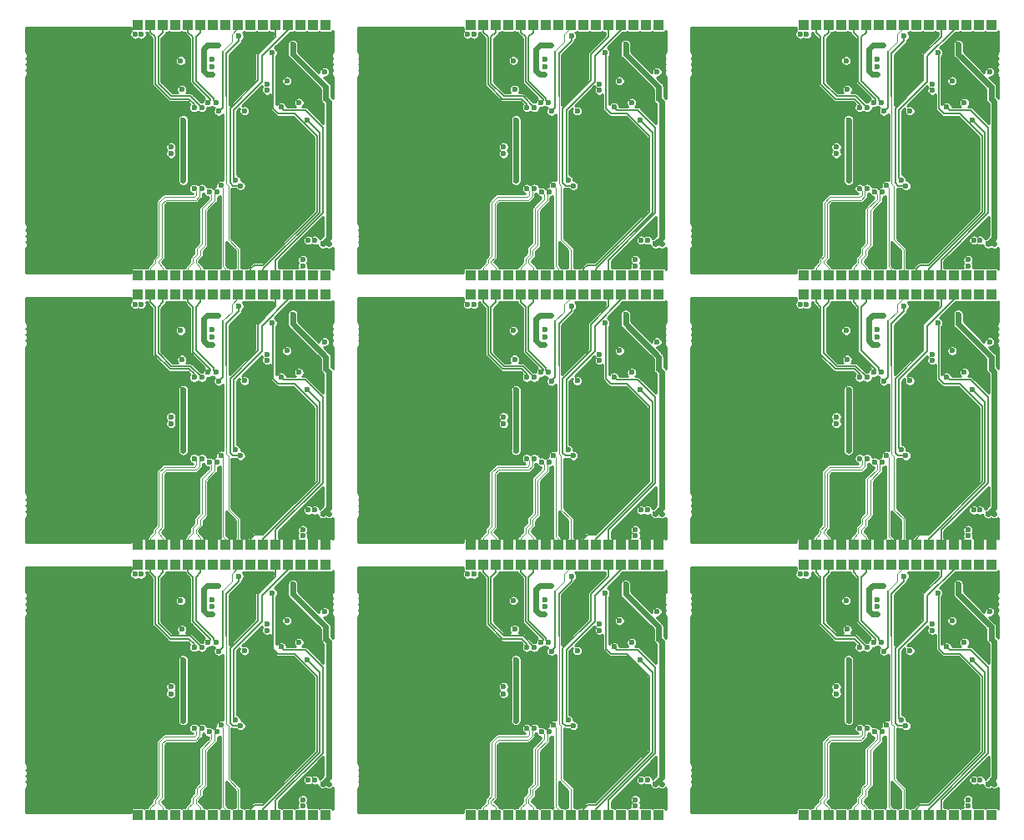
<source format=gbr>
G04 #@! TF.GenerationSoftware,KiCad,Pcbnew,(5.1.4)-1*
G04 #@! TF.CreationDate,2019-11-04T21:20:48-06:00*
G04 #@! TF.ProjectId,rf_panel,72665f70-616e-4656-9c2e-6b696361645f,A*
G04 #@! TF.SameCoordinates,PX5c3d87cPY8384138*
G04 #@! TF.FileFunction,Copper,L3,Inr*
G04 #@! TF.FilePolarity,Positive*
%FSLAX46Y46*%
G04 Gerber Fmt 4.6, Leading zero omitted, Abs format (unit mm)*
G04 Created by KiCad (PCBNEW (5.1.4)-1) date 2019-11-04 21:20:48*
%MOMM*%
%LPD*%
G04 APERTURE LIST*
%ADD10R,1.000000X1.000000*%
%ADD11C,0.600000*%
%ADD12C,0.125000*%
%ADD13C,0.600000*%
%ADD14C,0.381000*%
%ADD15C,0.127000*%
%ADD16C,0.254000*%
G04 APERTURE END LIST*
D10*
X102734980Y29902540D03*
X101464980Y29902540D03*
X100194980Y29902540D03*
X98924980Y29902540D03*
X97654980Y29902540D03*
X96384980Y29902540D03*
X95114980Y29902540D03*
X93844980Y29902540D03*
X92574980Y29902540D03*
X91304980Y29902540D03*
X90034980Y29902540D03*
X88764980Y29902540D03*
X87494980Y29902540D03*
X86224980Y29902540D03*
X84954980Y29902540D03*
X83684980Y29902540D03*
X83684980Y4502540D03*
X84954980Y4502540D03*
X86224980Y4502540D03*
X87494980Y4502540D03*
X88764980Y4502540D03*
X90034980Y4502540D03*
X91304980Y4502540D03*
X92574980Y4502540D03*
X93844980Y4502540D03*
X95114980Y4502540D03*
X96384980Y4502540D03*
X97654980Y4502540D03*
X98924980Y4502540D03*
X100194980Y4502540D03*
X101464980Y4502540D03*
X102734980Y4502540D03*
X68984980Y29902540D03*
X67714980Y29902540D03*
X66444980Y29902540D03*
X65174980Y29902540D03*
X63904980Y29902540D03*
X62634980Y29902540D03*
X61364980Y29902540D03*
X60094980Y29902540D03*
X58824980Y29902540D03*
X57554980Y29902540D03*
X56284980Y29902540D03*
X55014980Y29902540D03*
X53744980Y29902540D03*
X52474980Y29902540D03*
X51204980Y29902540D03*
X49934980Y29902540D03*
X49934980Y4502540D03*
X51204980Y4502540D03*
X52474980Y4502540D03*
X53744980Y4502540D03*
X55014980Y4502540D03*
X56284980Y4502540D03*
X57554980Y4502540D03*
X58824980Y4502540D03*
X60094980Y4502540D03*
X61364980Y4502540D03*
X62634980Y4502540D03*
X63904980Y4502540D03*
X65174980Y4502540D03*
X66444980Y4502540D03*
X67714980Y4502540D03*
X68984980Y4502540D03*
X35234980Y29902540D03*
X33964980Y29902540D03*
X32694980Y29902540D03*
X31424980Y29902540D03*
X30154980Y29902540D03*
X28884980Y29902540D03*
X27614980Y29902540D03*
X26344980Y29902540D03*
X25074980Y29902540D03*
X23804980Y29902540D03*
X22534980Y29902540D03*
X21264980Y29902540D03*
X19994980Y29902540D03*
X18724980Y29902540D03*
X17454980Y29902540D03*
X16184980Y29902540D03*
X16184980Y4502540D03*
X17454980Y4502540D03*
X18724980Y4502540D03*
X19994980Y4502540D03*
X21264980Y4502540D03*
X22534980Y4502540D03*
X23804980Y4502540D03*
X25074980Y4502540D03*
X26344980Y4502540D03*
X27614980Y4502540D03*
X28884980Y4502540D03*
X30154980Y4502540D03*
X31424980Y4502540D03*
X32694980Y4502540D03*
X33964980Y4502540D03*
X35234980Y4502540D03*
X102734980Y57302540D03*
X101464980Y57302540D03*
X100194980Y57302540D03*
X98924980Y57302540D03*
X97654980Y57302540D03*
X96384980Y57302540D03*
X95114980Y57302540D03*
X93844980Y57302540D03*
X92574980Y57302540D03*
X91304980Y57302540D03*
X90034980Y57302540D03*
X88764980Y57302540D03*
X87494980Y57302540D03*
X86224980Y57302540D03*
X84954980Y57302540D03*
X83684980Y57302540D03*
X83684980Y31902540D03*
X84954980Y31902540D03*
X86224980Y31902540D03*
X87494980Y31902540D03*
X88764980Y31902540D03*
X90034980Y31902540D03*
X91304980Y31902540D03*
X92574980Y31902540D03*
X93844980Y31902540D03*
X95114980Y31902540D03*
X96384980Y31902540D03*
X97654980Y31902540D03*
X98924980Y31902540D03*
X100194980Y31902540D03*
X101464980Y31902540D03*
X102734980Y31902540D03*
X68984980Y57302540D03*
X67714980Y57302540D03*
X66444980Y57302540D03*
X65174980Y57302540D03*
X63904980Y57302540D03*
X62634980Y57302540D03*
X61364980Y57302540D03*
X60094980Y57302540D03*
X58824980Y57302540D03*
X57554980Y57302540D03*
X56284980Y57302540D03*
X55014980Y57302540D03*
X53744980Y57302540D03*
X52474980Y57302540D03*
X51204980Y57302540D03*
X49934980Y57302540D03*
X49934980Y31902540D03*
X51204980Y31902540D03*
X52474980Y31902540D03*
X53744980Y31902540D03*
X55014980Y31902540D03*
X56284980Y31902540D03*
X57554980Y31902540D03*
X58824980Y31902540D03*
X60094980Y31902540D03*
X61364980Y31902540D03*
X62634980Y31902540D03*
X63904980Y31902540D03*
X65174980Y31902540D03*
X66444980Y31902540D03*
X67714980Y31902540D03*
X68984980Y31902540D03*
X35234980Y57302540D03*
X33964980Y57302540D03*
X32694980Y57302540D03*
X31424980Y57302540D03*
X30154980Y57302540D03*
X28884980Y57302540D03*
X27614980Y57302540D03*
X26344980Y57302540D03*
X25074980Y57302540D03*
X23804980Y57302540D03*
X22534980Y57302540D03*
X21264980Y57302540D03*
X19994980Y57302540D03*
X18724980Y57302540D03*
X17454980Y57302540D03*
X16184980Y57302540D03*
X16184980Y31902540D03*
X17454980Y31902540D03*
X18724980Y31902540D03*
X19994980Y31902540D03*
X21264980Y31902540D03*
X22534980Y31902540D03*
X23804980Y31902540D03*
X25074980Y31902540D03*
X26344980Y31902540D03*
X27614980Y31902540D03*
X28884980Y31902540D03*
X30154980Y31902540D03*
X31424980Y31902540D03*
X32694980Y31902540D03*
X33964980Y31902540D03*
X35234980Y31902540D03*
X102734980Y84702540D03*
X101464980Y84702540D03*
X100194980Y84702540D03*
X98924980Y84702540D03*
X97654980Y84702540D03*
X96384980Y84702540D03*
X95114980Y84702540D03*
X93844980Y84702540D03*
X92574980Y84702540D03*
X91304980Y84702540D03*
X90034980Y84702540D03*
X88764980Y84702540D03*
X87494980Y84702540D03*
X86224980Y84702540D03*
X84954980Y84702540D03*
X83684980Y84702540D03*
X83684980Y59302540D03*
X84954980Y59302540D03*
X86224980Y59302540D03*
X87494980Y59302540D03*
X88764980Y59302540D03*
X90034980Y59302540D03*
X91304980Y59302540D03*
X92574980Y59302540D03*
X93844980Y59302540D03*
X95114980Y59302540D03*
X96384980Y59302540D03*
X97654980Y59302540D03*
X98924980Y59302540D03*
X100194980Y59302540D03*
X101464980Y59302540D03*
X102734980Y59302540D03*
X68984980Y84702540D03*
X67714980Y84702540D03*
X66444980Y84702540D03*
X65174980Y84702540D03*
X63904980Y84702540D03*
X62634980Y84702540D03*
X61364980Y84702540D03*
X60094980Y84702540D03*
X58824980Y84702540D03*
X57554980Y84702540D03*
X56284980Y84702540D03*
X55014980Y84702540D03*
X53744980Y84702540D03*
X52474980Y84702540D03*
X51204980Y84702540D03*
X49934980Y84702540D03*
X49934980Y59302540D03*
X51204980Y59302540D03*
X52474980Y59302540D03*
X53744980Y59302540D03*
X55014980Y59302540D03*
X56284980Y59302540D03*
X57554980Y59302540D03*
X58824980Y59302540D03*
X60094980Y59302540D03*
X61364980Y59302540D03*
X62634980Y59302540D03*
X63904980Y59302540D03*
X65174980Y59302540D03*
X66444980Y59302540D03*
X67714980Y59302540D03*
X68984980Y59302540D03*
D11*
X77867140Y18950540D03*
X76697140Y17960540D03*
X74447140Y17960540D03*
X73267140Y19150540D03*
X73267140Y21350540D03*
X74477140Y22550540D03*
X76647140Y22550540D03*
X77867140Y21550540D03*
X44117140Y18950540D03*
X42947140Y17960540D03*
X40697140Y17960540D03*
X39517140Y19150540D03*
X39517140Y21350540D03*
X40727140Y22550540D03*
X42897140Y22550540D03*
X44117140Y21550540D03*
X10367140Y18950540D03*
X9197140Y17960540D03*
X6947140Y17960540D03*
X5767140Y19150540D03*
X5767140Y21350540D03*
X6977140Y22550540D03*
X9147140Y22550540D03*
X10367140Y21550540D03*
X77867140Y46350540D03*
X76697140Y45360540D03*
X74447140Y45360540D03*
X73267140Y46550540D03*
X73267140Y48750540D03*
X74477140Y49950540D03*
X76647140Y49950540D03*
X77867140Y48950540D03*
X44117140Y46350540D03*
X42947140Y45360540D03*
X40697140Y45360540D03*
X39517140Y46550540D03*
X39517140Y48750540D03*
X40727140Y49950540D03*
X42897140Y49950540D03*
X44117140Y48950540D03*
X10367140Y46350540D03*
X9197140Y45360540D03*
X6947140Y45360540D03*
X5767140Y46550540D03*
X5767140Y48750540D03*
X6977140Y49950540D03*
X9147140Y49950540D03*
X10367140Y48950540D03*
X77867140Y73750540D03*
X76697140Y72760540D03*
X74447140Y72760540D03*
X73267140Y73950540D03*
X73267140Y76150540D03*
X74477140Y77350540D03*
X76647140Y77350540D03*
X77867140Y76350540D03*
X44117140Y73750540D03*
X42947140Y72760540D03*
X40697140Y72760540D03*
X39517140Y73950540D03*
X39517140Y76150540D03*
X40727140Y77350540D03*
X42897140Y77350540D03*
X44117140Y76350540D03*
X77867140Y12854540D03*
X76697140Y11864540D03*
X74447140Y11864540D03*
X73267140Y13054540D03*
X73267140Y15254540D03*
X74477140Y16454540D03*
X76647140Y16454540D03*
X77867140Y15454540D03*
X44117140Y12854540D03*
X42947140Y11864540D03*
X40697140Y11864540D03*
X39517140Y13054540D03*
X39517140Y15254540D03*
X40727140Y16454540D03*
X42897140Y16454540D03*
X44117140Y15454540D03*
X10367140Y12854540D03*
X9197140Y11864540D03*
X6947140Y11864540D03*
X5767140Y13054540D03*
X5767140Y15254540D03*
X6977140Y16454540D03*
X9147140Y16454540D03*
X10367140Y15454540D03*
X77867140Y40254540D03*
X76697140Y39264540D03*
X74447140Y39264540D03*
X73267140Y40454540D03*
X73267140Y42654540D03*
X74477140Y43854540D03*
X76647140Y43854540D03*
X77867140Y42854540D03*
X44117140Y40254540D03*
X42947140Y39264540D03*
X40697140Y39264540D03*
X39517140Y40454540D03*
X39517140Y42654540D03*
X40727140Y43854540D03*
X42897140Y43854540D03*
X44117140Y42854540D03*
X10367140Y40254540D03*
X9197140Y39264540D03*
X6947140Y39264540D03*
X5767140Y40454540D03*
X5767140Y42654540D03*
X6977140Y43854540D03*
X9147140Y43854540D03*
X10367140Y42854540D03*
X77867140Y67654540D03*
X76697140Y66664540D03*
X74447140Y66664540D03*
X73267140Y67854540D03*
X73267140Y70054540D03*
X74477140Y71254540D03*
X76647140Y71254540D03*
X77867140Y70254540D03*
X44117140Y67654540D03*
X42947140Y66664540D03*
X40697140Y66664540D03*
X39517140Y67854540D03*
X39517140Y70054540D03*
X40727140Y71254540D03*
X42897140Y71254540D03*
X44117140Y70254540D03*
X77867140Y6758540D03*
X76697140Y5768540D03*
X74447140Y5768540D03*
X73267140Y6958540D03*
X73267140Y9158540D03*
X74477140Y10358540D03*
X76647140Y10358540D03*
X77867140Y9358540D03*
X44117140Y6758540D03*
X42947140Y5768540D03*
X40697140Y5768540D03*
X39517140Y6958540D03*
X39517140Y9158540D03*
X40727140Y10358540D03*
X42897140Y10358540D03*
X44117140Y9358540D03*
X10367140Y6758540D03*
X9197140Y5768540D03*
X6947140Y5768540D03*
X5767140Y6958540D03*
X5767140Y9158540D03*
X6977140Y10358540D03*
X9147140Y10358540D03*
X10367140Y9358540D03*
X77867140Y34158540D03*
X76697140Y33168540D03*
X74447140Y33168540D03*
X73267140Y34358540D03*
X73267140Y36558540D03*
X74477140Y37758540D03*
X76647140Y37758540D03*
X77867140Y36758540D03*
X44117140Y34158540D03*
X42947140Y33168540D03*
X40697140Y33168540D03*
X39517140Y34358540D03*
X39517140Y36558540D03*
X40727140Y37758540D03*
X42897140Y37758540D03*
X44117140Y36758540D03*
X10367140Y34158540D03*
X9197140Y33168540D03*
X6947140Y33168540D03*
X5767140Y34358540D03*
X5767140Y36558540D03*
X6977140Y37758540D03*
X9147140Y37758540D03*
X10367140Y36758540D03*
X77867140Y61558540D03*
X76697140Y60568540D03*
X74447140Y60568540D03*
X73267140Y61758540D03*
X73267140Y63958540D03*
X74477140Y65158540D03*
X76647140Y65158540D03*
X77867140Y64158540D03*
X44117140Y61558540D03*
X42947140Y60568540D03*
X40697140Y60568540D03*
X39517140Y61758540D03*
X39517140Y63958540D03*
X40727140Y65158540D03*
X42897140Y65158540D03*
X44117140Y64158540D03*
X91358080Y18802540D03*
X91358080Y15602540D03*
X89158080Y18802540D03*
X89158080Y15602540D03*
X91358080Y17202540D03*
X89158080Y18102540D03*
X89158080Y16302540D03*
X57608080Y18802540D03*
X57608080Y15602540D03*
X55408080Y18802540D03*
X55408080Y15602540D03*
X57608080Y17202540D03*
X55408080Y18102540D03*
X55408080Y16302540D03*
X23858080Y18802540D03*
X23858080Y15602540D03*
X21658080Y18802540D03*
X21658080Y15602540D03*
X23858080Y17202540D03*
X21658080Y18102540D03*
X21658080Y16302540D03*
X91358080Y46202540D03*
X91358080Y43002540D03*
X89158080Y46202540D03*
X89158080Y43002540D03*
X91358080Y44602540D03*
X89158080Y45502540D03*
X89158080Y43702540D03*
X57608080Y46202540D03*
X57608080Y43002540D03*
X55408080Y46202540D03*
X55408080Y43002540D03*
X57608080Y44602540D03*
X55408080Y45502540D03*
X55408080Y43702540D03*
X23858080Y46202540D03*
X23858080Y43002540D03*
X21658080Y46202540D03*
X21658080Y43002540D03*
X23858080Y44602540D03*
X21658080Y45502540D03*
X21658080Y43702540D03*
X91358080Y73602540D03*
X91358080Y70402540D03*
X89158080Y73602540D03*
X89158080Y70402540D03*
X91358080Y72002540D03*
X89158080Y72902540D03*
X89158080Y71102540D03*
X57608080Y73602540D03*
X57608080Y70402540D03*
X55408080Y73602540D03*
X55408080Y70402540D03*
X57608080Y72002540D03*
X55408080Y72902540D03*
X55408080Y71102540D03*
D10*
X35234980Y59302540D03*
X33964980Y59302540D03*
X32694980Y59302540D03*
X31424980Y59302540D03*
X30154980Y59302540D03*
X28884980Y59302540D03*
X27614980Y59302540D03*
X26344980Y59302540D03*
X25074980Y59302540D03*
X23804980Y59302540D03*
X22534980Y59302540D03*
X21264980Y59302540D03*
X19994980Y59302540D03*
X18724980Y59302540D03*
X17454980Y59302540D03*
X16184980Y59302540D03*
X16184980Y84702540D03*
X17454980Y84702540D03*
X18724980Y84702540D03*
X19994980Y84702540D03*
X21264980Y84702540D03*
X22534980Y84702540D03*
X23804980Y84702540D03*
X25074980Y84702540D03*
X26344980Y84702540D03*
X27614980Y84702540D03*
X28884980Y84702540D03*
X30154980Y84702540D03*
X31424980Y84702540D03*
X32694980Y84702540D03*
X33964980Y84702540D03*
X35234980Y84702540D03*
D11*
X21658080Y71102540D03*
X21658080Y72902540D03*
X23858080Y72002540D03*
X21658080Y70402540D03*
X21658080Y73602540D03*
X23858080Y70402540D03*
X23858080Y73602540D03*
X10367140Y76350540D03*
X9147140Y77350540D03*
X6977140Y77350540D03*
X5767140Y76150540D03*
X5767140Y73950540D03*
X6947140Y72760540D03*
X9197140Y72760540D03*
X10367140Y73750540D03*
X10367140Y70254540D03*
X9147140Y71254540D03*
X6977140Y71254540D03*
X5767140Y70054540D03*
X5767140Y67854540D03*
X6947140Y66664540D03*
X9197140Y66664540D03*
X10367140Y67654540D03*
X10367140Y64158540D03*
X9147140Y65158540D03*
X6977140Y65158540D03*
X5767140Y63958540D03*
X5767140Y61758540D03*
X6947140Y60568540D03*
X9197140Y60568540D03*
X10367140Y61558540D03*
X27475980Y81082540D03*
X25975980Y79550440D03*
X27475980Y79550440D03*
X25975980Y81082540D03*
X15416031Y75773136D03*
X17481398Y75264540D03*
X13350359Y76288115D03*
X13742283Y73452322D03*
X15805455Y72936662D03*
X17481398Y72648340D03*
X15398776Y68227030D03*
X13350359Y67716954D03*
X17446963Y68738031D03*
X15780421Y71061103D03*
X13733888Y70550514D03*
X17481398Y71352940D03*
X19429961Y64189220D03*
X27388992Y61662240D03*
X29360638Y62314588D03*
X31090850Y63462050D03*
X32459110Y65024891D03*
X33355625Y66899061D03*
X33722336Y68942905D03*
X33737832Y71026238D03*
X19487180Y61535240D03*
X21452407Y61540544D03*
X23414407Y61540544D03*
X25376407Y61540544D03*
X17465180Y64187240D03*
X15503180Y64187240D03*
X13541180Y64187240D03*
X11579180Y64187240D03*
X19960961Y65003179D03*
X26296961Y64197999D03*
X17525626Y61529785D03*
X15563626Y61529785D03*
X13601626Y61529785D03*
X11639626Y61529785D03*
X11729392Y70296144D03*
X11388359Y67625840D03*
X11729391Y73708925D03*
X19443398Y75264540D03*
X19408963Y68738031D03*
X28137432Y74814540D03*
X30099432Y74814540D03*
X33737832Y73049088D03*
X32061432Y74814540D03*
X23884961Y65003179D03*
X11388359Y76379240D03*
X28137432Y70190540D03*
X30099432Y70190540D03*
X31063279Y68974398D03*
X27383849Y64390014D03*
X29221204Y65353974D03*
X30517899Y66973609D03*
X21922961Y65003179D03*
X25846961Y65003179D03*
X34500980Y64052540D03*
X19250980Y83302540D03*
X19250980Y79302540D03*
X19250980Y81302540D03*
X33500980Y83302540D03*
X33500980Y81552540D03*
X35250980Y81552540D03*
X53710961Y65003179D03*
X87460961Y65003179D03*
X19960961Y37603179D03*
X53710961Y37603179D03*
X87460961Y37603179D03*
X19960961Y10203179D03*
X53710961Y10203179D03*
X87460961Y10203179D03*
X66209110Y65024891D03*
X99959110Y65024891D03*
X32459110Y37624891D03*
X66209110Y37624891D03*
X99959110Y37624891D03*
X32459110Y10224891D03*
X66209110Y10224891D03*
X99959110Y10224891D03*
X59126407Y61540544D03*
X92876407Y61540544D03*
X25376407Y34140544D03*
X59126407Y34140544D03*
X92876407Y34140544D03*
X25376407Y6740544D03*
X59126407Y6740544D03*
X92876407Y6740544D03*
X67105625Y66899061D03*
X100855625Y66899061D03*
X33355625Y39499061D03*
X67105625Y39499061D03*
X100855625Y39499061D03*
X33355625Y12099061D03*
X67105625Y12099061D03*
X100855625Y12099061D03*
X67472336Y68942905D03*
X101222336Y68942905D03*
X33722336Y41542905D03*
X67472336Y41542905D03*
X101222336Y41542905D03*
X33722336Y14142905D03*
X67472336Y14142905D03*
X101222336Y14142905D03*
X67487832Y71026238D03*
X101237832Y71026238D03*
X33737832Y43626238D03*
X67487832Y43626238D03*
X101237832Y43626238D03*
X33737832Y16226238D03*
X67487832Y16226238D03*
X101237832Y16226238D03*
X57164407Y61540544D03*
X90914407Y61540544D03*
X23414407Y34140544D03*
X57164407Y34140544D03*
X90914407Y34140544D03*
X23414407Y6740544D03*
X57164407Y6740544D03*
X90914407Y6740544D03*
X49253180Y64187240D03*
X83003180Y64187240D03*
X15503180Y36787240D03*
X49253180Y36787240D03*
X83003180Y36787240D03*
X15503180Y9387240D03*
X49253180Y9387240D03*
X83003180Y9387240D03*
X47291180Y64187240D03*
X81041180Y64187240D03*
X13541180Y36787240D03*
X47291180Y36787240D03*
X81041180Y36787240D03*
X13541180Y9387240D03*
X47291180Y9387240D03*
X81041180Y9387240D03*
X51215180Y64187240D03*
X84965180Y64187240D03*
X17465180Y36787240D03*
X51215180Y36787240D03*
X84965180Y36787240D03*
X17465180Y9387240D03*
X51215180Y9387240D03*
X84965180Y9387240D03*
X53237180Y61535240D03*
X86987180Y61535240D03*
X19487180Y34135240D03*
X53237180Y34135240D03*
X86987180Y34135240D03*
X19487180Y6735240D03*
X53237180Y6735240D03*
X86987180Y6735240D03*
X55202407Y61540544D03*
X88952407Y61540544D03*
X21452407Y34140544D03*
X55202407Y34140544D03*
X88952407Y34140544D03*
X21452407Y6740544D03*
X55202407Y6740544D03*
X88952407Y6740544D03*
X45329180Y64187240D03*
X79079180Y64187240D03*
X11579180Y36787240D03*
X45329180Y36787240D03*
X79079180Y36787240D03*
X11579180Y9387240D03*
X45329180Y9387240D03*
X79079180Y9387240D03*
X59725980Y81082540D03*
X93475980Y81082540D03*
X25975980Y53682540D03*
X59725980Y53682540D03*
X93475980Y53682540D03*
X25975980Y26282540D03*
X59725980Y26282540D03*
X93475980Y26282540D03*
X49166031Y75773136D03*
X82916031Y75773136D03*
X15416031Y48373136D03*
X49166031Y48373136D03*
X82916031Y48373136D03*
X15416031Y20973136D03*
X49166031Y20973136D03*
X82916031Y20973136D03*
X61225980Y81082540D03*
X94975980Y81082540D03*
X27475980Y53682540D03*
X61225980Y53682540D03*
X94975980Y53682540D03*
X27475980Y26282540D03*
X61225980Y26282540D03*
X94975980Y26282540D03*
X51231398Y75264540D03*
X84981398Y75264540D03*
X17481398Y47864540D03*
X51231398Y47864540D03*
X84981398Y47864540D03*
X17481398Y20464540D03*
X51231398Y20464540D03*
X84981398Y20464540D03*
X47100359Y76288115D03*
X80850359Y76288115D03*
X13350359Y48888115D03*
X47100359Y48888115D03*
X80850359Y48888115D03*
X13350359Y21488115D03*
X47100359Y21488115D03*
X80850359Y21488115D03*
X59725980Y79550440D03*
X93475980Y79550440D03*
X25975980Y52150440D03*
X59725980Y52150440D03*
X93475980Y52150440D03*
X25975980Y24750440D03*
X59725980Y24750440D03*
X93475980Y24750440D03*
X61225980Y79550440D03*
X94975980Y79550440D03*
X27475980Y52150440D03*
X61225980Y52150440D03*
X94975980Y52150440D03*
X27475980Y24750440D03*
X61225980Y24750440D03*
X94975980Y24750440D03*
X45479391Y73708925D03*
X79229391Y73708925D03*
X11729391Y46308925D03*
X45479391Y46308925D03*
X79229391Y46308925D03*
X11729391Y18908925D03*
X45479391Y18908925D03*
X79229391Y18908925D03*
X47351626Y61529785D03*
X81101626Y61529785D03*
X13601626Y34129785D03*
X47351626Y34129785D03*
X81101626Y34129785D03*
X13601626Y6729785D03*
X47351626Y6729785D03*
X81101626Y6729785D03*
X53193398Y75264540D03*
X86943398Y75264540D03*
X19443398Y47864540D03*
X53193398Y47864540D03*
X86943398Y47864540D03*
X19443398Y20464540D03*
X53193398Y20464540D03*
X86943398Y20464540D03*
X65811432Y74814540D03*
X99561432Y74814540D03*
X32061432Y47414540D03*
X65811432Y47414540D03*
X99561432Y47414540D03*
X32061432Y20014540D03*
X65811432Y20014540D03*
X99561432Y20014540D03*
X57634961Y65003179D03*
X91384961Y65003179D03*
X23884961Y37603179D03*
X57634961Y37603179D03*
X91384961Y37603179D03*
X23884961Y10203179D03*
X57634961Y10203179D03*
X91384961Y10203179D03*
X59596961Y65003179D03*
X93346961Y65003179D03*
X25846961Y37603179D03*
X59596961Y37603179D03*
X93346961Y37603179D03*
X25846961Y10203179D03*
X59596961Y10203179D03*
X93346961Y10203179D03*
X53158963Y68738031D03*
X86908963Y68738031D03*
X19408963Y41338031D03*
X53158963Y41338031D03*
X86908963Y41338031D03*
X19408963Y13938031D03*
X53158963Y13938031D03*
X86908963Y13938031D03*
X45138359Y67625840D03*
X78888359Y67625840D03*
X11388359Y40225840D03*
X45138359Y40225840D03*
X78888359Y40225840D03*
X11388359Y12825840D03*
X45138359Y12825840D03*
X78888359Y12825840D03*
X51275626Y61529785D03*
X85025626Y61529785D03*
X17525626Y34129785D03*
X51275626Y34129785D03*
X85025626Y34129785D03*
X17525626Y6729785D03*
X51275626Y6729785D03*
X85025626Y6729785D03*
X64813279Y68974398D03*
X98563279Y68974398D03*
X31063279Y41574398D03*
X64813279Y41574398D03*
X98563279Y41574398D03*
X31063279Y14174398D03*
X64813279Y14174398D03*
X98563279Y14174398D03*
X64267899Y66973609D03*
X98017899Y66973609D03*
X30517899Y39573609D03*
X64267899Y39573609D03*
X98017899Y39573609D03*
X30517899Y12173609D03*
X64267899Y12173609D03*
X98017899Y12173609D03*
X63849432Y74814540D03*
X97599432Y74814540D03*
X30099432Y47414540D03*
X63849432Y47414540D03*
X97599432Y47414540D03*
X30099432Y20014540D03*
X63849432Y20014540D03*
X97599432Y20014540D03*
X67250980Y83302540D03*
X101000980Y83302540D03*
X33500980Y55902540D03*
X67250980Y55902540D03*
X101000980Y55902540D03*
X33500980Y28502540D03*
X67250980Y28502540D03*
X101000980Y28502540D03*
X67487832Y73049088D03*
X101237832Y73049088D03*
X33737832Y45649088D03*
X67487832Y45649088D03*
X101237832Y45649088D03*
X33737832Y18249088D03*
X67487832Y18249088D03*
X101237832Y18249088D03*
X53000980Y83302540D03*
X86750980Y83302540D03*
X19250980Y55902540D03*
X53000980Y55902540D03*
X86750980Y55902540D03*
X19250980Y28502540D03*
X53000980Y28502540D03*
X86750980Y28502540D03*
X53000980Y81302540D03*
X86750980Y81302540D03*
X19250980Y53902540D03*
X53000980Y53902540D03*
X86750980Y53902540D03*
X19250980Y26502540D03*
X53000980Y26502540D03*
X86750980Y26502540D03*
X63849432Y70190540D03*
X97599432Y70190540D03*
X30099432Y42790540D03*
X63849432Y42790540D03*
X97599432Y42790540D03*
X30099432Y15390540D03*
X63849432Y15390540D03*
X97599432Y15390540D03*
X53000980Y79302540D03*
X86750980Y79302540D03*
X19250980Y51902540D03*
X53000980Y51902540D03*
X86750980Y51902540D03*
X19250980Y24502540D03*
X53000980Y24502540D03*
X86750980Y24502540D03*
X61887432Y70190540D03*
X95637432Y70190540D03*
X28137432Y42790540D03*
X61887432Y42790540D03*
X95637432Y42790540D03*
X28137432Y15390540D03*
X61887432Y15390540D03*
X95637432Y15390540D03*
X69000980Y81552540D03*
X102750980Y81552540D03*
X35250980Y54152540D03*
X69000980Y54152540D03*
X102750980Y54152540D03*
X35250980Y26752540D03*
X69000980Y26752540D03*
X102750980Y26752540D03*
X45479392Y70296144D03*
X79229392Y70296144D03*
X11729392Y42896144D03*
X45479392Y42896144D03*
X79229392Y42896144D03*
X11729392Y15496144D03*
X45479392Y15496144D03*
X79229392Y15496144D03*
X60046961Y64197999D03*
X93796961Y64197999D03*
X26296961Y36797999D03*
X60046961Y36797999D03*
X93796961Y36797999D03*
X26296961Y9397999D03*
X60046961Y9397999D03*
X93796961Y9397999D03*
X49313626Y61529785D03*
X83063626Y61529785D03*
X15563626Y34129785D03*
X49313626Y34129785D03*
X83063626Y34129785D03*
X15563626Y6729785D03*
X49313626Y6729785D03*
X83063626Y6729785D03*
X61887432Y74814540D03*
X95637432Y74814540D03*
X28137432Y47414540D03*
X61887432Y47414540D03*
X95637432Y47414540D03*
X28137432Y20014540D03*
X61887432Y20014540D03*
X95637432Y20014540D03*
X45138359Y76379240D03*
X78888359Y76379240D03*
X11388359Y48979240D03*
X45138359Y48979240D03*
X78888359Y48979240D03*
X11388359Y21579240D03*
X45138359Y21579240D03*
X78888359Y21579240D03*
X62971204Y65353974D03*
X96721204Y65353974D03*
X29221204Y37953974D03*
X62971204Y37953974D03*
X96721204Y37953974D03*
X29221204Y10553974D03*
X62971204Y10553974D03*
X96721204Y10553974D03*
X45389626Y61529785D03*
X79139626Y61529785D03*
X11639626Y34129785D03*
X45389626Y34129785D03*
X79139626Y34129785D03*
X11639626Y6729785D03*
X45389626Y6729785D03*
X79139626Y6729785D03*
X61133849Y64390014D03*
X94883849Y64390014D03*
X27383849Y36990014D03*
X61133849Y36990014D03*
X94883849Y36990014D03*
X27383849Y9590014D03*
X61133849Y9590014D03*
X94883849Y9590014D03*
X55672961Y65003179D03*
X89422961Y65003179D03*
X21922961Y37603179D03*
X55672961Y37603179D03*
X89422961Y37603179D03*
X21922961Y10203179D03*
X55672961Y10203179D03*
X89422961Y10203179D03*
X68250980Y64052540D03*
X102000980Y64052540D03*
X34500980Y36652540D03*
X68250980Y36652540D03*
X102000980Y36652540D03*
X34500980Y9252540D03*
X68250980Y9252540D03*
X102000980Y9252540D03*
X67250980Y81552540D03*
X101000980Y81552540D03*
X33500980Y54152540D03*
X67250980Y54152540D03*
X101000980Y54152540D03*
X33500980Y26752540D03*
X67250980Y26752540D03*
X101000980Y26752540D03*
X49555455Y72936662D03*
X83305455Y72936662D03*
X15805455Y45536662D03*
X49555455Y45536662D03*
X83305455Y45536662D03*
X15805455Y18136662D03*
X49555455Y18136662D03*
X83305455Y18136662D03*
X49148776Y68227030D03*
X82898776Y68227030D03*
X15398776Y40827030D03*
X49148776Y40827030D03*
X82898776Y40827030D03*
X15398776Y13427030D03*
X49148776Y13427030D03*
X82898776Y13427030D03*
X63110638Y62314588D03*
X96860638Y62314588D03*
X29360638Y34914588D03*
X63110638Y34914588D03*
X96860638Y34914588D03*
X29360638Y7514588D03*
X63110638Y7514588D03*
X96860638Y7514588D03*
X64840850Y63462050D03*
X98590850Y63462050D03*
X31090850Y36062050D03*
X64840850Y36062050D03*
X98590850Y36062050D03*
X31090850Y8662050D03*
X64840850Y8662050D03*
X98590850Y8662050D03*
X47492283Y73452322D03*
X81242283Y73452322D03*
X13742283Y46052322D03*
X47492283Y46052322D03*
X81242283Y46052322D03*
X13742283Y18652322D03*
X47492283Y18652322D03*
X81242283Y18652322D03*
X51196963Y68738031D03*
X84946963Y68738031D03*
X17446963Y41338031D03*
X51196963Y41338031D03*
X84946963Y41338031D03*
X17446963Y13938031D03*
X51196963Y13938031D03*
X84946963Y13938031D03*
X49530421Y71061103D03*
X83280421Y71061103D03*
X15780421Y43661103D03*
X49530421Y43661103D03*
X83280421Y43661103D03*
X15780421Y16261103D03*
X49530421Y16261103D03*
X83280421Y16261103D03*
X47483888Y70550514D03*
X81233888Y70550514D03*
X13733888Y43150514D03*
X47483888Y43150514D03*
X81233888Y43150514D03*
X13733888Y15750514D03*
X47483888Y15750514D03*
X81233888Y15750514D03*
X51231398Y71352940D03*
X84981398Y71352940D03*
X17481398Y43952940D03*
X51231398Y43952940D03*
X84981398Y43952940D03*
X17481398Y16552940D03*
X51231398Y16552940D03*
X84981398Y16552940D03*
X53179961Y64189220D03*
X86929961Y64189220D03*
X19429961Y36789220D03*
X53179961Y36789220D03*
X86929961Y36789220D03*
X19429961Y9389220D03*
X53179961Y9389220D03*
X86929961Y9389220D03*
X61138992Y61662240D03*
X94888992Y61662240D03*
X27388992Y34262240D03*
X61138992Y34262240D03*
X94888992Y34262240D03*
X27388992Y6862240D03*
X61138992Y6862240D03*
X94888992Y6862240D03*
X51231398Y72648340D03*
X84981398Y72648340D03*
X17481398Y45248340D03*
X51231398Y45248340D03*
X84981398Y45248340D03*
X17481398Y17848340D03*
X51231398Y17848340D03*
X84981398Y17848340D03*
X47100359Y67716954D03*
X80850359Y67716954D03*
X13350359Y40316954D03*
X47100359Y40316954D03*
X80850359Y40316954D03*
X13350359Y12916954D03*
X47100359Y12916954D03*
X80850359Y12916954D03*
X15867480Y83750040D03*
X16502480Y83750040D03*
X31276780Y79030440D03*
X35086780Y79944840D03*
X32885480Y60257300D03*
X32504480Y76828540D03*
X32885480Y60877060D03*
X65026780Y79030440D03*
X98776780Y79030440D03*
X31276780Y51630440D03*
X65026780Y51630440D03*
X98776780Y51630440D03*
X31276780Y24230440D03*
X65026780Y24230440D03*
X98776780Y24230440D03*
X66635480Y60257300D03*
X100385480Y60257300D03*
X32885480Y32857300D03*
X66635480Y32857300D03*
X100385480Y32857300D03*
X32885480Y5457300D03*
X66635480Y5457300D03*
X100385480Y5457300D03*
X66635480Y60877060D03*
X100385480Y60877060D03*
X32885480Y33477060D03*
X66635480Y33477060D03*
X100385480Y33477060D03*
X32885480Y6077060D03*
X66635480Y6077060D03*
X100385480Y6077060D03*
X68836780Y79944840D03*
X102586780Y79944840D03*
X35086780Y52544840D03*
X68836780Y52544840D03*
X102586780Y52544840D03*
X35086780Y25144840D03*
X68836780Y25144840D03*
X102586780Y25144840D03*
X50252480Y83750040D03*
X84002480Y83750040D03*
X16502480Y56350040D03*
X50252480Y56350040D03*
X84002480Y56350040D03*
X16502480Y28950040D03*
X50252480Y28950040D03*
X84002480Y28950040D03*
X66254480Y76828540D03*
X100004480Y76828540D03*
X32504480Y49428540D03*
X66254480Y49428540D03*
X100004480Y49428540D03*
X32504480Y22028540D03*
X66254480Y22028540D03*
X100004480Y22028540D03*
X49617480Y83750040D03*
X83367480Y83750040D03*
X15867480Y56350040D03*
X49617480Y56350040D03*
X83367480Y56350040D03*
X15867480Y28950040D03*
X49617480Y28950040D03*
X83367480Y28950040D03*
X23642380Y79690840D03*
X31886380Y82738840D03*
X24266380Y82637240D03*
X29244780Y78065240D03*
X34917480Y62477540D03*
X35552480Y62477540D03*
X35234980Y77209540D03*
X35234980Y77819140D03*
X29244780Y78687540D03*
X57392380Y79690840D03*
X91142380Y79690840D03*
X23642380Y52290840D03*
X57392380Y52290840D03*
X91142380Y52290840D03*
X23642380Y24890840D03*
X57392380Y24890840D03*
X91142380Y24890840D03*
X62994780Y78065240D03*
X96744780Y78065240D03*
X29244780Y50665240D03*
X62994780Y50665240D03*
X96744780Y50665240D03*
X29244780Y23265240D03*
X62994780Y23265240D03*
X96744780Y23265240D03*
X69302480Y62477540D03*
X103052480Y62477540D03*
X35552480Y35077540D03*
X69302480Y35077540D03*
X103052480Y35077540D03*
X35552480Y7677540D03*
X69302480Y7677540D03*
X103052480Y7677540D03*
X68984980Y77209540D03*
X102734980Y77209540D03*
X35234980Y49809540D03*
X68984980Y49809540D03*
X102734980Y49809540D03*
X35234980Y22409540D03*
X68984980Y22409540D03*
X102734980Y22409540D03*
X68984980Y77819140D03*
X102734980Y77819140D03*
X35234980Y50419140D03*
X68984980Y50419140D03*
X102734980Y50419140D03*
X35234980Y23019140D03*
X68984980Y23019140D03*
X102734980Y23019140D03*
X68667480Y62477540D03*
X102417480Y62477540D03*
X34917480Y35077540D03*
X68667480Y35077540D03*
X102417480Y35077540D03*
X34917480Y7677540D03*
X68667480Y7677540D03*
X102417480Y7677540D03*
X62994780Y78687540D03*
X96744780Y78687540D03*
X29244780Y51287540D03*
X62994780Y51287540D03*
X96744780Y51287540D03*
X29244780Y23887540D03*
X62994780Y23887540D03*
X96744780Y23887540D03*
X58016380Y82637240D03*
X91766380Y82637240D03*
X24266380Y55237240D03*
X58016380Y55237240D03*
X91766380Y55237240D03*
X24266380Y27837240D03*
X58016380Y27837240D03*
X91766380Y27837240D03*
X65636380Y82738840D03*
X99386380Y82738840D03*
X31886380Y55338840D03*
X65636380Y55338840D03*
X99386380Y55338840D03*
X31886380Y27938840D03*
X65636380Y27938840D03*
X99386380Y27938840D03*
X19514680Y72336740D03*
X19514680Y71625540D03*
X20629980Y78162040D03*
X54379980Y78162040D03*
X88129980Y78162040D03*
X20629980Y50762040D03*
X54379980Y50762040D03*
X88129980Y50762040D03*
X20629980Y23362040D03*
X54379980Y23362040D03*
X88129980Y23362040D03*
X53264680Y71625540D03*
X87014680Y71625540D03*
X19514680Y44225540D03*
X53264680Y44225540D03*
X87014680Y44225540D03*
X19514680Y16825540D03*
X53264680Y16825540D03*
X87014680Y16825540D03*
X53264680Y72336740D03*
X87014680Y72336740D03*
X19514680Y44936740D03*
X53264680Y44936740D03*
X87014680Y44936740D03*
X19514680Y17536740D03*
X53264680Y17536740D03*
X87014680Y17536740D03*
X20758080Y68902540D03*
X20755080Y75077540D03*
X34091980Y62858540D03*
X33456980Y62858540D03*
X67841980Y62858540D03*
X101591980Y62858540D03*
X34091980Y35458540D03*
X67841980Y35458540D03*
X101591980Y35458540D03*
X34091980Y8058540D03*
X67841980Y8058540D03*
X101591980Y8058540D03*
X54508080Y68902540D03*
X88258080Y68902540D03*
X20758080Y41502540D03*
X54508080Y41502540D03*
X88258080Y41502540D03*
X20758080Y14102540D03*
X54508080Y14102540D03*
X88258080Y14102540D03*
X54505080Y75077540D03*
X88255080Y75077540D03*
X20755080Y47677540D03*
X54505080Y47677540D03*
X88255080Y47677540D03*
X20755080Y20277540D03*
X54505080Y20277540D03*
X88255080Y20277540D03*
X67206980Y62858540D03*
X100956980Y62858540D03*
X33456980Y35458540D03*
X67206980Y35458540D03*
X100956980Y35458540D03*
X33456980Y8058540D03*
X67206980Y8058540D03*
X100956980Y8058540D03*
X23703380Y80462437D03*
X33355380Y75075940D03*
X67105380Y75075940D03*
X100855380Y75075940D03*
X33355380Y47675940D03*
X67105380Y47675940D03*
X100855380Y47675940D03*
X33355380Y20275940D03*
X67105380Y20275940D03*
X100855380Y20275940D03*
X57453380Y80462437D03*
X91203380Y80462437D03*
X23703380Y53062437D03*
X57453380Y53062437D03*
X91203380Y53062437D03*
X23703380Y25662437D03*
X57453380Y25662437D03*
X91203380Y25662437D03*
X23703380Y81189440D03*
X30713780Y76379240D03*
X64463780Y76379240D03*
X98213780Y76379240D03*
X30713780Y48979240D03*
X64463780Y48979240D03*
X98213780Y48979240D03*
X30713780Y21579240D03*
X64463780Y21579240D03*
X98213780Y21579240D03*
X57453380Y81189440D03*
X91203380Y81189440D03*
X23703380Y53789440D03*
X57453380Y53789440D03*
X91203380Y53789440D03*
X23703380Y26389440D03*
X57453380Y26389440D03*
X91203380Y26389440D03*
X26395780Y83559540D03*
X60145780Y83559540D03*
X93895780Y83559540D03*
X26395780Y56159540D03*
X60145780Y56159540D03*
X93895780Y56159540D03*
X26395780Y28759540D03*
X60145780Y28759540D03*
X93895780Y28759540D03*
X26578660Y68383040D03*
X60328660Y68383040D03*
X94078660Y68383040D03*
X26578660Y40983040D03*
X60328660Y40983040D03*
X94078660Y40983040D03*
X26578660Y13583040D03*
X60328660Y13583040D03*
X94078660Y13583040D03*
X26078280Y68972320D03*
X59828280Y68972320D03*
X93578280Y68972320D03*
X26078280Y41572320D03*
X59828280Y41572320D03*
X93578280Y41572320D03*
X26078280Y14172320D03*
X59828280Y14172320D03*
X93578280Y14172320D03*
X29803580Y81875240D03*
X63553580Y81875240D03*
X97303580Y81875240D03*
X29803580Y54475240D03*
X63553580Y54475240D03*
X97303580Y54475240D03*
X29803580Y27075240D03*
X63553580Y27075240D03*
X97303580Y27075240D03*
X21869180Y68102540D03*
X55619180Y68102540D03*
X89369180Y68102540D03*
X21869180Y40702540D03*
X55619180Y40702540D03*
X89369180Y40702540D03*
X21869180Y13302540D03*
X55619180Y13302540D03*
X89369180Y13302540D03*
X22646980Y68102540D03*
X56396980Y68102540D03*
X90146980Y68102540D03*
X22646980Y40702540D03*
X56396980Y40702540D03*
X90146980Y40702540D03*
X22646980Y13302540D03*
X56396980Y13302540D03*
X90146980Y13302540D03*
X23394180Y67742540D03*
X57144180Y67742540D03*
X90894180Y67742540D03*
X23394180Y40342540D03*
X57144180Y40342540D03*
X90894180Y40342540D03*
X23394180Y12942540D03*
X57144180Y12942540D03*
X90894180Y12942540D03*
X24171980Y67742540D03*
X57921980Y67742540D03*
X91671980Y67742540D03*
X24171980Y40342540D03*
X57921980Y40342540D03*
X91671980Y40342540D03*
X24171980Y12942540D03*
X57921980Y12942540D03*
X91671980Y12942540D03*
X24602540Y68420860D03*
X58352540Y68420860D03*
X92102540Y68420860D03*
X24602540Y41020860D03*
X58352540Y41020860D03*
X92102540Y41020860D03*
X24602540Y13620860D03*
X58352540Y13620860D03*
X92102540Y13620860D03*
X24363780Y75939540D03*
X58113780Y75939540D03*
X91863780Y75939540D03*
X24363780Y48539540D03*
X58113780Y48539540D03*
X91863780Y48539540D03*
X24363780Y21139540D03*
X58113780Y21139540D03*
X91863780Y21139540D03*
X24077040Y76828540D03*
X57827040Y76828540D03*
X91577040Y76828540D03*
X24077040Y49428540D03*
X57827040Y49428540D03*
X91577040Y49428540D03*
X24077040Y22028540D03*
X57827040Y22028540D03*
X91577040Y22028540D03*
X23299240Y76828540D03*
X57049240Y76828540D03*
X90799240Y76828540D03*
X23299240Y49428540D03*
X57049240Y49428540D03*
X90799240Y49428540D03*
X23299240Y22028540D03*
X57049240Y22028540D03*
X90799240Y22028540D03*
X22646980Y76320540D03*
X56396980Y76320540D03*
X90146980Y76320540D03*
X22646980Y48920540D03*
X56396980Y48920540D03*
X90146980Y48920540D03*
X22646980Y21520540D03*
X56396980Y21520540D03*
X90146980Y21520540D03*
X21869180Y76320540D03*
X55619180Y76320540D03*
X89369180Y76320540D03*
X21869180Y48920540D03*
X55619180Y48920540D03*
X89369180Y48920540D03*
X21869180Y21520540D03*
X55619180Y21520540D03*
X89369180Y21520540D03*
X20502980Y81083040D03*
X26979980Y75982440D03*
X54252980Y81083040D03*
X88002980Y81083040D03*
X20502980Y53683040D03*
X54252980Y53683040D03*
X88002980Y53683040D03*
X20502980Y26283040D03*
X54252980Y26283040D03*
X88002980Y26283040D03*
X60729980Y75982440D03*
X94479980Y75982440D03*
X26979980Y48582440D03*
X60729980Y48582440D03*
X94479980Y48582440D03*
X26979980Y21182440D03*
X60729980Y21182440D03*
X94479980Y21182440D03*
D12*
X21881462Y64791640D02*
X21881462Y65238140D01*
X55631462Y64791640D02*
X55631462Y65238140D01*
X89381462Y64791640D02*
X89381462Y65238140D01*
X21881462Y37391640D02*
X21881462Y37838140D01*
X55631462Y37391640D02*
X55631462Y37838140D01*
X89381462Y37391640D02*
X89381462Y37838140D01*
X21881462Y9991640D02*
X21881462Y10438140D01*
X55631462Y9991640D02*
X55631462Y10438140D01*
X89381462Y9991640D02*
X89381462Y10438140D01*
D13*
X24266380Y82637240D02*
X23199680Y82637240D01*
X23199680Y82637240D02*
X22814980Y82252540D01*
X22814980Y82252540D02*
X22814980Y80062540D01*
X23186680Y79690840D02*
X23642380Y79690840D01*
X22814980Y80062540D02*
X23186680Y79690840D01*
X34917480Y62477540D02*
X35234980Y62795040D01*
X35552480Y62477540D02*
X35234980Y62795040D01*
D14*
X35141280Y77811240D02*
X35137660Y77811240D01*
D13*
X35234980Y77209540D02*
X35234980Y77713920D01*
X31886380Y82738840D02*
X31886380Y81764640D01*
X31886380Y81764640D02*
X35234980Y78416040D01*
X35234980Y78416040D02*
X35234980Y77819140D01*
X35234980Y62795040D02*
X35534979Y63095039D01*
X35534979Y63095039D02*
X35534979Y76909541D01*
X35534979Y76909541D02*
X35234980Y77209540D01*
X56564980Y80062540D02*
X56936680Y79690840D01*
X90314980Y80062540D02*
X90686680Y79690840D01*
X22814980Y52662540D02*
X23186680Y52290840D01*
X56564980Y52662540D02*
X56936680Y52290840D01*
X90314980Y52662540D02*
X90686680Y52290840D01*
X22814980Y25262540D02*
X23186680Y24890840D01*
X56564980Y25262540D02*
X56936680Y24890840D01*
X90314980Y25262540D02*
X90686680Y24890840D01*
X65636380Y81764640D02*
X68984980Y78416040D01*
X99386380Y81764640D02*
X102734980Y78416040D01*
X31886380Y54364640D02*
X35234980Y51016040D01*
X65636380Y54364640D02*
X68984980Y51016040D01*
X99386380Y54364640D02*
X102734980Y51016040D01*
X31886380Y26964640D02*
X35234980Y23616040D01*
X65636380Y26964640D02*
X68984980Y23616040D01*
X99386380Y26964640D02*
X102734980Y23616040D01*
D14*
X68891280Y77811240D02*
X68887660Y77811240D01*
X102641280Y77811240D02*
X102637660Y77811240D01*
X35141280Y50411240D02*
X35137660Y50411240D01*
X68891280Y50411240D02*
X68887660Y50411240D01*
X102641280Y50411240D02*
X102637660Y50411240D01*
X35141280Y23011240D02*
X35137660Y23011240D01*
X68891280Y23011240D02*
X68887660Y23011240D01*
X102641280Y23011240D02*
X102637660Y23011240D01*
D13*
X69284979Y76909541D02*
X68984980Y77209540D01*
X103034979Y76909541D02*
X102734980Y77209540D01*
X35534979Y49509541D02*
X35234980Y49809540D01*
X69284979Y49509541D02*
X68984980Y49809540D01*
X103034979Y49509541D02*
X102734980Y49809540D01*
X35534979Y22109541D02*
X35234980Y22409540D01*
X69284979Y22109541D02*
X68984980Y22409540D01*
X103034979Y22109541D02*
X102734980Y22409540D01*
X69284979Y63095039D02*
X69284979Y76909541D01*
X103034979Y63095039D02*
X103034979Y76909541D01*
X35534979Y35695039D02*
X35534979Y49509541D01*
X69284979Y35695039D02*
X69284979Y49509541D01*
X103034979Y35695039D02*
X103034979Y49509541D01*
X35534979Y8295039D02*
X35534979Y22109541D01*
X69284979Y8295039D02*
X69284979Y22109541D01*
X103034979Y8295039D02*
X103034979Y22109541D01*
X68984980Y77209540D02*
X68984980Y77713920D01*
X102734980Y77209540D02*
X102734980Y77713920D01*
X35234980Y49809540D02*
X35234980Y50313920D01*
X68984980Y49809540D02*
X68984980Y50313920D01*
X102734980Y49809540D02*
X102734980Y50313920D01*
X35234980Y22409540D02*
X35234980Y22913920D01*
X68984980Y22409540D02*
X68984980Y22913920D01*
X102734980Y22409540D02*
X102734980Y22913920D01*
X68667480Y62477540D02*
X68984980Y62795040D01*
X102417480Y62477540D02*
X102734980Y62795040D01*
X34917480Y35077540D02*
X35234980Y35395040D01*
X68667480Y35077540D02*
X68984980Y35395040D01*
X102417480Y35077540D02*
X102734980Y35395040D01*
X34917480Y7677540D02*
X35234980Y7995040D01*
X68667480Y7677540D02*
X68984980Y7995040D01*
X102417480Y7677540D02*
X102734980Y7995040D01*
X65636380Y82738840D02*
X65636380Y81764640D01*
X99386380Y82738840D02*
X99386380Y81764640D01*
X31886380Y55338840D02*
X31886380Y54364640D01*
X65636380Y55338840D02*
X65636380Y54364640D01*
X99386380Y55338840D02*
X99386380Y54364640D01*
X31886380Y27938840D02*
X31886380Y26964640D01*
X65636380Y27938840D02*
X65636380Y26964640D01*
X99386380Y27938840D02*
X99386380Y26964640D01*
X68984980Y78416040D02*
X68984980Y77819140D01*
X102734980Y78416040D02*
X102734980Y77819140D01*
X35234980Y51016040D02*
X35234980Y50419140D01*
X68984980Y51016040D02*
X68984980Y50419140D01*
X102734980Y51016040D02*
X102734980Y50419140D01*
X35234980Y23616040D02*
X35234980Y23019140D01*
X68984980Y23616040D02*
X68984980Y23019140D01*
X102734980Y23616040D02*
X102734980Y23019140D01*
X69302480Y62477540D02*
X68984980Y62795040D01*
X103052480Y62477540D02*
X102734980Y62795040D01*
X35552480Y35077540D02*
X35234980Y35395040D01*
X69302480Y35077540D02*
X68984980Y35395040D01*
X103052480Y35077540D02*
X102734980Y35395040D01*
X35552480Y7677540D02*
X35234980Y7995040D01*
X69302480Y7677540D02*
X68984980Y7995040D01*
X103052480Y7677540D02*
X102734980Y7995040D01*
X68984980Y62795040D02*
X69284979Y63095039D01*
X102734980Y62795040D02*
X103034979Y63095039D01*
X35234980Y35395040D02*
X35534979Y35695039D01*
X68984980Y35395040D02*
X69284979Y35695039D01*
X102734980Y35395040D02*
X103034979Y35695039D01*
X35234980Y7995040D02*
X35534979Y8295039D01*
X68984980Y7995040D02*
X69284979Y8295039D01*
X102734980Y7995040D02*
X103034979Y8295039D01*
X56564980Y82252540D02*
X56564980Y80062540D01*
X90314980Y82252540D02*
X90314980Y80062540D01*
X22814980Y54852540D02*
X22814980Y52662540D01*
X56564980Y54852540D02*
X56564980Y52662540D01*
X90314980Y54852540D02*
X90314980Y52662540D01*
X22814980Y27452540D02*
X22814980Y25262540D01*
X56564980Y27452540D02*
X56564980Y25262540D01*
X90314980Y27452540D02*
X90314980Y25262540D01*
X56936680Y79690840D02*
X57392380Y79690840D01*
X90686680Y79690840D02*
X91142380Y79690840D01*
X23186680Y52290840D02*
X23642380Y52290840D01*
X56936680Y52290840D02*
X57392380Y52290840D01*
X90686680Y52290840D02*
X91142380Y52290840D01*
X23186680Y24890840D02*
X23642380Y24890840D01*
X56936680Y24890840D02*
X57392380Y24890840D01*
X90686680Y24890840D02*
X91142380Y24890840D01*
X56949680Y82637240D02*
X56564980Y82252540D01*
X90699680Y82637240D02*
X90314980Y82252540D01*
X23199680Y55237240D02*
X22814980Y54852540D01*
X56949680Y55237240D02*
X56564980Y54852540D01*
X90699680Y55237240D02*
X90314980Y54852540D01*
X23199680Y27837240D02*
X22814980Y27452540D01*
X56949680Y27837240D02*
X56564980Y27452540D01*
X90699680Y27837240D02*
X90314980Y27452540D01*
X58016380Y82637240D02*
X56949680Y82637240D01*
X91766380Y82637240D02*
X90699680Y82637240D01*
X24266380Y55237240D02*
X23199680Y55237240D01*
X58016380Y55237240D02*
X56949680Y55237240D01*
X91766380Y55237240D02*
X90699680Y55237240D01*
X24266380Y27837240D02*
X23199680Y27837240D01*
X58016380Y27837240D02*
X56949680Y27837240D01*
X91766380Y27837240D02*
X90699680Y27837240D01*
X20755080Y68905540D02*
X20758080Y68902540D01*
X20758080Y75074540D02*
X20755080Y75077540D01*
X20758080Y68902540D02*
X20758080Y75074540D01*
X54508080Y75074540D02*
X54505080Y75077540D01*
X88258080Y75074540D02*
X88255080Y75077540D01*
X20758080Y47674540D02*
X20755080Y47677540D01*
X54508080Y47674540D02*
X54505080Y47677540D01*
X88258080Y47674540D02*
X88255080Y47677540D01*
X20758080Y20274540D02*
X20755080Y20277540D01*
X54508080Y20274540D02*
X54505080Y20277540D01*
X88258080Y20274540D02*
X88255080Y20277540D01*
X54505080Y68905540D02*
X54508080Y68902540D01*
X88255080Y68905540D02*
X88258080Y68902540D01*
X20755080Y41505540D02*
X20758080Y41502540D01*
X54505080Y41505540D02*
X54508080Y41502540D01*
X88255080Y41505540D02*
X88258080Y41502540D01*
X20755080Y14105540D02*
X20758080Y14102540D01*
X54505080Y14105540D02*
X54508080Y14102540D01*
X88255080Y14105540D02*
X88258080Y14102540D01*
X54508080Y68902540D02*
X54508080Y75074540D01*
X88258080Y68902540D02*
X88258080Y75074540D01*
X20758080Y41502540D02*
X20758080Y47674540D01*
X54508080Y41502540D02*
X54508080Y47674540D01*
X88258080Y41502540D02*
X88258080Y47674540D01*
X20758080Y14102540D02*
X20758080Y20274540D01*
X54508080Y14102540D02*
X54508080Y20274540D01*
X88258080Y14102540D02*
X88258080Y20274540D01*
D15*
X28884980Y59937540D02*
X28884980Y59302540D01*
X34625380Y65677940D02*
X28884980Y59937540D01*
X33355380Y75075940D02*
X34625380Y73805940D01*
X34625380Y73805940D02*
X34625380Y65677940D01*
X62634980Y59937540D02*
X62634980Y59302540D01*
X96384980Y59937540D02*
X96384980Y59302540D01*
X28884980Y32537540D02*
X28884980Y31902540D01*
X62634980Y32537540D02*
X62634980Y31902540D01*
X96384980Y32537540D02*
X96384980Y31902540D01*
X28884980Y5137540D02*
X28884980Y4502540D01*
X62634980Y5137540D02*
X62634980Y4502540D01*
X96384980Y5137540D02*
X96384980Y4502540D01*
X68375380Y73805940D02*
X68375380Y65677940D01*
X102125380Y73805940D02*
X102125380Y65677940D01*
X34625380Y46405940D02*
X34625380Y38277940D01*
X68375380Y46405940D02*
X68375380Y38277940D01*
X102125380Y46405940D02*
X102125380Y38277940D01*
X34625380Y19005940D02*
X34625380Y10877940D01*
X68375380Y19005940D02*
X68375380Y10877940D01*
X102125380Y19005940D02*
X102125380Y10877940D01*
X67105380Y75075940D02*
X68375380Y73805940D01*
X100855380Y75075940D02*
X102125380Y73805940D01*
X33355380Y47675940D02*
X34625380Y46405940D01*
X67105380Y47675940D02*
X68375380Y46405940D01*
X100855380Y47675940D02*
X102125380Y46405940D01*
X33355380Y20275940D02*
X34625380Y19005940D01*
X67105380Y20275940D02*
X68375380Y19005940D01*
X100855380Y20275940D02*
X102125380Y19005940D01*
X68375380Y65677940D02*
X62634980Y59937540D01*
X102125380Y65677940D02*
X96384980Y59937540D01*
X34625380Y38277940D02*
X28884980Y32537540D01*
X68375380Y38277940D02*
X62634980Y32537540D01*
X102125380Y38277940D02*
X96384980Y32537540D01*
X34625380Y10877940D02*
X28884980Y5137540D01*
X68375380Y10877940D02*
X62634980Y5137540D01*
X102125380Y10877940D02*
X96384980Y5137540D01*
X30154980Y60826540D02*
X30154980Y59302540D01*
X31001080Y76091940D02*
X33152180Y76091940D01*
X33152180Y76091940D02*
X34930190Y74313930D01*
X34930190Y74313930D02*
X34930190Y65601750D01*
X30713780Y76379240D02*
X31001080Y76091940D01*
X34930190Y65601750D02*
X30154980Y60826540D01*
X63904980Y60826540D02*
X63904980Y59302540D01*
X97654980Y60826540D02*
X97654980Y59302540D01*
X30154980Y33426540D02*
X30154980Y31902540D01*
X63904980Y33426540D02*
X63904980Y31902540D01*
X97654980Y33426540D02*
X97654980Y31902540D01*
X30154980Y6026540D02*
X30154980Y4502540D01*
X63904980Y6026540D02*
X63904980Y4502540D01*
X97654980Y6026540D02*
X97654980Y4502540D01*
X64751080Y76091940D02*
X66902180Y76091940D01*
X98501080Y76091940D02*
X100652180Y76091940D01*
X31001080Y48691940D02*
X33152180Y48691940D01*
X64751080Y48691940D02*
X66902180Y48691940D01*
X98501080Y48691940D02*
X100652180Y48691940D01*
X31001080Y21291940D02*
X33152180Y21291940D01*
X64751080Y21291940D02*
X66902180Y21291940D01*
X98501080Y21291940D02*
X100652180Y21291940D01*
X66902180Y76091940D02*
X68680190Y74313930D01*
X100652180Y76091940D02*
X102430190Y74313930D01*
X33152180Y48691940D02*
X34930190Y46913930D01*
X66902180Y48691940D02*
X68680190Y46913930D01*
X100652180Y48691940D02*
X102430190Y46913930D01*
X33152180Y21291940D02*
X34930190Y19513930D01*
X66902180Y21291940D02*
X68680190Y19513930D01*
X100652180Y21291940D02*
X102430190Y19513930D01*
X68680190Y74313930D02*
X68680190Y65601750D01*
X102430190Y74313930D02*
X102430190Y65601750D01*
X34930190Y46913930D02*
X34930190Y38201750D01*
X68680190Y46913930D02*
X68680190Y38201750D01*
X102430190Y46913930D02*
X102430190Y38201750D01*
X34930190Y19513930D02*
X34930190Y10801750D01*
X68680190Y19513930D02*
X68680190Y10801750D01*
X102430190Y19513930D02*
X102430190Y10801750D01*
X64463780Y76379240D02*
X64751080Y76091940D01*
X98213780Y76379240D02*
X98501080Y76091940D01*
X30713780Y48979240D02*
X31001080Y48691940D01*
X64463780Y48979240D02*
X64751080Y48691940D01*
X98213780Y48979240D02*
X98501080Y48691940D01*
X30713780Y21579240D02*
X31001080Y21291940D01*
X64463780Y21579240D02*
X64751080Y21291940D01*
X98213780Y21579240D02*
X98501080Y21291940D01*
X68680190Y65601750D02*
X63904980Y60826540D01*
X102430190Y65601750D02*
X97654980Y60826540D01*
X34930190Y38201750D02*
X30154980Y33426540D01*
X68680190Y38201750D02*
X63904980Y33426540D01*
X102430190Y38201750D02*
X97654980Y33426540D01*
X34930190Y10801750D02*
X30154980Y6026540D01*
X68680190Y10801750D02*
X63904980Y6026540D01*
X102430190Y10801750D02*
X97654980Y6026540D01*
X26395780Y83559540D02*
X26395780Y83051540D01*
X25125780Y81781540D02*
X25125780Y77514340D01*
X26395780Y83051540D02*
X25125780Y81781540D01*
D12*
X25125780Y68565640D02*
X25125780Y77514340D01*
X25356680Y68334740D02*
X25125780Y68565640D01*
X25356680Y62926040D02*
X25356680Y68334740D01*
X26344980Y59302540D02*
X26344980Y61937740D01*
X26344980Y61937740D02*
X25356680Y62926040D01*
X58875780Y68565640D02*
X58875780Y77514340D01*
X92625780Y68565640D02*
X92625780Y77514340D01*
X25125780Y41165640D02*
X25125780Y50114340D01*
X58875780Y41165640D02*
X58875780Y50114340D01*
X92625780Y41165640D02*
X92625780Y50114340D01*
X25125780Y13765640D02*
X25125780Y22714340D01*
X58875780Y13765640D02*
X58875780Y22714340D01*
X92625780Y13765640D02*
X92625780Y22714340D01*
X60094980Y59302540D02*
X60094980Y61937740D01*
X93844980Y59302540D02*
X93844980Y61937740D01*
X26344980Y31902540D02*
X26344980Y34537740D01*
X60094980Y31902540D02*
X60094980Y34537740D01*
X93844980Y31902540D02*
X93844980Y34537740D01*
X26344980Y4502540D02*
X26344980Y7137740D01*
X60094980Y4502540D02*
X60094980Y7137740D01*
X93844980Y4502540D02*
X93844980Y7137740D01*
D15*
X60145780Y83559540D02*
X60145780Y83051540D01*
X93895780Y83559540D02*
X93895780Y83051540D01*
X26395780Y56159540D02*
X26395780Y55651540D01*
X60145780Y56159540D02*
X60145780Y55651540D01*
X93895780Y56159540D02*
X93895780Y55651540D01*
X26395780Y28759540D02*
X26395780Y28251540D01*
X60145780Y28759540D02*
X60145780Y28251540D01*
X93895780Y28759540D02*
X93895780Y28251540D01*
D12*
X59106680Y68334740D02*
X58875780Y68565640D01*
X92856680Y68334740D02*
X92625780Y68565640D01*
X25356680Y40934740D02*
X25125780Y41165640D01*
X59106680Y40934740D02*
X58875780Y41165640D01*
X92856680Y40934740D02*
X92625780Y41165640D01*
X25356680Y13534740D02*
X25125780Y13765640D01*
X59106680Y13534740D02*
X58875780Y13765640D01*
X92856680Y13534740D02*
X92625780Y13765640D01*
D15*
X58875780Y81781540D02*
X58875780Y77514340D01*
X92625780Y81781540D02*
X92625780Y77514340D01*
X25125780Y54381540D02*
X25125780Y50114340D01*
X58875780Y54381540D02*
X58875780Y50114340D01*
X92625780Y54381540D02*
X92625780Y50114340D01*
X25125780Y26981540D02*
X25125780Y22714340D01*
X58875780Y26981540D02*
X58875780Y22714340D01*
X92625780Y26981540D02*
X92625780Y22714340D01*
X60145780Y83051540D02*
X58875780Y81781540D01*
X93895780Y83051540D02*
X92625780Y81781540D01*
X26395780Y55651540D02*
X25125780Y54381540D01*
X60145780Y55651540D02*
X58875780Y54381540D01*
X93895780Y55651540D02*
X92625780Y54381540D01*
X26395780Y28251540D02*
X25125780Y26981540D01*
X60145780Y28251540D02*
X58875780Y26981540D01*
X93895780Y28251540D02*
X92625780Y26981540D01*
D12*
X60094980Y61937740D02*
X59106680Y62926040D01*
X93844980Y61937740D02*
X92856680Y62926040D01*
X26344980Y34537740D02*
X25356680Y35526040D01*
X60094980Y34537740D02*
X59106680Y35526040D01*
X93844980Y34537740D02*
X92856680Y35526040D01*
X26344980Y7137740D02*
X25356680Y8126040D01*
X60094980Y7137740D02*
X59106680Y8126040D01*
X93844980Y7137740D02*
X92856680Y8126040D01*
X59106680Y62926040D02*
X59106680Y68334740D01*
X92856680Y62926040D02*
X92856680Y68334740D01*
X25356680Y35526040D02*
X25356680Y40934740D01*
X59106680Y35526040D02*
X59106680Y40934740D01*
X92856680Y35526040D02*
X92856680Y40934740D01*
X25356680Y8126040D02*
X25356680Y13534740D01*
X59106680Y8126040D02*
X59106680Y13534740D01*
X92856680Y8126040D02*
X92856680Y13534740D01*
D15*
X28361740Y81730740D02*
X30154980Y83523980D01*
X25809040Y68383040D02*
X25532180Y68659900D01*
X26578660Y68383040D02*
X25809040Y68383040D01*
X30154980Y83523980D02*
X30154980Y84702540D01*
X28361740Y79063740D02*
X28361740Y81730740D01*
X25532180Y68659900D02*
X25532180Y76234180D01*
X25532180Y76234180D02*
X28361740Y79063740D01*
X59559040Y68383040D02*
X59282180Y68659900D01*
X93309040Y68383040D02*
X93032180Y68659900D01*
X25809040Y40983040D02*
X25532180Y41259900D01*
X59559040Y40983040D02*
X59282180Y41259900D01*
X93309040Y40983040D02*
X93032180Y41259900D01*
X25809040Y13583040D02*
X25532180Y13859900D01*
X59559040Y13583040D02*
X59282180Y13859900D01*
X93309040Y13583040D02*
X93032180Y13859900D01*
X62111740Y81730740D02*
X63904980Y83523980D01*
X95861740Y81730740D02*
X97654980Y83523980D01*
X28361740Y54330740D02*
X30154980Y56123980D01*
X62111740Y54330740D02*
X63904980Y56123980D01*
X95861740Y54330740D02*
X97654980Y56123980D01*
X28361740Y26930740D02*
X30154980Y28723980D01*
X62111740Y26930740D02*
X63904980Y28723980D01*
X95861740Y26930740D02*
X97654980Y28723980D01*
X60328660Y68383040D02*
X59559040Y68383040D01*
X94078660Y68383040D02*
X93309040Y68383040D01*
X26578660Y40983040D02*
X25809040Y40983040D01*
X60328660Y40983040D02*
X59559040Y40983040D01*
X94078660Y40983040D02*
X93309040Y40983040D01*
X26578660Y13583040D02*
X25809040Y13583040D01*
X60328660Y13583040D02*
X59559040Y13583040D01*
X94078660Y13583040D02*
X93309040Y13583040D01*
X63904980Y83523980D02*
X63904980Y84702540D01*
X97654980Y83523980D02*
X97654980Y84702540D01*
X30154980Y56123980D02*
X30154980Y57302540D01*
X63904980Y56123980D02*
X63904980Y57302540D01*
X97654980Y56123980D02*
X97654980Y57302540D01*
X30154980Y28723980D02*
X30154980Y29902540D01*
X63904980Y28723980D02*
X63904980Y29902540D01*
X97654980Y28723980D02*
X97654980Y29902540D01*
X59282180Y68659900D02*
X59282180Y76234180D01*
X93032180Y68659900D02*
X93032180Y76234180D01*
X25532180Y41259900D02*
X25532180Y48834180D01*
X59282180Y41259900D02*
X59282180Y48834180D01*
X93032180Y41259900D02*
X93032180Y48834180D01*
X25532180Y13859900D02*
X25532180Y21434180D01*
X59282180Y13859900D02*
X59282180Y21434180D01*
X93032180Y13859900D02*
X93032180Y21434180D01*
X59282180Y76234180D02*
X62111740Y79063740D01*
X93032180Y76234180D02*
X95861740Y79063740D01*
X25532180Y48834180D02*
X28361740Y51663740D01*
X59282180Y48834180D02*
X62111740Y51663740D01*
X93032180Y48834180D02*
X95861740Y51663740D01*
X25532180Y21434180D02*
X28361740Y24263740D01*
X59282180Y21434180D02*
X62111740Y24263740D01*
X93032180Y21434180D02*
X95861740Y24263740D01*
X62111740Y79063740D02*
X62111740Y81730740D01*
X95861740Y79063740D02*
X95861740Y81730740D01*
X28361740Y51663740D02*
X28361740Y54330740D01*
X62111740Y51663740D02*
X62111740Y54330740D01*
X95861740Y51663740D02*
X95861740Y54330740D01*
X28361740Y24263740D02*
X28361740Y26930740D01*
X62111740Y24263740D02*
X62111740Y26930740D01*
X95861740Y24263740D02*
X95861740Y26930740D01*
X31424980Y84666980D02*
X31424980Y84702540D01*
X25887780Y69162820D02*
X26078280Y68972320D01*
X31424980Y84209780D02*
X28768140Y81552940D01*
X28768140Y78962140D02*
X25887780Y76081780D01*
X28768140Y81552940D02*
X28768140Y78962140D01*
X25887780Y76081780D02*
X25887780Y69162820D01*
D12*
X31424980Y84702540D02*
X31424980Y84209780D01*
D15*
X59637780Y76081780D02*
X59637780Y69162820D01*
X93387780Y76081780D02*
X93387780Y69162820D01*
X25887780Y48681780D02*
X25887780Y41762820D01*
X59637780Y48681780D02*
X59637780Y41762820D01*
X93387780Y48681780D02*
X93387780Y41762820D01*
X25887780Y21281780D02*
X25887780Y14362820D01*
X59637780Y21281780D02*
X59637780Y14362820D01*
X93387780Y21281780D02*
X93387780Y14362820D01*
X62518140Y78962140D02*
X59637780Y76081780D01*
X96268140Y78962140D02*
X93387780Y76081780D01*
X28768140Y51562140D02*
X25887780Y48681780D01*
X62518140Y51562140D02*
X59637780Y48681780D01*
X96268140Y51562140D02*
X93387780Y48681780D01*
X28768140Y24162140D02*
X25887780Y21281780D01*
X62518140Y24162140D02*
X59637780Y21281780D01*
X96268140Y24162140D02*
X93387780Y21281780D01*
X65174980Y84666980D02*
X65174980Y84702540D01*
X98924980Y84666980D02*
X98924980Y84702540D01*
X31424980Y57266980D02*
X31424980Y57302540D01*
X65174980Y57266980D02*
X65174980Y57302540D01*
X98924980Y57266980D02*
X98924980Y57302540D01*
X31424980Y29866980D02*
X31424980Y29902540D01*
X65174980Y29866980D02*
X65174980Y29902540D01*
X98924980Y29866980D02*
X98924980Y29902540D01*
X65174980Y84209780D02*
X62518140Y81552940D01*
X98924980Y84209780D02*
X96268140Y81552940D01*
X31424980Y56809780D02*
X28768140Y54152940D01*
X65174980Y56809780D02*
X62518140Y54152940D01*
X98924980Y56809780D02*
X96268140Y54152940D01*
X31424980Y29409780D02*
X28768140Y26752940D01*
X65174980Y29409780D02*
X62518140Y26752940D01*
X98924980Y29409780D02*
X96268140Y26752940D01*
D12*
X65174980Y84702540D02*
X65174980Y84209780D01*
X98924980Y84702540D02*
X98924980Y84209780D01*
X31424980Y57302540D02*
X31424980Y56809780D01*
X65174980Y57302540D02*
X65174980Y56809780D01*
X98924980Y57302540D02*
X98924980Y56809780D01*
X31424980Y29902540D02*
X31424980Y29409780D01*
X65174980Y29902540D02*
X65174980Y29409780D01*
X98924980Y29902540D02*
X98924980Y29409780D01*
D15*
X59637780Y69162820D02*
X59828280Y68972320D01*
X93387780Y69162820D02*
X93578280Y68972320D01*
X25887780Y41762820D02*
X26078280Y41572320D01*
X59637780Y41762820D02*
X59828280Y41572320D01*
X93387780Y41762820D02*
X93578280Y41572320D01*
X25887780Y14362820D02*
X26078280Y14172320D01*
X59637780Y14362820D02*
X59828280Y14172320D01*
X93387780Y14362820D02*
X93578280Y14172320D01*
X62518140Y81552940D02*
X62518140Y78962140D01*
X96268140Y81552940D02*
X96268140Y78962140D01*
X28768140Y54152940D02*
X28768140Y51562140D01*
X62518140Y54152940D02*
X62518140Y51562140D01*
X96268140Y54152940D02*
X96268140Y51562140D01*
X28768140Y26752940D02*
X28768140Y24162140D01*
X62518140Y26752940D02*
X62518140Y24162140D01*
X96268140Y26752940D02*
X96268140Y24162140D01*
X27614980Y59937540D02*
X27614980Y59302540D01*
X34320580Y73399540D02*
X34320580Y65754140D01*
X34320580Y65754140D02*
X28884980Y60318540D01*
X32034580Y75685540D02*
X34320580Y73399540D01*
X29803580Y81875240D02*
X29803580Y81710740D01*
X29803580Y81710740D02*
X29900980Y81613340D01*
X29900980Y81613340D02*
X29900980Y76193540D01*
X27995980Y60318540D02*
X27614980Y59937540D01*
X28884980Y60318540D02*
X27995980Y60318540D01*
X29900980Y76193540D02*
X30408980Y75685540D01*
X30408980Y75685540D02*
X32034580Y75685540D01*
X63650980Y76193540D02*
X64158980Y75685540D01*
X97400980Y76193540D02*
X97908980Y75685540D01*
X29900980Y48793540D02*
X30408980Y48285540D01*
X63650980Y48793540D02*
X64158980Y48285540D01*
X97400980Y48793540D02*
X97908980Y48285540D01*
X29900980Y21393540D02*
X30408980Y20885540D01*
X63650980Y21393540D02*
X64158980Y20885540D01*
X97400980Y21393540D02*
X97908980Y20885540D01*
X62634980Y60318540D02*
X61745980Y60318540D01*
X96384980Y60318540D02*
X95495980Y60318540D01*
X28884980Y32918540D02*
X27995980Y32918540D01*
X62634980Y32918540D02*
X61745980Y32918540D01*
X96384980Y32918540D02*
X95495980Y32918540D01*
X28884980Y5518540D02*
X27995980Y5518540D01*
X62634980Y5518540D02*
X61745980Y5518540D01*
X96384980Y5518540D02*
X95495980Y5518540D01*
X65784580Y75685540D02*
X68070580Y73399540D01*
X99534580Y75685540D02*
X101820580Y73399540D01*
X32034580Y48285540D02*
X34320580Y45999540D01*
X65784580Y48285540D02*
X68070580Y45999540D01*
X99534580Y48285540D02*
X101820580Y45999540D01*
X32034580Y20885540D02*
X34320580Y18599540D01*
X65784580Y20885540D02*
X68070580Y18599540D01*
X99534580Y20885540D02*
X101820580Y18599540D01*
X63553580Y81875240D02*
X63553580Y81710740D01*
X97303580Y81875240D02*
X97303580Y81710740D01*
X29803580Y54475240D02*
X29803580Y54310740D01*
X63553580Y54475240D02*
X63553580Y54310740D01*
X97303580Y54475240D02*
X97303580Y54310740D01*
X29803580Y27075240D02*
X29803580Y26910740D01*
X63553580Y27075240D02*
X63553580Y26910740D01*
X97303580Y27075240D02*
X97303580Y26910740D01*
X63553580Y81710740D02*
X63650980Y81613340D01*
X97303580Y81710740D02*
X97400980Y81613340D01*
X29803580Y54310740D02*
X29900980Y54213340D01*
X63553580Y54310740D02*
X63650980Y54213340D01*
X97303580Y54310740D02*
X97400980Y54213340D01*
X29803580Y26910740D02*
X29900980Y26813340D01*
X63553580Y26910740D02*
X63650980Y26813340D01*
X97303580Y26910740D02*
X97400980Y26813340D01*
X68070580Y73399540D02*
X68070580Y65754140D01*
X101820580Y73399540D02*
X101820580Y65754140D01*
X34320580Y45999540D02*
X34320580Y38354140D01*
X68070580Y45999540D02*
X68070580Y38354140D01*
X101820580Y45999540D02*
X101820580Y38354140D01*
X34320580Y18599540D02*
X34320580Y10954140D01*
X68070580Y18599540D02*
X68070580Y10954140D01*
X101820580Y18599540D02*
X101820580Y10954140D01*
X63650980Y81613340D02*
X63650980Y76193540D01*
X97400980Y81613340D02*
X97400980Y76193540D01*
X29900980Y54213340D02*
X29900980Y48793540D01*
X63650980Y54213340D02*
X63650980Y48793540D01*
X97400980Y54213340D02*
X97400980Y48793540D01*
X29900980Y26813340D02*
X29900980Y21393540D01*
X63650980Y26813340D02*
X63650980Y21393540D01*
X97400980Y26813340D02*
X97400980Y21393540D01*
X61364980Y59937540D02*
X61364980Y59302540D01*
X95114980Y59937540D02*
X95114980Y59302540D01*
X27614980Y32537540D02*
X27614980Y31902540D01*
X61364980Y32537540D02*
X61364980Y31902540D01*
X95114980Y32537540D02*
X95114980Y31902540D01*
X27614980Y5137540D02*
X27614980Y4502540D01*
X61364980Y5137540D02*
X61364980Y4502540D01*
X95114980Y5137540D02*
X95114980Y4502540D01*
X64158980Y75685540D02*
X65784580Y75685540D01*
X97908980Y75685540D02*
X99534580Y75685540D01*
X30408980Y48285540D02*
X32034580Y48285540D01*
X64158980Y48285540D02*
X65784580Y48285540D01*
X97908980Y48285540D02*
X99534580Y48285540D01*
X30408980Y20885540D02*
X32034580Y20885540D01*
X64158980Y20885540D02*
X65784580Y20885540D01*
X97908980Y20885540D02*
X99534580Y20885540D01*
X61745980Y60318540D02*
X61364980Y59937540D01*
X95495980Y60318540D02*
X95114980Y59937540D01*
X27995980Y32918540D02*
X27614980Y32537540D01*
X61745980Y32918540D02*
X61364980Y32537540D01*
X95495980Y32918540D02*
X95114980Y32537540D01*
X27995980Y5518540D02*
X27614980Y5137540D01*
X61745980Y5518540D02*
X61364980Y5137540D01*
X95495980Y5518540D02*
X95114980Y5137540D01*
X68070580Y65754140D02*
X62634980Y60318540D01*
X101820580Y65754140D02*
X96384980Y60318540D01*
X34320580Y38354140D02*
X28884980Y32918540D01*
X68070580Y38354140D02*
X62634980Y32918540D01*
X101820580Y38354140D02*
X96384980Y32918540D01*
X34320580Y10954140D02*
X28884980Y5518540D01*
X68070580Y10954140D02*
X62634980Y5518540D01*
X101820580Y10954140D02*
X96384980Y5518540D01*
D12*
X18306680Y66690252D02*
X18306680Y61233652D01*
X21920368Y67253940D02*
X18870368Y67253940D01*
X22106680Y67865040D02*
X22106680Y67440252D01*
X21869180Y68102540D02*
X22106680Y67865040D01*
X18870368Y67253940D02*
X18306680Y66690252D01*
X17454980Y60052541D02*
X17454980Y59302540D01*
X18306680Y61233652D02*
X17938580Y60865552D01*
X17938580Y60536141D02*
X17454980Y60052541D01*
X17938580Y60865552D02*
X17938580Y60536141D01*
X22106680Y67440252D02*
X21920368Y67253940D01*
X55619180Y68102540D02*
X55856680Y67865040D01*
X89369180Y68102540D02*
X89606680Y67865040D01*
X21869180Y40702540D02*
X22106680Y40465040D01*
X55619180Y40702540D02*
X55856680Y40465040D01*
X89369180Y40702540D02*
X89606680Y40465040D01*
X21869180Y13302540D02*
X22106680Y13065040D01*
X55619180Y13302540D02*
X55856680Y13065040D01*
X89369180Y13302540D02*
X89606680Y13065040D01*
X51204980Y60052541D02*
X51204980Y59302540D01*
X84954980Y60052541D02*
X84954980Y59302540D01*
X17454980Y32652541D02*
X17454980Y31902540D01*
X51204980Y32652541D02*
X51204980Y31902540D01*
X84954980Y32652541D02*
X84954980Y31902540D01*
X17454980Y5252541D02*
X17454980Y4502540D01*
X51204980Y5252541D02*
X51204980Y4502540D01*
X84954980Y5252541D02*
X84954980Y4502540D01*
X52620368Y67253940D02*
X52056680Y66690252D01*
X86370368Y67253940D02*
X85806680Y66690252D01*
X18870368Y39853940D02*
X18306680Y39290252D01*
X52620368Y39853940D02*
X52056680Y39290252D01*
X86370368Y39853940D02*
X85806680Y39290252D01*
X18870368Y12453940D02*
X18306680Y11890252D01*
X52620368Y12453940D02*
X52056680Y11890252D01*
X86370368Y12453940D02*
X85806680Y11890252D01*
X51688580Y60536141D02*
X51204980Y60052541D01*
X85438580Y60536141D02*
X84954980Y60052541D01*
X17938580Y33136141D02*
X17454980Y32652541D01*
X51688580Y33136141D02*
X51204980Y32652541D01*
X85438580Y33136141D02*
X84954980Y32652541D01*
X17938580Y5736141D02*
X17454980Y5252541D01*
X51688580Y5736141D02*
X51204980Y5252541D01*
X85438580Y5736141D02*
X84954980Y5252541D01*
X55856680Y67440252D02*
X55670368Y67253940D01*
X89606680Y67440252D02*
X89420368Y67253940D01*
X22106680Y40040252D02*
X21920368Y39853940D01*
X55856680Y40040252D02*
X55670368Y39853940D01*
X89606680Y40040252D02*
X89420368Y39853940D01*
X22106680Y12640252D02*
X21920368Y12453940D01*
X55856680Y12640252D02*
X55670368Y12453940D01*
X89606680Y12640252D02*
X89420368Y12453940D01*
X52056680Y61233652D02*
X51688580Y60865552D01*
X85806680Y61233652D02*
X85438580Y60865552D01*
X18306680Y33833652D02*
X17938580Y33465552D01*
X52056680Y33833652D02*
X51688580Y33465552D01*
X85806680Y33833652D02*
X85438580Y33465552D01*
X18306680Y6433652D02*
X17938580Y6065552D01*
X52056680Y6433652D02*
X51688580Y6065552D01*
X85806680Y6433652D02*
X85438580Y6065552D01*
X51688580Y60865552D02*
X51688580Y60536141D01*
X85438580Y60865552D02*
X85438580Y60536141D01*
X17938580Y33465552D02*
X17938580Y33136141D01*
X51688580Y33465552D02*
X51688580Y33136141D01*
X85438580Y33465552D02*
X85438580Y33136141D01*
X17938580Y6065552D02*
X17938580Y5736141D01*
X51688580Y6065552D02*
X51688580Y5736141D01*
X85438580Y6065552D02*
X85438580Y5736141D01*
X52056680Y66690252D02*
X52056680Y61233652D01*
X85806680Y66690252D02*
X85806680Y61233652D01*
X18306680Y39290252D02*
X18306680Y33833652D01*
X52056680Y39290252D02*
X52056680Y33833652D01*
X85806680Y39290252D02*
X85806680Y33833652D01*
X18306680Y11890252D02*
X18306680Y6433652D01*
X52056680Y11890252D02*
X52056680Y6433652D01*
X85806680Y11890252D02*
X85806680Y6433652D01*
X55670368Y67253940D02*
X52620368Y67253940D01*
X89420368Y67253940D02*
X86370368Y67253940D01*
X21920368Y39853940D02*
X18870368Y39853940D01*
X55670368Y39853940D02*
X52620368Y39853940D01*
X89420368Y39853940D02*
X86370368Y39853940D01*
X21920368Y12453940D02*
X18870368Y12453940D01*
X55670368Y12453940D02*
X52620368Y12453940D01*
X89420368Y12453940D02*
X86370368Y12453940D01*
X55856680Y67865040D02*
X55856680Y67440252D01*
X89606680Y67865040D02*
X89606680Y67440252D01*
X22106680Y40465040D02*
X22106680Y40040252D01*
X55856680Y40465040D02*
X55856680Y40040252D01*
X89606680Y40465040D02*
X89606680Y40040252D01*
X22106680Y13065040D02*
X22106680Y12640252D01*
X55856680Y13065040D02*
X55856680Y12640252D01*
X89606680Y13065040D02*
X89606680Y12640252D01*
X18724980Y60052541D02*
X18724980Y59302540D01*
X18241380Y60536141D02*
X18724980Y60052541D01*
X18241380Y60740128D02*
X18241380Y60536141D01*
X22409480Y67865040D02*
X22409480Y67314828D01*
X22045792Y66951140D02*
X18995792Y66951140D01*
X22646980Y68102540D02*
X22409480Y67865040D01*
X22409480Y67314828D02*
X22045792Y66951140D01*
X18995792Y66951140D02*
X18609480Y66564828D01*
X18609480Y66564828D02*
X18609480Y61108228D01*
X18609480Y61108228D02*
X18241380Y60740128D01*
X55795792Y66951140D02*
X52745792Y66951140D01*
X89545792Y66951140D02*
X86495792Y66951140D01*
X22045792Y39551140D02*
X18995792Y39551140D01*
X55795792Y39551140D02*
X52745792Y39551140D01*
X89545792Y39551140D02*
X86495792Y39551140D01*
X22045792Y12151140D02*
X18995792Y12151140D01*
X55795792Y12151140D02*
X52745792Y12151140D01*
X89545792Y12151140D02*
X86495792Y12151140D01*
X52359480Y66564828D02*
X52359480Y61108228D01*
X86109480Y66564828D02*
X86109480Y61108228D01*
X18609480Y39164828D02*
X18609480Y33708228D01*
X52359480Y39164828D02*
X52359480Y33708228D01*
X86109480Y39164828D02*
X86109480Y33708228D01*
X18609480Y11764828D02*
X18609480Y6308228D01*
X52359480Y11764828D02*
X52359480Y6308228D01*
X86109480Y11764828D02*
X86109480Y6308228D01*
X52745792Y66951140D02*
X52359480Y66564828D01*
X86495792Y66951140D02*
X86109480Y66564828D01*
X18995792Y39551140D02*
X18609480Y39164828D01*
X52745792Y39551140D02*
X52359480Y39164828D01*
X86495792Y39551140D02*
X86109480Y39164828D01*
X18995792Y12151140D02*
X18609480Y11764828D01*
X52745792Y12151140D02*
X52359480Y11764828D01*
X86495792Y12151140D02*
X86109480Y11764828D01*
X52474980Y60052541D02*
X52474980Y59302540D01*
X86224980Y60052541D02*
X86224980Y59302540D01*
X18724980Y32652541D02*
X18724980Y31902540D01*
X52474980Y32652541D02*
X52474980Y31902540D01*
X86224980Y32652541D02*
X86224980Y31902540D01*
X18724980Y5252541D02*
X18724980Y4502540D01*
X52474980Y5252541D02*
X52474980Y4502540D01*
X86224980Y5252541D02*
X86224980Y4502540D01*
X56159480Y67865040D02*
X56159480Y67314828D01*
X89909480Y67865040D02*
X89909480Y67314828D01*
X22409480Y40465040D02*
X22409480Y39914828D01*
X56159480Y40465040D02*
X56159480Y39914828D01*
X89909480Y40465040D02*
X89909480Y39914828D01*
X22409480Y13065040D02*
X22409480Y12514828D01*
X56159480Y13065040D02*
X56159480Y12514828D01*
X89909480Y13065040D02*
X89909480Y12514828D01*
X51991380Y60536141D02*
X52474980Y60052541D01*
X85741380Y60536141D02*
X86224980Y60052541D01*
X18241380Y33136141D02*
X18724980Y32652541D01*
X51991380Y33136141D02*
X52474980Y32652541D01*
X85741380Y33136141D02*
X86224980Y32652541D01*
X18241380Y5736141D02*
X18724980Y5252541D01*
X51991380Y5736141D02*
X52474980Y5252541D01*
X85741380Y5736141D02*
X86224980Y5252541D01*
X56159480Y67314828D02*
X55795792Y66951140D01*
X89909480Y67314828D02*
X89545792Y66951140D01*
X22409480Y39914828D02*
X22045792Y39551140D01*
X56159480Y39914828D02*
X55795792Y39551140D01*
X89909480Y39914828D02*
X89545792Y39551140D01*
X22409480Y12514828D02*
X22045792Y12151140D01*
X56159480Y12514828D02*
X55795792Y12151140D01*
X89909480Y12514828D02*
X89545792Y12151140D01*
X52359480Y61108228D02*
X51991380Y60740128D01*
X86109480Y61108228D02*
X85741380Y60740128D01*
X18609480Y33708228D02*
X18241380Y33340128D01*
X52359480Y33708228D02*
X51991380Y33340128D01*
X86109480Y33708228D02*
X85741380Y33340128D01*
X18609480Y6308228D02*
X18241380Y5940128D01*
X52359480Y6308228D02*
X51991380Y5940128D01*
X86109480Y6308228D02*
X85741380Y5940128D01*
X51991380Y60740128D02*
X51991380Y60536141D01*
X85741380Y60740128D02*
X85741380Y60536141D01*
X18241380Y33340128D02*
X18241380Y33136141D01*
X51991380Y33340128D02*
X51991380Y33136141D01*
X85741380Y33340128D02*
X85741380Y33136141D01*
X18241380Y5940128D02*
X18241380Y5736141D01*
X51991380Y5940128D02*
X51991380Y5736141D01*
X85741380Y5940128D02*
X85741380Y5736141D01*
X56396980Y68102540D02*
X56159480Y67865040D01*
X90146980Y68102540D02*
X89909480Y67865040D01*
X22646980Y40702540D02*
X22409480Y40465040D01*
X56396980Y40702540D02*
X56159480Y40465040D01*
X90146980Y40702540D02*
X89909480Y40465040D01*
X22646980Y13302540D02*
X22409480Y13065040D01*
X56396980Y13302540D02*
X56159480Y13065040D01*
X90146980Y13302540D02*
X89909480Y13065040D01*
X23394180Y67742540D02*
X23631680Y67505040D01*
X23631680Y66995252D02*
X22665280Y66028852D01*
X23631680Y67505040D02*
X23631680Y66995252D01*
X22665280Y62480752D02*
X22177580Y61993052D01*
X22665280Y66028852D02*
X22665280Y62480752D01*
X22177580Y61993052D02*
X22177580Y61447152D01*
X22177580Y61447152D02*
X21748580Y61018152D01*
X21748580Y61018152D02*
X21748580Y60536141D01*
X21748580Y60536141D02*
X21264980Y60052541D01*
X21264980Y60052541D02*
X21264980Y59302540D01*
X57144180Y67742540D02*
X57381680Y67505040D01*
X90894180Y67742540D02*
X91131680Y67505040D01*
X23394180Y40342540D02*
X23631680Y40105040D01*
X57144180Y40342540D02*
X57381680Y40105040D01*
X90894180Y40342540D02*
X91131680Y40105040D01*
X23394180Y12942540D02*
X23631680Y12705040D01*
X57144180Y12942540D02*
X57381680Y12705040D01*
X90894180Y12942540D02*
X91131680Y12705040D01*
X57381680Y66995252D02*
X56415280Y66028852D01*
X91131680Y66995252D02*
X90165280Y66028852D01*
X23631680Y39595252D02*
X22665280Y38628852D01*
X57381680Y39595252D02*
X56415280Y38628852D01*
X91131680Y39595252D02*
X90165280Y38628852D01*
X23631680Y12195252D02*
X22665280Y11228852D01*
X57381680Y12195252D02*
X56415280Y11228852D01*
X91131680Y12195252D02*
X90165280Y11228852D01*
X57381680Y67505040D02*
X57381680Y66995252D01*
X91131680Y67505040D02*
X91131680Y66995252D01*
X23631680Y40105040D02*
X23631680Y39595252D01*
X57381680Y40105040D02*
X57381680Y39595252D01*
X91131680Y40105040D02*
X91131680Y39595252D01*
X23631680Y12705040D02*
X23631680Y12195252D01*
X57381680Y12705040D02*
X57381680Y12195252D01*
X91131680Y12705040D02*
X91131680Y12195252D01*
X56415280Y62480752D02*
X55927580Y61993052D01*
X90165280Y62480752D02*
X89677580Y61993052D01*
X22665280Y35080752D02*
X22177580Y34593052D01*
X56415280Y35080752D02*
X55927580Y34593052D01*
X90165280Y35080752D02*
X89677580Y34593052D01*
X22665280Y7680752D02*
X22177580Y7193052D01*
X56415280Y7680752D02*
X55927580Y7193052D01*
X90165280Y7680752D02*
X89677580Y7193052D01*
X56415280Y66028852D02*
X56415280Y62480752D01*
X90165280Y66028852D02*
X90165280Y62480752D01*
X22665280Y38628852D02*
X22665280Y35080752D01*
X56415280Y38628852D02*
X56415280Y35080752D01*
X90165280Y38628852D02*
X90165280Y35080752D01*
X22665280Y11228852D02*
X22665280Y7680752D01*
X56415280Y11228852D02*
X56415280Y7680752D01*
X90165280Y11228852D02*
X90165280Y7680752D01*
X55498580Y61018152D02*
X55498580Y60536141D01*
X89248580Y61018152D02*
X89248580Y60536141D01*
X21748580Y33618152D02*
X21748580Y33136141D01*
X55498580Y33618152D02*
X55498580Y33136141D01*
X89248580Y33618152D02*
X89248580Y33136141D01*
X21748580Y6218152D02*
X21748580Y5736141D01*
X55498580Y6218152D02*
X55498580Y5736141D01*
X89248580Y6218152D02*
X89248580Y5736141D01*
X55014980Y60052541D02*
X55014980Y59302540D01*
X88764980Y60052541D02*
X88764980Y59302540D01*
X21264980Y32652541D02*
X21264980Y31902540D01*
X55014980Y32652541D02*
X55014980Y31902540D01*
X88764980Y32652541D02*
X88764980Y31902540D01*
X21264980Y5252541D02*
X21264980Y4502540D01*
X55014980Y5252541D02*
X55014980Y4502540D01*
X88764980Y5252541D02*
X88764980Y4502540D01*
X55927580Y61993052D02*
X55927580Y61447152D01*
X89677580Y61993052D02*
X89677580Y61447152D01*
X22177580Y34593052D02*
X22177580Y34047152D01*
X55927580Y34593052D02*
X55927580Y34047152D01*
X89677580Y34593052D02*
X89677580Y34047152D01*
X22177580Y7193052D02*
X22177580Y6647152D01*
X55927580Y7193052D02*
X55927580Y6647152D01*
X89677580Y7193052D02*
X89677580Y6647152D01*
X55927580Y61447152D02*
X55498580Y61018152D01*
X89677580Y61447152D02*
X89248580Y61018152D01*
X22177580Y34047152D02*
X21748580Y33618152D01*
X55927580Y34047152D02*
X55498580Y33618152D01*
X89677580Y34047152D02*
X89248580Y33618152D01*
X22177580Y6647152D02*
X21748580Y6218152D01*
X55927580Y6647152D02*
X55498580Y6218152D01*
X89677580Y6647152D02*
X89248580Y6218152D01*
X55498580Y60536141D02*
X55014980Y60052541D01*
X89248580Y60536141D02*
X88764980Y60052541D01*
X21748580Y33136141D02*
X21264980Y32652541D01*
X55498580Y33136141D02*
X55014980Y32652541D01*
X89248580Y33136141D02*
X88764980Y32652541D01*
X21748580Y5736141D02*
X21264980Y5252541D01*
X55498580Y5736141D02*
X55014980Y5252541D01*
X89248580Y5736141D02*
X88764980Y5252541D01*
X22480380Y61867628D02*
X22480380Y61321728D01*
X23934480Y66869828D02*
X22968080Y65903428D01*
X22968080Y62355328D02*
X22480380Y61867628D01*
X24171980Y67742540D02*
X23934480Y67505040D01*
X23934480Y67505040D02*
X23934480Y66869828D01*
X22968080Y65903428D02*
X22968080Y62355328D01*
X22534980Y60052541D02*
X22534980Y59302540D01*
X22051380Y60536141D02*
X22534980Y60052541D01*
X22051380Y60892728D02*
X22051380Y60536141D01*
X22480380Y61321728D02*
X22051380Y60892728D01*
X56718080Y62355328D02*
X56230380Y61867628D01*
X90468080Y62355328D02*
X89980380Y61867628D01*
X22968080Y34955328D02*
X22480380Y34467628D01*
X56718080Y34955328D02*
X56230380Y34467628D01*
X90468080Y34955328D02*
X89980380Y34467628D01*
X22968080Y7555328D02*
X22480380Y7067628D01*
X56718080Y7555328D02*
X56230380Y7067628D01*
X90468080Y7555328D02*
X89980380Y7067628D01*
X56230380Y61321728D02*
X55801380Y60892728D01*
X89980380Y61321728D02*
X89551380Y60892728D01*
X22480380Y33921728D02*
X22051380Y33492728D01*
X56230380Y33921728D02*
X55801380Y33492728D01*
X89980380Y33921728D02*
X89551380Y33492728D01*
X22480380Y6521728D02*
X22051380Y6092728D01*
X56230380Y6521728D02*
X55801380Y6092728D01*
X89980380Y6521728D02*
X89551380Y6092728D01*
X56718080Y65903428D02*
X56718080Y62355328D01*
X90468080Y65903428D02*
X90468080Y62355328D01*
X22968080Y38503428D02*
X22968080Y34955328D01*
X56718080Y38503428D02*
X56718080Y34955328D01*
X90468080Y38503428D02*
X90468080Y34955328D01*
X22968080Y11103428D02*
X22968080Y7555328D01*
X56718080Y11103428D02*
X56718080Y7555328D01*
X90468080Y11103428D02*
X90468080Y7555328D01*
X57684480Y67505040D02*
X57684480Y66869828D01*
X91434480Y67505040D02*
X91434480Y66869828D01*
X23934480Y40105040D02*
X23934480Y39469828D01*
X57684480Y40105040D02*
X57684480Y39469828D01*
X91434480Y40105040D02*
X91434480Y39469828D01*
X23934480Y12705040D02*
X23934480Y12069828D01*
X57684480Y12705040D02*
X57684480Y12069828D01*
X91434480Y12705040D02*
X91434480Y12069828D01*
X55801380Y60892728D02*
X55801380Y60536141D01*
X89551380Y60892728D02*
X89551380Y60536141D01*
X22051380Y33492728D02*
X22051380Y33136141D01*
X55801380Y33492728D02*
X55801380Y33136141D01*
X89551380Y33492728D02*
X89551380Y33136141D01*
X22051380Y6092728D02*
X22051380Y5736141D01*
X55801380Y6092728D02*
X55801380Y5736141D01*
X89551380Y6092728D02*
X89551380Y5736141D01*
X57921980Y67742540D02*
X57684480Y67505040D01*
X91671980Y67742540D02*
X91434480Y67505040D01*
X24171980Y40342540D02*
X23934480Y40105040D01*
X57921980Y40342540D02*
X57684480Y40105040D01*
X91671980Y40342540D02*
X91434480Y40105040D01*
X24171980Y12942540D02*
X23934480Y12705040D01*
X57921980Y12942540D02*
X57684480Y12705040D01*
X91671980Y12942540D02*
X91434480Y12705040D01*
X57684480Y66869828D02*
X56718080Y65903428D01*
X91434480Y66869828D02*
X90468080Y65903428D01*
X23934480Y39469828D02*
X22968080Y38503428D01*
X57684480Y39469828D02*
X56718080Y38503428D01*
X91434480Y39469828D02*
X90468080Y38503428D01*
X23934480Y12069828D02*
X22968080Y11103428D01*
X57684480Y12069828D02*
X56718080Y11103428D01*
X91434480Y12069828D02*
X90468080Y11103428D01*
X55801380Y60536141D02*
X56284980Y60052541D01*
X89551380Y60536141D02*
X90034980Y60052541D01*
X22051380Y33136141D02*
X22534980Y32652541D01*
X55801380Y33136141D02*
X56284980Y32652541D01*
X89551380Y33136141D02*
X90034980Y32652541D01*
X22051380Y5736141D02*
X22534980Y5252541D01*
X55801380Y5736141D02*
X56284980Y5252541D01*
X89551380Y5736141D02*
X90034980Y5252541D01*
X56284980Y60052541D02*
X56284980Y59302540D01*
X90034980Y60052541D02*
X90034980Y59302540D01*
X22534980Y32652541D02*
X22534980Y31902540D01*
X56284980Y32652541D02*
X56284980Y31902540D01*
X90034980Y32652541D02*
X90034980Y31902540D01*
X22534980Y5252541D02*
X22534980Y4502540D01*
X56284980Y5252541D02*
X56284980Y4502540D01*
X90034980Y5252541D02*
X90034980Y4502540D01*
X56230380Y61867628D02*
X56230380Y61321728D01*
X89980380Y61867628D02*
X89980380Y61321728D01*
X22480380Y34467628D02*
X22480380Y33921728D01*
X56230380Y34467628D02*
X56230380Y33921728D01*
X89980380Y34467628D02*
X89980380Y33921728D01*
X22480380Y7067628D02*
X22480380Y6521728D01*
X56230380Y7067628D02*
X56230380Y6521728D01*
X89980380Y7067628D02*
X89980380Y6521728D01*
X25074980Y59927540D02*
X25074980Y59302540D01*
X24602540Y68420860D02*
X24820980Y68202420D01*
X24820980Y68202420D02*
X24820980Y60181540D01*
X24820980Y60181540D02*
X25074980Y59927540D01*
X58352540Y68420860D02*
X58570980Y68202420D01*
X92102540Y68420860D02*
X92320980Y68202420D01*
X24602540Y41020860D02*
X24820980Y40802420D01*
X58352540Y41020860D02*
X58570980Y40802420D01*
X92102540Y41020860D02*
X92320980Y40802420D01*
X24602540Y13620860D02*
X24820980Y13402420D01*
X58352540Y13620860D02*
X58570980Y13402420D01*
X92102540Y13620860D02*
X92320980Y13402420D01*
X58570980Y60181540D02*
X58824980Y59927540D01*
X92320980Y60181540D02*
X92574980Y59927540D01*
X24820980Y32781540D02*
X25074980Y32527540D01*
X58570980Y32781540D02*
X58824980Y32527540D01*
X92320980Y32781540D02*
X92574980Y32527540D01*
X24820980Y5381540D02*
X25074980Y5127540D01*
X58570980Y5381540D02*
X58824980Y5127540D01*
X92320980Y5381540D02*
X92574980Y5127540D01*
X58570980Y68202420D02*
X58570980Y60181540D01*
X92320980Y68202420D02*
X92320980Y60181540D01*
X24820980Y40802420D02*
X24820980Y32781540D01*
X58570980Y40802420D02*
X58570980Y32781540D01*
X92320980Y40802420D02*
X92320980Y32781540D01*
X24820980Y13402420D02*
X24820980Y5381540D01*
X58570980Y13402420D02*
X58570980Y5381540D01*
X92320980Y13402420D02*
X92320980Y5381540D01*
X58824980Y59927540D02*
X58824980Y59302540D01*
X92574980Y59927540D02*
X92574980Y59302540D01*
X25074980Y32527540D02*
X25074980Y31902540D01*
X58824980Y32527540D02*
X58824980Y31902540D01*
X92574980Y32527540D02*
X92574980Y31902540D01*
X25074980Y5127540D02*
X25074980Y4502540D01*
X58824980Y5127540D02*
X58824980Y4502540D01*
X92574980Y5127540D02*
X92574980Y4502540D01*
D15*
X24770180Y76345940D02*
X24663779Y76239539D01*
X24663779Y76239539D02*
X24363780Y75939540D01*
X26344980Y84702540D02*
X26344980Y84372340D01*
D12*
X26344980Y84702540D02*
X26344980Y84423140D01*
X26344980Y84423140D02*
X25684580Y83762740D01*
X25684580Y83000740D02*
X24770180Y82086340D01*
X25684580Y83762740D02*
X25684580Y83000740D01*
D15*
X24770180Y82086340D02*
X24770180Y76345940D01*
X58520180Y76345940D02*
X58413779Y76239539D01*
X92270180Y76345940D02*
X92163779Y76239539D01*
X24770180Y48945940D02*
X24663779Y48839539D01*
X58520180Y48945940D02*
X58413779Y48839539D01*
X92270180Y48945940D02*
X92163779Y48839539D01*
X24770180Y21545940D02*
X24663779Y21439539D01*
X58520180Y21545940D02*
X58413779Y21439539D01*
X92270180Y21545940D02*
X92163779Y21439539D01*
X58413779Y76239539D02*
X58113780Y75939540D01*
X92163779Y76239539D02*
X91863780Y75939540D01*
X24663779Y48839539D02*
X24363780Y48539540D01*
X58413779Y48839539D02*
X58113780Y48539540D01*
X92163779Y48839539D02*
X91863780Y48539540D01*
X24663779Y21439539D02*
X24363780Y21139540D01*
X58413779Y21439539D02*
X58113780Y21139540D01*
X92163779Y21439539D02*
X91863780Y21139540D01*
X60094980Y84702540D02*
X60094980Y84372340D01*
X93844980Y84702540D02*
X93844980Y84372340D01*
X26344980Y57302540D02*
X26344980Y56972340D01*
X60094980Y57302540D02*
X60094980Y56972340D01*
X93844980Y57302540D02*
X93844980Y56972340D01*
X26344980Y29902540D02*
X26344980Y29572340D01*
X60094980Y29902540D02*
X60094980Y29572340D01*
X93844980Y29902540D02*
X93844980Y29572340D01*
D12*
X60094980Y84702540D02*
X60094980Y84423140D01*
X93844980Y84702540D02*
X93844980Y84423140D01*
X26344980Y57302540D02*
X26344980Y57023140D01*
X60094980Y57302540D02*
X60094980Y57023140D01*
X93844980Y57302540D02*
X93844980Y57023140D01*
X26344980Y29902540D02*
X26344980Y29623140D01*
X60094980Y29902540D02*
X60094980Y29623140D01*
X93844980Y29902540D02*
X93844980Y29623140D01*
X59434580Y83000740D02*
X58520180Y82086340D01*
X93184580Y83000740D02*
X92270180Y82086340D01*
X25684580Y55600740D02*
X24770180Y54686340D01*
X59434580Y55600740D02*
X58520180Y54686340D01*
X93184580Y55600740D02*
X92270180Y54686340D01*
X25684580Y28200740D02*
X24770180Y27286340D01*
X59434580Y28200740D02*
X58520180Y27286340D01*
X93184580Y28200740D02*
X92270180Y27286340D01*
X59434580Y83762740D02*
X59434580Y83000740D01*
X93184580Y83762740D02*
X93184580Y83000740D01*
X25684580Y56362740D02*
X25684580Y55600740D01*
X59434580Y56362740D02*
X59434580Y55600740D01*
X93184580Y56362740D02*
X93184580Y55600740D01*
X25684580Y28962740D02*
X25684580Y28200740D01*
X59434580Y28962740D02*
X59434580Y28200740D01*
X93184580Y28962740D02*
X93184580Y28200740D01*
D15*
X58520180Y82086340D02*
X58520180Y76345940D01*
X92270180Y82086340D02*
X92270180Y76345940D01*
X24770180Y54686340D02*
X24770180Y48945940D01*
X58520180Y54686340D02*
X58520180Y48945940D01*
X92270180Y54686340D02*
X92270180Y48945940D01*
X24770180Y27286340D02*
X24770180Y21545940D01*
X58520180Y27286340D02*
X58520180Y21545940D01*
X92270180Y27286340D02*
X92270180Y21545940D01*
D12*
X60094980Y84423140D02*
X59434580Y83762740D01*
X93844980Y84423140D02*
X93184580Y83762740D01*
X26344980Y57023140D02*
X25684580Y56362740D01*
X60094980Y57023140D02*
X59434580Y56362740D01*
X93844980Y57023140D02*
X93184580Y56362740D01*
X26344980Y29623140D02*
X25684580Y28962740D01*
X60094980Y29623140D02*
X59434580Y28962740D01*
X93844980Y29623140D02*
X93184580Y28962740D01*
D15*
X22052380Y83469939D02*
X22534980Y83952539D01*
X22052380Y79060828D02*
X22052380Y83469939D01*
X23840540Y77065040D02*
X23840540Y77272668D01*
X23840540Y77272668D02*
X22052380Y79060828D01*
X24077040Y76828540D02*
X23840540Y77065040D01*
X22534980Y83952539D02*
X22534980Y84702540D01*
X56284980Y83952539D02*
X56284980Y84702540D01*
X90034980Y83952539D02*
X90034980Y84702540D01*
X22534980Y56552539D02*
X22534980Y57302540D01*
X56284980Y56552539D02*
X56284980Y57302540D01*
X90034980Y56552539D02*
X90034980Y57302540D01*
X22534980Y29152539D02*
X22534980Y29902540D01*
X56284980Y29152539D02*
X56284980Y29902540D01*
X90034980Y29152539D02*
X90034980Y29902540D01*
X57590540Y77065040D02*
X57590540Y77272668D01*
X91340540Y77065040D02*
X91340540Y77272668D01*
X23840540Y49665040D02*
X23840540Y49872668D01*
X57590540Y49665040D02*
X57590540Y49872668D01*
X91340540Y49665040D02*
X91340540Y49872668D01*
X23840540Y22265040D02*
X23840540Y22472668D01*
X57590540Y22265040D02*
X57590540Y22472668D01*
X91340540Y22265040D02*
X91340540Y22472668D01*
X57827040Y76828540D02*
X57590540Y77065040D01*
X91577040Y76828540D02*
X91340540Y77065040D01*
X24077040Y49428540D02*
X23840540Y49665040D01*
X57827040Y49428540D02*
X57590540Y49665040D01*
X91577040Y49428540D02*
X91340540Y49665040D01*
X24077040Y22028540D02*
X23840540Y22265040D01*
X57827040Y22028540D02*
X57590540Y22265040D01*
X91577040Y22028540D02*
X91340540Y22265040D01*
X55802380Y83469939D02*
X56284980Y83952539D01*
X89552380Y83469939D02*
X90034980Y83952539D01*
X22052380Y56069939D02*
X22534980Y56552539D01*
X55802380Y56069939D02*
X56284980Y56552539D01*
X89552380Y56069939D02*
X90034980Y56552539D01*
X22052380Y28669939D02*
X22534980Y29152539D01*
X55802380Y28669939D02*
X56284980Y29152539D01*
X89552380Y28669939D02*
X90034980Y29152539D01*
X57590540Y77272668D02*
X55802380Y79060828D01*
X91340540Y77272668D02*
X89552380Y79060828D01*
X23840540Y49872668D02*
X22052380Y51660828D01*
X57590540Y49872668D02*
X55802380Y51660828D01*
X91340540Y49872668D02*
X89552380Y51660828D01*
X23840540Y22472668D02*
X22052380Y24260828D01*
X57590540Y22472668D02*
X55802380Y24260828D01*
X91340540Y22472668D02*
X89552380Y24260828D01*
X55802380Y79060828D02*
X55802380Y83469939D01*
X89552380Y79060828D02*
X89552380Y83469939D01*
X22052380Y51660828D02*
X22052380Y56069939D01*
X55802380Y51660828D02*
X55802380Y56069939D01*
X89552380Y51660828D02*
X89552380Y56069939D01*
X22052380Y24260828D02*
X22052380Y28669939D01*
X55802380Y24260828D02*
X55802380Y28669939D01*
X89552380Y24260828D02*
X89552380Y28669939D01*
X23535740Y77065040D02*
X23299240Y76828540D01*
X21264980Y83952539D02*
X21747580Y83469939D01*
X21264980Y84702540D02*
X21264980Y83952539D01*
X21747580Y83469939D02*
X21747580Y78934572D01*
X23535740Y77146412D02*
X23535740Y77065040D01*
X21747580Y78934572D02*
X23535740Y77146412D01*
X55497580Y78934572D02*
X57285740Y77146412D01*
X89247580Y78934572D02*
X91035740Y77146412D01*
X21747580Y51534572D02*
X23535740Y49746412D01*
X55497580Y51534572D02*
X57285740Y49746412D01*
X89247580Y51534572D02*
X91035740Y49746412D01*
X21747580Y24134572D02*
X23535740Y22346412D01*
X55497580Y24134572D02*
X57285740Y22346412D01*
X89247580Y24134572D02*
X91035740Y22346412D01*
X55014980Y84702540D02*
X55014980Y83952539D01*
X88764980Y84702540D02*
X88764980Y83952539D01*
X21264980Y57302540D02*
X21264980Y56552539D01*
X55014980Y57302540D02*
X55014980Y56552539D01*
X88764980Y57302540D02*
X88764980Y56552539D01*
X21264980Y29902540D02*
X21264980Y29152539D01*
X55014980Y29902540D02*
X55014980Y29152539D01*
X88764980Y29902540D02*
X88764980Y29152539D01*
X55497580Y83469939D02*
X55497580Y78934572D01*
X89247580Y83469939D02*
X89247580Y78934572D01*
X21747580Y56069939D02*
X21747580Y51534572D01*
X55497580Y56069939D02*
X55497580Y51534572D01*
X89247580Y56069939D02*
X89247580Y51534572D01*
X21747580Y28669939D02*
X21747580Y24134572D01*
X55497580Y28669939D02*
X55497580Y24134572D01*
X89247580Y28669939D02*
X89247580Y24134572D01*
X57285740Y77065040D02*
X57049240Y76828540D01*
X91035740Y77065040D02*
X90799240Y76828540D01*
X23535740Y49665040D02*
X23299240Y49428540D01*
X57285740Y49665040D02*
X57049240Y49428540D01*
X91035740Y49665040D02*
X90799240Y49428540D01*
X23535740Y22265040D02*
X23299240Y22028540D01*
X57285740Y22265040D02*
X57049240Y22028540D01*
X91035740Y22265040D02*
X90799240Y22028540D01*
X57285740Y77146412D02*
X57285740Y77065040D01*
X91035740Y77146412D02*
X91035740Y77065040D01*
X23535740Y49746412D02*
X23535740Y49665040D01*
X57285740Y49746412D02*
X57285740Y49665040D01*
X91035740Y49746412D02*
X91035740Y49665040D01*
X23535740Y22346412D02*
X23535740Y22265040D01*
X57285740Y22346412D02*
X57285740Y22265040D01*
X91035740Y22346412D02*
X91035740Y22265040D01*
X55014980Y83952539D02*
X55497580Y83469939D01*
X88764980Y83952539D02*
X89247580Y83469939D01*
X21264980Y56552539D02*
X21747580Y56069939D01*
X55014980Y56552539D02*
X55497580Y56069939D01*
X88764980Y56552539D02*
X89247580Y56069939D01*
X21264980Y29152539D02*
X21747580Y28669939D01*
X55014980Y29152539D02*
X55497580Y28669939D01*
X88764980Y29152539D02*
X89247580Y28669939D01*
X18242380Y78806828D02*
X18242380Y83469939D01*
X19560268Y77488940D02*
X18242380Y78806828D01*
X22646980Y76320540D02*
X21478580Y77488940D01*
X18242380Y83469939D02*
X18724980Y83952539D01*
X18724980Y83952539D02*
X18724980Y84702540D01*
X21478580Y77488940D02*
X19560268Y77488940D01*
X53310268Y77488940D02*
X51992380Y78806828D01*
X87060268Y77488940D02*
X85742380Y78806828D01*
X19560268Y50088940D02*
X18242380Y51406828D01*
X53310268Y50088940D02*
X51992380Y51406828D01*
X87060268Y50088940D02*
X85742380Y51406828D01*
X19560268Y22688940D02*
X18242380Y24006828D01*
X53310268Y22688940D02*
X51992380Y24006828D01*
X87060268Y22688940D02*
X85742380Y24006828D01*
X56396980Y76320540D02*
X55228580Y77488940D01*
X90146980Y76320540D02*
X88978580Y77488940D01*
X22646980Y48920540D02*
X21478580Y50088940D01*
X56396980Y48920540D02*
X55228580Y50088940D01*
X90146980Y48920540D02*
X88978580Y50088940D01*
X22646980Y21520540D02*
X21478580Y22688940D01*
X56396980Y21520540D02*
X55228580Y22688940D01*
X90146980Y21520540D02*
X88978580Y22688940D01*
X55228580Y77488940D02*
X53310268Y77488940D01*
X88978580Y77488940D02*
X87060268Y77488940D01*
X21478580Y50088940D02*
X19560268Y50088940D01*
X55228580Y50088940D02*
X53310268Y50088940D01*
X88978580Y50088940D02*
X87060268Y50088940D01*
X21478580Y22688940D02*
X19560268Y22688940D01*
X55228580Y22688940D02*
X53310268Y22688940D01*
X88978580Y22688940D02*
X87060268Y22688940D01*
X52474980Y83952539D02*
X52474980Y84702540D01*
X86224980Y83952539D02*
X86224980Y84702540D01*
X18724980Y56552539D02*
X18724980Y57302540D01*
X52474980Y56552539D02*
X52474980Y57302540D01*
X86224980Y56552539D02*
X86224980Y57302540D01*
X18724980Y29152539D02*
X18724980Y29902540D01*
X52474980Y29152539D02*
X52474980Y29902540D01*
X86224980Y29152539D02*
X86224980Y29902540D01*
X51992380Y78806828D02*
X51992380Y83469939D01*
X85742380Y78806828D02*
X85742380Y83469939D01*
X18242380Y51406828D02*
X18242380Y56069939D01*
X51992380Y51406828D02*
X51992380Y56069939D01*
X85742380Y51406828D02*
X85742380Y56069939D01*
X18242380Y24006828D02*
X18242380Y28669939D01*
X51992380Y24006828D02*
X51992380Y28669939D01*
X85742380Y24006828D02*
X85742380Y28669939D01*
X51992380Y83469939D02*
X52474980Y83952539D01*
X85742380Y83469939D02*
X86224980Y83952539D01*
X18242380Y56069939D02*
X18724980Y56552539D01*
X51992380Y56069939D02*
X52474980Y56552539D01*
X85742380Y56069939D02*
X86224980Y56552539D01*
X18242380Y28669939D02*
X18724980Y29152539D01*
X51992380Y28669939D02*
X52474980Y29152539D01*
X85742380Y28669939D02*
X86224980Y29152539D01*
X21869180Y76667287D02*
X21352327Y77184140D01*
X21352327Y77184140D02*
X19434012Y77184140D01*
X17937580Y83469939D02*
X17454980Y83952539D01*
X21869180Y76320540D02*
X21869180Y76667287D01*
X19434012Y77184140D02*
X17937580Y78680572D01*
X17454980Y83952539D02*
X17454980Y84702540D01*
X17937580Y78680572D02*
X17937580Y83469939D01*
X53184012Y77184140D02*
X51687580Y78680572D01*
X86934012Y77184140D02*
X85437580Y78680572D01*
X19434012Y49784140D02*
X17937580Y51280572D01*
X53184012Y49784140D02*
X51687580Y51280572D01*
X86934012Y49784140D02*
X85437580Y51280572D01*
X19434012Y22384140D02*
X17937580Y23880572D01*
X53184012Y22384140D02*
X51687580Y23880572D01*
X86934012Y22384140D02*
X85437580Y23880572D01*
X51204980Y83952539D02*
X51204980Y84702540D01*
X84954980Y83952539D02*
X84954980Y84702540D01*
X17454980Y56552539D02*
X17454980Y57302540D01*
X51204980Y56552539D02*
X51204980Y57302540D01*
X84954980Y56552539D02*
X84954980Y57302540D01*
X17454980Y29152539D02*
X17454980Y29902540D01*
X51204980Y29152539D02*
X51204980Y29902540D01*
X84954980Y29152539D02*
X84954980Y29902540D01*
X55619180Y76667287D02*
X55102327Y77184140D01*
X89369180Y76667287D02*
X88852327Y77184140D01*
X21869180Y49267287D02*
X21352327Y49784140D01*
X55619180Y49267287D02*
X55102327Y49784140D01*
X89369180Y49267287D02*
X88852327Y49784140D01*
X21869180Y21867287D02*
X21352327Y22384140D01*
X55619180Y21867287D02*
X55102327Y22384140D01*
X89369180Y21867287D02*
X88852327Y22384140D01*
X51687580Y78680572D02*
X51687580Y83469939D01*
X85437580Y78680572D02*
X85437580Y83469939D01*
X17937580Y51280572D02*
X17937580Y56069939D01*
X51687580Y51280572D02*
X51687580Y56069939D01*
X85437580Y51280572D02*
X85437580Y56069939D01*
X17937580Y23880572D02*
X17937580Y28669939D01*
X51687580Y23880572D02*
X51687580Y28669939D01*
X85437580Y23880572D02*
X85437580Y28669939D01*
X55619180Y76320540D02*
X55619180Y76667287D01*
X89369180Y76320540D02*
X89369180Y76667287D01*
X21869180Y48920540D02*
X21869180Y49267287D01*
X55619180Y48920540D02*
X55619180Y49267287D01*
X89369180Y48920540D02*
X89369180Y49267287D01*
X21869180Y21520540D02*
X21869180Y21867287D01*
X55619180Y21520540D02*
X55619180Y21867287D01*
X89369180Y21520540D02*
X89369180Y21867287D01*
X55102327Y77184140D02*
X53184012Y77184140D01*
X88852327Y77184140D02*
X86934012Y77184140D01*
X21352327Y49784140D02*
X19434012Y49784140D01*
X55102327Y49784140D02*
X53184012Y49784140D01*
X88852327Y49784140D02*
X86934012Y49784140D01*
X21352327Y22384140D02*
X19434012Y22384140D01*
X55102327Y22384140D02*
X53184012Y22384140D01*
X88852327Y22384140D02*
X86934012Y22384140D01*
X51687580Y83469939D02*
X51204980Y83952539D01*
X85437580Y83469939D02*
X84954980Y83952539D01*
X17937580Y56069939D02*
X17454980Y56552539D01*
X51687580Y56069939D02*
X51204980Y56552539D01*
X85437580Y56069939D02*
X84954980Y56552539D01*
X17937580Y28669939D02*
X17454980Y29152539D01*
X51687580Y28669939D02*
X51204980Y29152539D01*
X85437580Y28669939D02*
X84954980Y29152539D01*
D16*
G36*
X15429752Y84202540D02*
G01*
X15434656Y84152747D01*
X15446772Y84112807D01*
X15437160Y84103195D01*
X15376531Y84012458D01*
X15334769Y83911636D01*
X15313480Y83804604D01*
X15313480Y83695476D01*
X15334769Y83588444D01*
X15376531Y83487622D01*
X15437160Y83396885D01*
X15514325Y83319720D01*
X15605062Y83259091D01*
X15705884Y83217329D01*
X15812916Y83196040D01*
X15922044Y83196040D01*
X16029076Y83217329D01*
X16129898Y83259091D01*
X16184980Y83295896D01*
X16240062Y83259091D01*
X16340884Y83217329D01*
X16447916Y83196040D01*
X16557044Y83196040D01*
X16664076Y83217329D01*
X16764898Y83259091D01*
X16855635Y83319720D01*
X16932800Y83396885D01*
X16993429Y83487622D01*
X17035191Y83588444D01*
X17056480Y83695476D01*
X17056480Y83804604D01*
X17035191Y83911636D01*
X17020413Y83947312D01*
X17136459Y83947312D01*
X17137480Y83936944D01*
X17142074Y83890299D01*
X17160229Y83830450D01*
X17189711Y83775293D01*
X17229387Y83726946D01*
X17241510Y83716997D01*
X17620081Y83338425D01*
X17620080Y78696168D01*
X17618544Y78680572D01*
X17622234Y78643104D01*
X17624674Y78618332D01*
X17642829Y78558483D01*
X17672311Y78503326D01*
X17711987Y78454979D01*
X17724110Y78445030D01*
X19198475Y76970664D01*
X19208419Y76958547D01*
X19256765Y76918871D01*
X19311922Y76889389D01*
X19371771Y76871234D01*
X19418416Y76866640D01*
X19418418Y76866640D01*
X19434011Y76865104D01*
X19449604Y76866640D01*
X21220815Y76866640D01*
X21428806Y76658648D01*
X21378231Y76582958D01*
X21336469Y76482136D01*
X21315180Y76375104D01*
X21315180Y76265976D01*
X21336469Y76158944D01*
X21378231Y76058122D01*
X21438860Y75967385D01*
X21516025Y75890220D01*
X21606762Y75829591D01*
X21707584Y75787829D01*
X21814616Y75766540D01*
X21923744Y75766540D01*
X22030776Y75787829D01*
X22131598Y75829591D01*
X22222335Y75890220D01*
X22258080Y75925965D01*
X22293825Y75890220D01*
X22384562Y75829591D01*
X22485384Y75787829D01*
X22592416Y75766540D01*
X22701544Y75766540D01*
X22808576Y75787829D01*
X22909398Y75829591D01*
X23000135Y75890220D01*
X23077300Y75967385D01*
X23137929Y76058122D01*
X23179691Y76158944D01*
X23200980Y76265976D01*
X23200980Y76283231D01*
X23244676Y76274540D01*
X23353804Y76274540D01*
X23460836Y76295829D01*
X23561658Y76337591D01*
X23652395Y76398220D01*
X23688140Y76433965D01*
X23723885Y76398220D01*
X23814622Y76337591D01*
X23915444Y76295829D01*
X23933195Y76292298D01*
X23872831Y76201958D01*
X23831069Y76101136D01*
X23809780Y75994104D01*
X23809780Y75884976D01*
X23831069Y75777944D01*
X23872831Y75677122D01*
X23933460Y75586385D01*
X24010625Y75509220D01*
X24101362Y75448591D01*
X24202184Y75406829D01*
X24309216Y75385540D01*
X24418344Y75385540D01*
X24525376Y75406829D01*
X24626198Y75448591D01*
X24716935Y75509220D01*
X24794100Y75586385D01*
X24809281Y75609104D01*
X24809280Y68934872D01*
X24764136Y68953571D01*
X24657104Y68974860D01*
X24547976Y68974860D01*
X24440944Y68953571D01*
X24340122Y68911809D01*
X24249385Y68851180D01*
X24172220Y68774015D01*
X24111591Y68683278D01*
X24069829Y68582456D01*
X24048540Y68475424D01*
X24048540Y68366296D01*
X24064508Y68286016D01*
X24010384Y68275251D01*
X23909562Y68233489D01*
X23818825Y68172860D01*
X23783080Y68137115D01*
X23747335Y68172860D01*
X23656598Y68233489D01*
X23555776Y68275251D01*
X23448744Y68296540D01*
X23339616Y68296540D01*
X23232584Y68275251D01*
X23181675Y68254164D01*
X23179691Y68264136D01*
X23137929Y68364958D01*
X23077300Y68455695D01*
X23000135Y68532860D01*
X22909398Y68593489D01*
X22808576Y68635251D01*
X22701544Y68656540D01*
X22592416Y68656540D01*
X22485384Y68635251D01*
X22384562Y68593489D01*
X22293825Y68532860D01*
X22258080Y68497115D01*
X22222335Y68532860D01*
X22131598Y68593489D01*
X22030776Y68635251D01*
X21923744Y68656540D01*
X21814616Y68656540D01*
X21707584Y68635251D01*
X21606762Y68593489D01*
X21516025Y68532860D01*
X21438860Y68455695D01*
X21378231Y68364958D01*
X21336469Y68264136D01*
X21315180Y68157104D01*
X21315180Y68047976D01*
X21336469Y67940944D01*
X21378231Y67840122D01*
X21438860Y67749385D01*
X21516025Y67672220D01*
X21606762Y67611591D01*
X21706109Y67570440D01*
X18885911Y67570440D01*
X18870367Y67571971D01*
X18848620Y67569829D01*
X18808323Y67565860D01*
X18748663Y67547762D01*
X18693679Y67518373D01*
X18645486Y67478822D01*
X18635577Y67466748D01*
X18093877Y66925047D01*
X18081798Y66915134D01*
X18042247Y66866940D01*
X18012858Y66811956D01*
X18002447Y66777636D01*
X17994760Y66752296D01*
X17988649Y66690252D01*
X17990180Y66674708D01*
X17990181Y61364752D01*
X17725777Y61100347D01*
X17713698Y61090434D01*
X17674147Y61042240D01*
X17644758Y60987256D01*
X17630371Y60939830D01*
X17626660Y60927596D01*
X17620549Y60865552D01*
X17622080Y60850008D01*
X17622080Y60667239D01*
X17242177Y60287336D01*
X17230098Y60277423D01*
X17190547Y60229229D01*
X17161158Y60174245D01*
X17143121Y60114787D01*
X17143060Y60114585D01*
X17137464Y60057768D01*
X16954980Y60057768D01*
X16905187Y60052864D01*
X16857308Y60038340D01*
X16819980Y60018387D01*
X16782652Y60038340D01*
X16734773Y60052864D01*
X16684980Y60057768D01*
X15684980Y60057768D01*
X15635187Y60052864D01*
X15587308Y60038340D01*
X15543183Y60014754D01*
X15504507Y59983013D01*
X15472766Y59944337D01*
X15449180Y59900212D01*
X15434656Y59852333D01*
X15429752Y59802540D01*
X15429752Y59581540D01*
X4779980Y59581540D01*
X4779980Y62041055D01*
X4789408Y62047355D01*
X4852645Y62110592D01*
X4902330Y62184950D01*
X4936553Y62267573D01*
X4954000Y62355285D01*
X4954000Y62444715D01*
X4936553Y62532427D01*
X4902330Y62615050D01*
X4852645Y62689408D01*
X4842053Y62700000D01*
X4852645Y62710592D01*
X4902330Y62784950D01*
X4936553Y62867573D01*
X4954000Y62955285D01*
X4954000Y63044715D01*
X4936553Y63132427D01*
X4902330Y63215050D01*
X4852645Y63289408D01*
X4842053Y63300000D01*
X4852645Y63310592D01*
X4902330Y63384950D01*
X4936553Y63467573D01*
X4954000Y63555285D01*
X4954000Y63644715D01*
X4936553Y63732427D01*
X4902330Y63815050D01*
X4852645Y63889408D01*
X4842053Y63900000D01*
X4852645Y63910592D01*
X4902330Y63984950D01*
X4936553Y64067573D01*
X4954000Y64155285D01*
X4954000Y64244715D01*
X4936553Y64332427D01*
X4902330Y64415050D01*
X4852645Y64489408D01*
X4789408Y64552645D01*
X4779980Y64558945D01*
X4779980Y72391304D01*
X18960680Y72391304D01*
X18960680Y72282176D01*
X18981969Y72175144D01*
X19023731Y72074322D01*
X19084360Y71983585D01*
X19086805Y71981140D01*
X19084360Y71978695D01*
X19023731Y71887958D01*
X18981969Y71787136D01*
X18960680Y71680104D01*
X18960680Y71570976D01*
X18981969Y71463944D01*
X19023731Y71363122D01*
X19084360Y71272385D01*
X19161525Y71195220D01*
X19252262Y71134591D01*
X19353084Y71092829D01*
X19460116Y71071540D01*
X19569244Y71071540D01*
X19676276Y71092829D01*
X19777098Y71134591D01*
X19867835Y71195220D01*
X19945000Y71272385D01*
X20005629Y71363122D01*
X20047391Y71463944D01*
X20068680Y71570976D01*
X20068680Y71680104D01*
X20047391Y71787136D01*
X20005629Y71887958D01*
X19945000Y71978695D01*
X19942555Y71981140D01*
X19945000Y71983585D01*
X20005629Y72074322D01*
X20047391Y72175144D01*
X20068680Y72282176D01*
X20068680Y72391304D01*
X20047391Y72498336D01*
X20005629Y72599158D01*
X19945000Y72689895D01*
X19867835Y72767060D01*
X19777098Y72827689D01*
X19676276Y72869451D01*
X19569244Y72890740D01*
X19460116Y72890740D01*
X19353084Y72869451D01*
X19252262Y72827689D01*
X19161525Y72767060D01*
X19084360Y72689895D01*
X19023731Y72599158D01*
X18981969Y72498336D01*
X18960680Y72391304D01*
X4779980Y72391304D01*
X4779980Y75077540D01*
X20198401Y75077540D01*
X20201080Y75050336D01*
X20201080Y75022976D01*
X20204081Y75007888D01*
X20204080Y68963208D01*
X20198401Y68905540D01*
X20209096Y68796937D01*
X20224011Y68747772D01*
X20225369Y68740944D01*
X20228034Y68734510D01*
X20240776Y68692508D01*
X20261465Y68653801D01*
X20267131Y68640122D01*
X20275355Y68627814D01*
X20292218Y68596265D01*
X20314914Y68568610D01*
X20327760Y68549385D01*
X20347106Y68530039D01*
X20364448Y68508908D01*
X20385579Y68491566D01*
X20404925Y68472220D01*
X20427671Y68457022D01*
X20448805Y68439677D01*
X20472915Y68426790D01*
X20495662Y68411591D01*
X20520942Y68401119D01*
X20545048Y68388235D01*
X20571203Y68380301D01*
X20596484Y68369829D01*
X20623316Y68364492D01*
X20649477Y68356556D01*
X20676689Y68353876D01*
X20703516Y68348540D01*
X20730868Y68348540D01*
X20758080Y68345860D01*
X20785291Y68348540D01*
X20812644Y68348540D01*
X20839472Y68353876D01*
X20856946Y68355597D01*
X20866683Y68356556D01*
X20892844Y68364492D01*
X20919676Y68369829D01*
X20944957Y68380301D01*
X20971112Y68388235D01*
X20995218Y68401119D01*
X21020498Y68411591D01*
X21043245Y68426790D01*
X21067355Y68439677D01*
X21088489Y68457022D01*
X21111235Y68472220D01*
X21130581Y68491566D01*
X21151712Y68508908D01*
X21169054Y68530039D01*
X21188400Y68549385D01*
X21203598Y68572131D01*
X21220943Y68593265D01*
X21233830Y68617375D01*
X21249029Y68640122D01*
X21259501Y68665402D01*
X21272385Y68689508D01*
X21280319Y68715663D01*
X21290791Y68740944D01*
X21296128Y68767776D01*
X21304064Y68793937D01*
X21306744Y68821147D01*
X21312080Y68847976D01*
X21312080Y68875336D01*
X21314759Y68902540D01*
X21312080Y68929744D01*
X21312080Y75047336D01*
X21314759Y75074540D01*
X21312080Y75101744D01*
X21312080Y75101752D01*
X21304064Y75183143D01*
X21289148Y75232312D01*
X21287791Y75239136D01*
X21285128Y75245565D01*
X21272385Y75287572D01*
X21251692Y75326287D01*
X21246029Y75339958D01*
X21237810Y75352259D01*
X21220943Y75383815D01*
X21198242Y75411476D01*
X21185400Y75430695D01*
X21169054Y75447041D01*
X21151712Y75468172D01*
X21130581Y75485514D01*
X21108235Y75507860D01*
X21085483Y75523063D01*
X21064355Y75540402D01*
X21040252Y75553285D01*
X21017498Y75568489D01*
X20992209Y75578964D01*
X20968112Y75591844D01*
X20941964Y75599776D01*
X20916676Y75610251D01*
X20889841Y75615588D01*
X20863683Y75623524D01*
X20836473Y75626204D01*
X20809644Y75631540D01*
X20782284Y75631540D01*
X20755080Y75634219D01*
X20727876Y75631540D01*
X20700516Y75631540D01*
X20673687Y75626204D01*
X20646477Y75623524D01*
X20620319Y75615588D01*
X20593484Y75610251D01*
X20568196Y75599776D01*
X20542048Y75591844D01*
X20517951Y75578964D01*
X20492662Y75568489D01*
X20469908Y75553285D01*
X20445805Y75540402D01*
X20424676Y75523062D01*
X20401925Y75507860D01*
X20382578Y75488513D01*
X20361448Y75471172D01*
X20344107Y75450042D01*
X20324760Y75430695D01*
X20309558Y75407944D01*
X20292218Y75386815D01*
X20279335Y75362712D01*
X20264131Y75339958D01*
X20253656Y75314669D01*
X20240776Y75290572D01*
X20232844Y75264424D01*
X20222369Y75239136D01*
X20217032Y75212301D01*
X20209096Y75186143D01*
X20206416Y75158933D01*
X20201080Y75132104D01*
X20201080Y75104744D01*
X20198401Y75077540D01*
X4779980Y75077540D01*
X4779980Y79441055D01*
X4789408Y79447355D01*
X4852645Y79510592D01*
X4902330Y79584950D01*
X4936553Y79667573D01*
X4954000Y79755285D01*
X4954000Y79844715D01*
X4936553Y79932427D01*
X4902330Y80015050D01*
X4852645Y80089408D01*
X4842053Y80100000D01*
X4852645Y80110592D01*
X4902330Y80184950D01*
X4936553Y80267573D01*
X4954000Y80355285D01*
X4954000Y80444715D01*
X4936553Y80532427D01*
X4902330Y80615050D01*
X4852645Y80689408D01*
X4842053Y80700000D01*
X4852645Y80710592D01*
X4902330Y80784950D01*
X4936553Y80867573D01*
X4954000Y80955285D01*
X4954000Y81044715D01*
X4936553Y81132427D01*
X4902330Y81215050D01*
X4852645Y81289408D01*
X4842053Y81300000D01*
X4852645Y81310592D01*
X4902330Y81384950D01*
X4936553Y81467573D01*
X4954000Y81555285D01*
X4954000Y81644715D01*
X4936553Y81732427D01*
X4902330Y81815050D01*
X4852645Y81889408D01*
X4789408Y81952645D01*
X4779980Y81958945D01*
X4779980Y84423540D01*
X15429752Y84423540D01*
X15429752Y84202540D01*
X15429752Y84202540D01*
G37*
X15429752Y84202540D02*
X15434656Y84152747D01*
X15446772Y84112807D01*
X15437160Y84103195D01*
X15376531Y84012458D01*
X15334769Y83911636D01*
X15313480Y83804604D01*
X15313480Y83695476D01*
X15334769Y83588444D01*
X15376531Y83487622D01*
X15437160Y83396885D01*
X15514325Y83319720D01*
X15605062Y83259091D01*
X15705884Y83217329D01*
X15812916Y83196040D01*
X15922044Y83196040D01*
X16029076Y83217329D01*
X16129898Y83259091D01*
X16184980Y83295896D01*
X16240062Y83259091D01*
X16340884Y83217329D01*
X16447916Y83196040D01*
X16557044Y83196040D01*
X16664076Y83217329D01*
X16764898Y83259091D01*
X16855635Y83319720D01*
X16932800Y83396885D01*
X16993429Y83487622D01*
X17035191Y83588444D01*
X17056480Y83695476D01*
X17056480Y83804604D01*
X17035191Y83911636D01*
X17020413Y83947312D01*
X17136459Y83947312D01*
X17137480Y83936944D01*
X17142074Y83890299D01*
X17160229Y83830450D01*
X17189711Y83775293D01*
X17229387Y83726946D01*
X17241510Y83716997D01*
X17620081Y83338425D01*
X17620080Y78696168D01*
X17618544Y78680572D01*
X17622234Y78643104D01*
X17624674Y78618332D01*
X17642829Y78558483D01*
X17672311Y78503326D01*
X17711987Y78454979D01*
X17724110Y78445030D01*
X19198475Y76970664D01*
X19208419Y76958547D01*
X19256765Y76918871D01*
X19311922Y76889389D01*
X19371771Y76871234D01*
X19418416Y76866640D01*
X19418418Y76866640D01*
X19434011Y76865104D01*
X19449604Y76866640D01*
X21220815Y76866640D01*
X21428806Y76658648D01*
X21378231Y76582958D01*
X21336469Y76482136D01*
X21315180Y76375104D01*
X21315180Y76265976D01*
X21336469Y76158944D01*
X21378231Y76058122D01*
X21438860Y75967385D01*
X21516025Y75890220D01*
X21606762Y75829591D01*
X21707584Y75787829D01*
X21814616Y75766540D01*
X21923744Y75766540D01*
X22030776Y75787829D01*
X22131598Y75829591D01*
X22222335Y75890220D01*
X22258080Y75925965D01*
X22293825Y75890220D01*
X22384562Y75829591D01*
X22485384Y75787829D01*
X22592416Y75766540D01*
X22701544Y75766540D01*
X22808576Y75787829D01*
X22909398Y75829591D01*
X23000135Y75890220D01*
X23077300Y75967385D01*
X23137929Y76058122D01*
X23179691Y76158944D01*
X23200980Y76265976D01*
X23200980Y76283231D01*
X23244676Y76274540D01*
X23353804Y76274540D01*
X23460836Y76295829D01*
X23561658Y76337591D01*
X23652395Y76398220D01*
X23688140Y76433965D01*
X23723885Y76398220D01*
X23814622Y76337591D01*
X23915444Y76295829D01*
X23933195Y76292298D01*
X23872831Y76201958D01*
X23831069Y76101136D01*
X23809780Y75994104D01*
X23809780Y75884976D01*
X23831069Y75777944D01*
X23872831Y75677122D01*
X23933460Y75586385D01*
X24010625Y75509220D01*
X24101362Y75448591D01*
X24202184Y75406829D01*
X24309216Y75385540D01*
X24418344Y75385540D01*
X24525376Y75406829D01*
X24626198Y75448591D01*
X24716935Y75509220D01*
X24794100Y75586385D01*
X24809281Y75609104D01*
X24809280Y68934872D01*
X24764136Y68953571D01*
X24657104Y68974860D01*
X24547976Y68974860D01*
X24440944Y68953571D01*
X24340122Y68911809D01*
X24249385Y68851180D01*
X24172220Y68774015D01*
X24111591Y68683278D01*
X24069829Y68582456D01*
X24048540Y68475424D01*
X24048540Y68366296D01*
X24064508Y68286016D01*
X24010384Y68275251D01*
X23909562Y68233489D01*
X23818825Y68172860D01*
X23783080Y68137115D01*
X23747335Y68172860D01*
X23656598Y68233489D01*
X23555776Y68275251D01*
X23448744Y68296540D01*
X23339616Y68296540D01*
X23232584Y68275251D01*
X23181675Y68254164D01*
X23179691Y68264136D01*
X23137929Y68364958D01*
X23077300Y68455695D01*
X23000135Y68532860D01*
X22909398Y68593489D01*
X22808576Y68635251D01*
X22701544Y68656540D01*
X22592416Y68656540D01*
X22485384Y68635251D01*
X22384562Y68593489D01*
X22293825Y68532860D01*
X22258080Y68497115D01*
X22222335Y68532860D01*
X22131598Y68593489D01*
X22030776Y68635251D01*
X21923744Y68656540D01*
X21814616Y68656540D01*
X21707584Y68635251D01*
X21606762Y68593489D01*
X21516025Y68532860D01*
X21438860Y68455695D01*
X21378231Y68364958D01*
X21336469Y68264136D01*
X21315180Y68157104D01*
X21315180Y68047976D01*
X21336469Y67940944D01*
X21378231Y67840122D01*
X21438860Y67749385D01*
X21516025Y67672220D01*
X21606762Y67611591D01*
X21706109Y67570440D01*
X18885911Y67570440D01*
X18870367Y67571971D01*
X18848620Y67569829D01*
X18808323Y67565860D01*
X18748663Y67547762D01*
X18693679Y67518373D01*
X18645486Y67478822D01*
X18635577Y67466748D01*
X18093877Y66925047D01*
X18081798Y66915134D01*
X18042247Y66866940D01*
X18012858Y66811956D01*
X18002447Y66777636D01*
X17994760Y66752296D01*
X17988649Y66690252D01*
X17990180Y66674708D01*
X17990181Y61364752D01*
X17725777Y61100347D01*
X17713698Y61090434D01*
X17674147Y61042240D01*
X17644758Y60987256D01*
X17630371Y60939830D01*
X17626660Y60927596D01*
X17620549Y60865552D01*
X17622080Y60850008D01*
X17622080Y60667239D01*
X17242177Y60287336D01*
X17230098Y60277423D01*
X17190547Y60229229D01*
X17161158Y60174245D01*
X17143121Y60114787D01*
X17143060Y60114585D01*
X17137464Y60057768D01*
X16954980Y60057768D01*
X16905187Y60052864D01*
X16857308Y60038340D01*
X16819980Y60018387D01*
X16782652Y60038340D01*
X16734773Y60052864D01*
X16684980Y60057768D01*
X15684980Y60057768D01*
X15635187Y60052864D01*
X15587308Y60038340D01*
X15543183Y60014754D01*
X15504507Y59983013D01*
X15472766Y59944337D01*
X15449180Y59900212D01*
X15434656Y59852333D01*
X15429752Y59802540D01*
X15429752Y59581540D01*
X4779980Y59581540D01*
X4779980Y62041055D01*
X4789408Y62047355D01*
X4852645Y62110592D01*
X4902330Y62184950D01*
X4936553Y62267573D01*
X4954000Y62355285D01*
X4954000Y62444715D01*
X4936553Y62532427D01*
X4902330Y62615050D01*
X4852645Y62689408D01*
X4842053Y62700000D01*
X4852645Y62710592D01*
X4902330Y62784950D01*
X4936553Y62867573D01*
X4954000Y62955285D01*
X4954000Y63044715D01*
X4936553Y63132427D01*
X4902330Y63215050D01*
X4852645Y63289408D01*
X4842053Y63300000D01*
X4852645Y63310592D01*
X4902330Y63384950D01*
X4936553Y63467573D01*
X4954000Y63555285D01*
X4954000Y63644715D01*
X4936553Y63732427D01*
X4902330Y63815050D01*
X4852645Y63889408D01*
X4842053Y63900000D01*
X4852645Y63910592D01*
X4902330Y63984950D01*
X4936553Y64067573D01*
X4954000Y64155285D01*
X4954000Y64244715D01*
X4936553Y64332427D01*
X4902330Y64415050D01*
X4852645Y64489408D01*
X4789408Y64552645D01*
X4779980Y64558945D01*
X4779980Y72391304D01*
X18960680Y72391304D01*
X18960680Y72282176D01*
X18981969Y72175144D01*
X19023731Y72074322D01*
X19084360Y71983585D01*
X19086805Y71981140D01*
X19084360Y71978695D01*
X19023731Y71887958D01*
X18981969Y71787136D01*
X18960680Y71680104D01*
X18960680Y71570976D01*
X18981969Y71463944D01*
X19023731Y71363122D01*
X19084360Y71272385D01*
X19161525Y71195220D01*
X19252262Y71134591D01*
X19353084Y71092829D01*
X19460116Y71071540D01*
X19569244Y71071540D01*
X19676276Y71092829D01*
X19777098Y71134591D01*
X19867835Y71195220D01*
X19945000Y71272385D01*
X20005629Y71363122D01*
X20047391Y71463944D01*
X20068680Y71570976D01*
X20068680Y71680104D01*
X20047391Y71787136D01*
X20005629Y71887958D01*
X19945000Y71978695D01*
X19942555Y71981140D01*
X19945000Y71983585D01*
X20005629Y72074322D01*
X20047391Y72175144D01*
X20068680Y72282176D01*
X20068680Y72391304D01*
X20047391Y72498336D01*
X20005629Y72599158D01*
X19945000Y72689895D01*
X19867835Y72767060D01*
X19777098Y72827689D01*
X19676276Y72869451D01*
X19569244Y72890740D01*
X19460116Y72890740D01*
X19353084Y72869451D01*
X19252262Y72827689D01*
X19161525Y72767060D01*
X19084360Y72689895D01*
X19023731Y72599158D01*
X18981969Y72498336D01*
X18960680Y72391304D01*
X4779980Y72391304D01*
X4779980Y75077540D01*
X20198401Y75077540D01*
X20201080Y75050336D01*
X20201080Y75022976D01*
X20204081Y75007888D01*
X20204080Y68963208D01*
X20198401Y68905540D01*
X20209096Y68796937D01*
X20224011Y68747772D01*
X20225369Y68740944D01*
X20228034Y68734510D01*
X20240776Y68692508D01*
X20261465Y68653801D01*
X20267131Y68640122D01*
X20275355Y68627814D01*
X20292218Y68596265D01*
X20314914Y68568610D01*
X20327760Y68549385D01*
X20347106Y68530039D01*
X20364448Y68508908D01*
X20385579Y68491566D01*
X20404925Y68472220D01*
X20427671Y68457022D01*
X20448805Y68439677D01*
X20472915Y68426790D01*
X20495662Y68411591D01*
X20520942Y68401119D01*
X20545048Y68388235D01*
X20571203Y68380301D01*
X20596484Y68369829D01*
X20623316Y68364492D01*
X20649477Y68356556D01*
X20676689Y68353876D01*
X20703516Y68348540D01*
X20730868Y68348540D01*
X20758080Y68345860D01*
X20785291Y68348540D01*
X20812644Y68348540D01*
X20839472Y68353876D01*
X20856946Y68355597D01*
X20866683Y68356556D01*
X20892844Y68364492D01*
X20919676Y68369829D01*
X20944957Y68380301D01*
X20971112Y68388235D01*
X20995218Y68401119D01*
X21020498Y68411591D01*
X21043245Y68426790D01*
X21067355Y68439677D01*
X21088489Y68457022D01*
X21111235Y68472220D01*
X21130581Y68491566D01*
X21151712Y68508908D01*
X21169054Y68530039D01*
X21188400Y68549385D01*
X21203598Y68572131D01*
X21220943Y68593265D01*
X21233830Y68617375D01*
X21249029Y68640122D01*
X21259501Y68665402D01*
X21272385Y68689508D01*
X21280319Y68715663D01*
X21290791Y68740944D01*
X21296128Y68767776D01*
X21304064Y68793937D01*
X21306744Y68821147D01*
X21312080Y68847976D01*
X21312080Y68875336D01*
X21314759Y68902540D01*
X21312080Y68929744D01*
X21312080Y75047336D01*
X21314759Y75074540D01*
X21312080Y75101744D01*
X21312080Y75101752D01*
X21304064Y75183143D01*
X21289148Y75232312D01*
X21287791Y75239136D01*
X21285128Y75245565D01*
X21272385Y75287572D01*
X21251692Y75326287D01*
X21246029Y75339958D01*
X21237810Y75352259D01*
X21220943Y75383815D01*
X21198242Y75411476D01*
X21185400Y75430695D01*
X21169054Y75447041D01*
X21151712Y75468172D01*
X21130581Y75485514D01*
X21108235Y75507860D01*
X21085483Y75523063D01*
X21064355Y75540402D01*
X21040252Y75553285D01*
X21017498Y75568489D01*
X20992209Y75578964D01*
X20968112Y75591844D01*
X20941964Y75599776D01*
X20916676Y75610251D01*
X20889841Y75615588D01*
X20863683Y75623524D01*
X20836473Y75626204D01*
X20809644Y75631540D01*
X20782284Y75631540D01*
X20755080Y75634219D01*
X20727876Y75631540D01*
X20700516Y75631540D01*
X20673687Y75626204D01*
X20646477Y75623524D01*
X20620319Y75615588D01*
X20593484Y75610251D01*
X20568196Y75599776D01*
X20542048Y75591844D01*
X20517951Y75578964D01*
X20492662Y75568489D01*
X20469908Y75553285D01*
X20445805Y75540402D01*
X20424676Y75523062D01*
X20401925Y75507860D01*
X20382578Y75488513D01*
X20361448Y75471172D01*
X20344107Y75450042D01*
X20324760Y75430695D01*
X20309558Y75407944D01*
X20292218Y75386815D01*
X20279335Y75362712D01*
X20264131Y75339958D01*
X20253656Y75314669D01*
X20240776Y75290572D01*
X20232844Y75264424D01*
X20222369Y75239136D01*
X20217032Y75212301D01*
X20209096Y75186143D01*
X20206416Y75158933D01*
X20201080Y75132104D01*
X20201080Y75104744D01*
X20198401Y75077540D01*
X4779980Y75077540D01*
X4779980Y79441055D01*
X4789408Y79447355D01*
X4852645Y79510592D01*
X4902330Y79584950D01*
X4936553Y79667573D01*
X4954000Y79755285D01*
X4954000Y79844715D01*
X4936553Y79932427D01*
X4902330Y80015050D01*
X4852645Y80089408D01*
X4842053Y80100000D01*
X4852645Y80110592D01*
X4902330Y80184950D01*
X4936553Y80267573D01*
X4954000Y80355285D01*
X4954000Y80444715D01*
X4936553Y80532427D01*
X4902330Y80615050D01*
X4852645Y80689408D01*
X4842053Y80700000D01*
X4852645Y80710592D01*
X4902330Y80784950D01*
X4936553Y80867573D01*
X4954000Y80955285D01*
X4954000Y81044715D01*
X4936553Y81132427D01*
X4902330Y81215050D01*
X4852645Y81289408D01*
X4842053Y81300000D01*
X4852645Y81310592D01*
X4902330Y81384950D01*
X4936553Y81467573D01*
X4954000Y81555285D01*
X4954000Y81644715D01*
X4936553Y81732427D01*
X4902330Y81815050D01*
X4852645Y81889408D01*
X4789408Y81952645D01*
X4779980Y81958945D01*
X4779980Y84423540D01*
X15429752Y84423540D01*
X15429752Y84202540D01*
G36*
X34980979Y63324512D02*
G01*
X34862490Y63206023D01*
X34862485Y63206019D01*
X34841348Y63188672D01*
X34824002Y63167536D01*
X34633303Y62976837D01*
X34624691Y63020136D01*
X34582929Y63120958D01*
X34522300Y63211695D01*
X34445135Y63288860D01*
X34354398Y63349489D01*
X34253576Y63391251D01*
X34146544Y63412540D01*
X34037416Y63412540D01*
X33930384Y63391251D01*
X33829562Y63349489D01*
X33774480Y63312684D01*
X33719398Y63349489D01*
X33618576Y63391251D01*
X33511544Y63412540D01*
X33402416Y63412540D01*
X33295384Y63391251D01*
X33194562Y63349489D01*
X33103825Y63288860D01*
X33026660Y63211695D01*
X32966031Y63120958D01*
X32924269Y63020136D01*
X32902980Y62913104D01*
X32902980Y62803976D01*
X32924269Y62696944D01*
X32966031Y62596122D01*
X33026660Y62505385D01*
X33103825Y62428220D01*
X33194562Y62367591D01*
X33295384Y62325829D01*
X33402416Y62304540D01*
X33511544Y62304540D01*
X33618576Y62325829D01*
X33719398Y62367591D01*
X33774480Y62404396D01*
X33829562Y62367591D01*
X33930384Y62325829D01*
X34037416Y62304540D01*
X34146544Y62304540D01*
X34253576Y62325829D01*
X34354398Y62367591D01*
X34370565Y62378393D01*
X34371496Y62368937D01*
X34379432Y62342779D01*
X34384769Y62315944D01*
X34395244Y62290656D01*
X34403176Y62264508D01*
X34416056Y62240411D01*
X34426531Y62215122D01*
X34441735Y62192368D01*
X34454618Y62168265D01*
X34471958Y62147136D01*
X34487160Y62124385D01*
X34506507Y62105038D01*
X34523848Y62083908D01*
X34544978Y62066567D01*
X34564325Y62047220D01*
X34587076Y62032018D01*
X34608205Y62014678D01*
X34632308Y62001795D01*
X34655062Y61986591D01*
X34680351Y61976116D01*
X34704448Y61963236D01*
X34730596Y61955304D01*
X34755884Y61944829D01*
X34782719Y61939492D01*
X34808877Y61931556D01*
X34836087Y61928876D01*
X34862916Y61923540D01*
X34890276Y61923540D01*
X34917480Y61920861D01*
X34944684Y61923540D01*
X34972044Y61923540D01*
X34998873Y61928876D01*
X35026083Y61931556D01*
X35052241Y61939492D01*
X35079076Y61944829D01*
X35104364Y61955304D01*
X35130512Y61963236D01*
X35154609Y61976116D01*
X35179898Y61986591D01*
X35202652Y62001795D01*
X35226755Y62014678D01*
X35234979Y62021428D01*
X35243205Y62014677D01*
X35267316Y62001789D01*
X35290062Y61986591D01*
X35315339Y61976121D01*
X35339447Y61963235D01*
X35365605Y61955300D01*
X35390884Y61944829D01*
X35417716Y61939492D01*
X35443877Y61931556D01*
X35471087Y61928876D01*
X35497916Y61923540D01*
X35525276Y61923540D01*
X35552480Y61920861D01*
X35579684Y61923540D01*
X35607044Y61923540D01*
X35633873Y61928876D01*
X35661083Y61931556D01*
X35687244Y61939492D01*
X35714076Y61944829D01*
X35739357Y61955301D01*
X35765512Y61963235D01*
X35789618Y61976119D01*
X35814898Y61986591D01*
X35837645Y62001790D01*
X35861755Y62014677D01*
X35882889Y62032022D01*
X35905635Y62047220D01*
X35924981Y62066566D01*
X35933989Y62073958D01*
X35960592Y62047355D01*
X35971980Y62039746D01*
X35971980Y59896256D01*
X35970780Y59900212D01*
X35947194Y59944337D01*
X35915453Y59983013D01*
X35876777Y60014754D01*
X35832652Y60038340D01*
X35784773Y60052864D01*
X35734980Y60057768D01*
X34734980Y60057768D01*
X34685187Y60052864D01*
X34637308Y60038340D01*
X34599980Y60018387D01*
X34562652Y60038340D01*
X34514773Y60052864D01*
X34464980Y60057768D01*
X33464980Y60057768D01*
X33415187Y60052864D01*
X33398328Y60047750D01*
X33418191Y60095704D01*
X33439480Y60202736D01*
X33439480Y60311864D01*
X33418191Y60418896D01*
X33376429Y60519718D01*
X33344716Y60567180D01*
X33376429Y60614642D01*
X33418191Y60715464D01*
X33439480Y60822496D01*
X33439480Y60931624D01*
X33418191Y61038656D01*
X33376429Y61139478D01*
X33315800Y61230215D01*
X33238635Y61307380D01*
X33147898Y61368009D01*
X33047076Y61409771D01*
X32940044Y61431060D01*
X32830916Y61431060D01*
X32723884Y61409771D01*
X32623062Y61368009D01*
X32532325Y61307380D01*
X32455160Y61230215D01*
X32394531Y61139478D01*
X32352769Y61038656D01*
X32331480Y60931624D01*
X32331480Y60822496D01*
X32352769Y60715464D01*
X32394531Y60614642D01*
X32426244Y60567180D01*
X32394531Y60519718D01*
X32352769Y60418896D01*
X32331480Y60311864D01*
X32331480Y60202736D01*
X32352769Y60095704D01*
X32368483Y60057768D01*
X32194980Y60057768D01*
X32145187Y60052864D01*
X32097308Y60038340D01*
X32059980Y60018387D01*
X32022652Y60038340D01*
X31974773Y60052864D01*
X31924980Y60057768D01*
X30924980Y60057768D01*
X30875187Y60052864D01*
X30827308Y60038340D01*
X30789980Y60018387D01*
X30752652Y60038340D01*
X30704773Y60052864D01*
X30654980Y60057768D01*
X30472480Y60057768D01*
X30472480Y60695028D01*
X34980979Y65203526D01*
X34980979Y63324512D01*
X34980979Y63324512D01*
G37*
X34980979Y63324512D02*
X34862490Y63206023D01*
X34862485Y63206019D01*
X34841348Y63188672D01*
X34824002Y63167536D01*
X34633303Y62976837D01*
X34624691Y63020136D01*
X34582929Y63120958D01*
X34522300Y63211695D01*
X34445135Y63288860D01*
X34354398Y63349489D01*
X34253576Y63391251D01*
X34146544Y63412540D01*
X34037416Y63412540D01*
X33930384Y63391251D01*
X33829562Y63349489D01*
X33774480Y63312684D01*
X33719398Y63349489D01*
X33618576Y63391251D01*
X33511544Y63412540D01*
X33402416Y63412540D01*
X33295384Y63391251D01*
X33194562Y63349489D01*
X33103825Y63288860D01*
X33026660Y63211695D01*
X32966031Y63120958D01*
X32924269Y63020136D01*
X32902980Y62913104D01*
X32902980Y62803976D01*
X32924269Y62696944D01*
X32966031Y62596122D01*
X33026660Y62505385D01*
X33103825Y62428220D01*
X33194562Y62367591D01*
X33295384Y62325829D01*
X33402416Y62304540D01*
X33511544Y62304540D01*
X33618576Y62325829D01*
X33719398Y62367591D01*
X33774480Y62404396D01*
X33829562Y62367591D01*
X33930384Y62325829D01*
X34037416Y62304540D01*
X34146544Y62304540D01*
X34253576Y62325829D01*
X34354398Y62367591D01*
X34370565Y62378393D01*
X34371496Y62368937D01*
X34379432Y62342779D01*
X34384769Y62315944D01*
X34395244Y62290656D01*
X34403176Y62264508D01*
X34416056Y62240411D01*
X34426531Y62215122D01*
X34441735Y62192368D01*
X34454618Y62168265D01*
X34471958Y62147136D01*
X34487160Y62124385D01*
X34506507Y62105038D01*
X34523848Y62083908D01*
X34544978Y62066567D01*
X34564325Y62047220D01*
X34587076Y62032018D01*
X34608205Y62014678D01*
X34632308Y62001795D01*
X34655062Y61986591D01*
X34680351Y61976116D01*
X34704448Y61963236D01*
X34730596Y61955304D01*
X34755884Y61944829D01*
X34782719Y61939492D01*
X34808877Y61931556D01*
X34836087Y61928876D01*
X34862916Y61923540D01*
X34890276Y61923540D01*
X34917480Y61920861D01*
X34944684Y61923540D01*
X34972044Y61923540D01*
X34998873Y61928876D01*
X35026083Y61931556D01*
X35052241Y61939492D01*
X35079076Y61944829D01*
X35104364Y61955304D01*
X35130512Y61963236D01*
X35154609Y61976116D01*
X35179898Y61986591D01*
X35202652Y62001795D01*
X35226755Y62014678D01*
X35234979Y62021428D01*
X35243205Y62014677D01*
X35267316Y62001789D01*
X35290062Y61986591D01*
X35315339Y61976121D01*
X35339447Y61963235D01*
X35365605Y61955300D01*
X35390884Y61944829D01*
X35417716Y61939492D01*
X35443877Y61931556D01*
X35471087Y61928876D01*
X35497916Y61923540D01*
X35525276Y61923540D01*
X35552480Y61920861D01*
X35579684Y61923540D01*
X35607044Y61923540D01*
X35633873Y61928876D01*
X35661083Y61931556D01*
X35687244Y61939492D01*
X35714076Y61944829D01*
X35739357Y61955301D01*
X35765512Y61963235D01*
X35789618Y61976119D01*
X35814898Y61986591D01*
X35837645Y62001790D01*
X35861755Y62014677D01*
X35882889Y62032022D01*
X35905635Y62047220D01*
X35924981Y62066566D01*
X35933989Y62073958D01*
X35960592Y62047355D01*
X35971980Y62039746D01*
X35971980Y59896256D01*
X35970780Y59900212D01*
X35947194Y59944337D01*
X35915453Y59983013D01*
X35876777Y60014754D01*
X35832652Y60038340D01*
X35784773Y60052864D01*
X35734980Y60057768D01*
X34734980Y60057768D01*
X34685187Y60052864D01*
X34637308Y60038340D01*
X34599980Y60018387D01*
X34562652Y60038340D01*
X34514773Y60052864D01*
X34464980Y60057768D01*
X33464980Y60057768D01*
X33415187Y60052864D01*
X33398328Y60047750D01*
X33418191Y60095704D01*
X33439480Y60202736D01*
X33439480Y60311864D01*
X33418191Y60418896D01*
X33376429Y60519718D01*
X33344716Y60567180D01*
X33376429Y60614642D01*
X33418191Y60715464D01*
X33439480Y60822496D01*
X33439480Y60931624D01*
X33418191Y61038656D01*
X33376429Y61139478D01*
X33315800Y61230215D01*
X33238635Y61307380D01*
X33147898Y61368009D01*
X33047076Y61409771D01*
X32940044Y61431060D01*
X32830916Y61431060D01*
X32723884Y61409771D01*
X32623062Y61368009D01*
X32532325Y61307380D01*
X32455160Y61230215D01*
X32394531Y61139478D01*
X32352769Y61038656D01*
X32331480Y60931624D01*
X32331480Y60822496D01*
X32352769Y60715464D01*
X32394531Y60614642D01*
X32426244Y60567180D01*
X32394531Y60519718D01*
X32352769Y60418896D01*
X32331480Y60311864D01*
X32331480Y60202736D01*
X32352769Y60095704D01*
X32368483Y60057768D01*
X32194980Y60057768D01*
X32145187Y60052864D01*
X32097308Y60038340D01*
X32059980Y60018387D01*
X32022652Y60038340D01*
X31974773Y60052864D01*
X31924980Y60057768D01*
X30924980Y60057768D01*
X30875187Y60052864D01*
X30827308Y60038340D01*
X30789980Y60018387D01*
X30752652Y60038340D01*
X30704773Y60052864D01*
X30654980Y60057768D01*
X30472480Y60057768D01*
X30472480Y60695028D01*
X34980979Y65203526D01*
X34980979Y63324512D01*
G36*
X25143877Y62691245D02*
G01*
X26028481Y61806640D01*
X26028480Y60057768D01*
X25844980Y60057768D01*
X25795187Y60052864D01*
X25747308Y60038340D01*
X25709980Y60018387D01*
X25672652Y60038340D01*
X25624773Y60052864D01*
X25574980Y60057768D01*
X25364246Y60057768D01*
X25339413Y60104229D01*
X25299862Y60152422D01*
X25287789Y60162330D01*
X25137480Y60312638D01*
X25137480Y62696495D01*
X25143877Y62691245D01*
X25143877Y62691245D01*
G37*
X25143877Y62691245D02*
X26028481Y61806640D01*
X26028480Y60057768D01*
X25844980Y60057768D01*
X25795187Y60052864D01*
X25747308Y60038340D01*
X25709980Y60018387D01*
X25672652Y60038340D01*
X25624773Y60052864D01*
X25574980Y60057768D01*
X25364246Y60057768D01*
X25339413Y60104229D01*
X25299862Y60152422D01*
X25287789Y60162330D01*
X25137480Y60312638D01*
X25137480Y62696495D01*
X25143877Y62691245D01*
G36*
X22861469Y67580944D02*
G01*
X22903231Y67480122D01*
X22963860Y67389385D01*
X23041025Y67312220D01*
X23131762Y67251591D01*
X23232584Y67209829D01*
X23315181Y67193400D01*
X23315181Y67126352D01*
X22452477Y66263647D01*
X22440398Y66253734D01*
X22400847Y66205540D01*
X22371458Y66150556D01*
X22364710Y66128310D01*
X22353360Y66090896D01*
X22347249Y66028852D01*
X22348780Y66013308D01*
X22348781Y62611851D01*
X21964777Y62227847D01*
X21952698Y62217934D01*
X21913147Y62169740D01*
X21883758Y62114756D01*
X21866980Y62059446D01*
X21865660Y62055096D01*
X21859549Y61993052D01*
X21861080Y61977507D01*
X21861081Y61578251D01*
X21535777Y61252947D01*
X21523698Y61243034D01*
X21484147Y61194840D01*
X21454758Y61139856D01*
X21444347Y61105536D01*
X21436660Y61080196D01*
X21430549Y61018152D01*
X21432080Y61002607D01*
X21432081Y60667240D01*
X21052177Y60287336D01*
X21040098Y60277423D01*
X21000547Y60229229D01*
X20971158Y60174245D01*
X20953121Y60114787D01*
X20953060Y60114585D01*
X20947464Y60057768D01*
X20764980Y60057768D01*
X20715187Y60052864D01*
X20667308Y60038340D01*
X20629980Y60018387D01*
X20592652Y60038340D01*
X20544773Y60052864D01*
X20494980Y60057768D01*
X19494980Y60057768D01*
X19445187Y60052864D01*
X19397308Y60038340D01*
X19359980Y60018387D01*
X19322652Y60038340D01*
X19274773Y60052864D01*
X19224980Y60057768D01*
X19042496Y60057768D01*
X19036900Y60114586D01*
X19018802Y60174246D01*
X18989413Y60229230D01*
X18972001Y60250446D01*
X18949862Y60277423D01*
X18937784Y60287335D01*
X18586985Y60638134D01*
X18822288Y60873437D01*
X18834362Y60883346D01*
X18873913Y60931539D01*
X18903302Y60986523D01*
X18921400Y61046183D01*
X18925980Y61092684D01*
X18927511Y61108227D01*
X18925980Y61123771D01*
X18925980Y66433730D01*
X19126890Y66634640D01*
X22030248Y66634640D01*
X22045792Y66633109D01*
X22061336Y66634640D01*
X22107837Y66639220D01*
X22167497Y66657318D01*
X22222481Y66686707D01*
X22270674Y66726258D01*
X22280587Y66738337D01*
X22622283Y67080033D01*
X22634362Y67089946D01*
X22673913Y67138139D01*
X22703302Y67193123D01*
X22721400Y67252783D01*
X22725980Y67299284D01*
X22727511Y67314828D01*
X22725980Y67330372D01*
X22725980Y67553400D01*
X22808576Y67569829D01*
X22859485Y67590916D01*
X22861469Y67580944D01*
X22861469Y67580944D01*
G37*
X22861469Y67580944D02*
X22903231Y67480122D01*
X22963860Y67389385D01*
X23041025Y67312220D01*
X23131762Y67251591D01*
X23232584Y67209829D01*
X23315181Y67193400D01*
X23315181Y67126352D01*
X22452477Y66263647D01*
X22440398Y66253734D01*
X22400847Y66205540D01*
X22371458Y66150556D01*
X22364710Y66128310D01*
X22353360Y66090896D01*
X22347249Y66028852D01*
X22348780Y66013308D01*
X22348781Y62611851D01*
X21964777Y62227847D01*
X21952698Y62217934D01*
X21913147Y62169740D01*
X21883758Y62114756D01*
X21866980Y62059446D01*
X21865660Y62055096D01*
X21859549Y61993052D01*
X21861080Y61977507D01*
X21861081Y61578251D01*
X21535777Y61252947D01*
X21523698Y61243034D01*
X21484147Y61194840D01*
X21454758Y61139856D01*
X21444347Y61105536D01*
X21436660Y61080196D01*
X21430549Y61018152D01*
X21432080Y61002607D01*
X21432081Y60667240D01*
X21052177Y60287336D01*
X21040098Y60277423D01*
X21000547Y60229229D01*
X20971158Y60174245D01*
X20953121Y60114787D01*
X20953060Y60114585D01*
X20947464Y60057768D01*
X20764980Y60057768D01*
X20715187Y60052864D01*
X20667308Y60038340D01*
X20629980Y60018387D01*
X20592652Y60038340D01*
X20544773Y60052864D01*
X20494980Y60057768D01*
X19494980Y60057768D01*
X19445187Y60052864D01*
X19397308Y60038340D01*
X19359980Y60018387D01*
X19322652Y60038340D01*
X19274773Y60052864D01*
X19224980Y60057768D01*
X19042496Y60057768D01*
X19036900Y60114586D01*
X19018802Y60174246D01*
X18989413Y60229230D01*
X18972001Y60250446D01*
X18949862Y60277423D01*
X18937784Y60287335D01*
X18586985Y60638134D01*
X18822288Y60873437D01*
X18834362Y60883346D01*
X18873913Y60931539D01*
X18903302Y60986523D01*
X18921400Y61046183D01*
X18925980Y61092684D01*
X18927511Y61108227D01*
X18925980Y61123771D01*
X18925980Y66433730D01*
X19126890Y66634640D01*
X22030248Y66634640D01*
X22045792Y66633109D01*
X22061336Y66634640D01*
X22107837Y66639220D01*
X22167497Y66657318D01*
X22222481Y66686707D01*
X22270674Y66726258D01*
X22280587Y66738337D01*
X22622283Y67080033D01*
X22634362Y67089946D01*
X22673913Y67138139D01*
X22703302Y67193123D01*
X22721400Y67252783D01*
X22725980Y67299284D01*
X22727511Y67314828D01*
X22725980Y67330372D01*
X22725980Y67553400D01*
X22808576Y67569829D01*
X22859485Y67590916D01*
X22861469Y67580944D01*
G36*
X28753831Y78425122D02*
G01*
X28786393Y78376390D01*
X28753831Y78327658D01*
X28712069Y78226836D01*
X28690780Y78119804D01*
X28690780Y78010676D01*
X28712069Y77903644D01*
X28753831Y77802822D01*
X28814460Y77712085D01*
X28891625Y77634920D01*
X28982362Y77574291D01*
X29083184Y77532529D01*
X29190216Y77511240D01*
X29299344Y77511240D01*
X29406376Y77532529D01*
X29507198Y77574291D01*
X29583481Y77625262D01*
X29583481Y76209146D01*
X29581944Y76193540D01*
X29588074Y76131300D01*
X29606229Y76071451D01*
X29611125Y76062292D01*
X29635712Y76016293D01*
X29675388Y75967947D01*
X29687505Y75958003D01*
X30173443Y75472064D01*
X30183387Y75459947D01*
X30231733Y75420271D01*
X30286890Y75390789D01*
X30346739Y75372634D01*
X30393384Y75368040D01*
X30393386Y75368040D01*
X30408979Y75366504D01*
X30424572Y75368040D01*
X31903068Y75368040D01*
X34003080Y73268027D01*
X34003081Y65885654D01*
X28753468Y60636040D01*
X28011572Y60636040D01*
X27995979Y60637576D01*
X27980386Y60636040D01*
X27980384Y60636040D01*
X27933739Y60631446D01*
X27873890Y60613291D01*
X27818733Y60583809D01*
X27770387Y60544133D01*
X27760445Y60532018D01*
X27401509Y60173081D01*
X27389387Y60163133D01*
X27349711Y60114786D01*
X27324749Y60068085D01*
X27320229Y60059629D01*
X27319664Y60057768D01*
X27114980Y60057768D01*
X27065187Y60052864D01*
X27017308Y60038340D01*
X26979980Y60018387D01*
X26942652Y60038340D01*
X26894773Y60052864D01*
X26844980Y60057768D01*
X26661480Y60057768D01*
X26661480Y61922204D01*
X26663010Y61937741D01*
X26661480Y61953277D01*
X26661480Y61953284D01*
X26656900Y61999785D01*
X26638802Y62059445D01*
X26609413Y62114429D01*
X26569862Y62162622D01*
X26557789Y62172530D01*
X25673180Y63057138D01*
X25673180Y68095649D01*
X25686950Y68088289D01*
X25746799Y68070134D01*
X25793444Y68065540D01*
X25793446Y68065540D01*
X25809039Y68064004D01*
X25824632Y68065540D01*
X26124516Y68065540D01*
X26148340Y68029885D01*
X26225505Y67952720D01*
X26316242Y67892091D01*
X26417064Y67850329D01*
X26524096Y67829040D01*
X26633224Y67829040D01*
X26740256Y67850329D01*
X26841078Y67892091D01*
X26931815Y67952720D01*
X27008980Y68029885D01*
X27069609Y68120622D01*
X27111371Y68221444D01*
X27132660Y68328476D01*
X27132660Y68437604D01*
X27111371Y68544636D01*
X27069609Y68645458D01*
X27008980Y68736195D01*
X26931815Y68813360D01*
X26841078Y68873989D01*
X26740256Y68915751D01*
X26633224Y68937040D01*
X26632280Y68937040D01*
X26632280Y69026884D01*
X26610991Y69133916D01*
X26569229Y69234738D01*
X26508600Y69325475D01*
X26431435Y69402640D01*
X26340698Y69463269D01*
X26239876Y69505031D01*
X26205280Y69511912D01*
X26205280Y75950268D01*
X26481367Y76226354D01*
X26447269Y76144036D01*
X26425980Y76037004D01*
X26425980Y75927876D01*
X26447269Y75820844D01*
X26489031Y75720022D01*
X26549660Y75629285D01*
X26626825Y75552120D01*
X26717562Y75491491D01*
X26818384Y75449729D01*
X26925416Y75428440D01*
X27034544Y75428440D01*
X27141576Y75449729D01*
X27242398Y75491491D01*
X27333135Y75552120D01*
X27410300Y75629285D01*
X27470929Y75720022D01*
X27512691Y75820844D01*
X27533980Y75927876D01*
X27533980Y76037004D01*
X27512691Y76144036D01*
X27470929Y76244858D01*
X27410300Y76335595D01*
X27333135Y76412760D01*
X27242398Y76473389D01*
X27141576Y76515151D01*
X27034544Y76536440D01*
X26925416Y76536440D01*
X26818384Y76515151D01*
X26736066Y76481054D01*
X28732246Y78477233D01*
X28753831Y78425122D01*
X28753831Y78425122D01*
G37*
X28753831Y78425122D02*
X28786393Y78376390D01*
X28753831Y78327658D01*
X28712069Y78226836D01*
X28690780Y78119804D01*
X28690780Y78010676D01*
X28712069Y77903644D01*
X28753831Y77802822D01*
X28814460Y77712085D01*
X28891625Y77634920D01*
X28982362Y77574291D01*
X29083184Y77532529D01*
X29190216Y77511240D01*
X29299344Y77511240D01*
X29406376Y77532529D01*
X29507198Y77574291D01*
X29583481Y77625262D01*
X29583481Y76209146D01*
X29581944Y76193540D01*
X29588074Y76131300D01*
X29606229Y76071451D01*
X29611125Y76062292D01*
X29635712Y76016293D01*
X29675388Y75967947D01*
X29687505Y75958003D01*
X30173443Y75472064D01*
X30183387Y75459947D01*
X30231733Y75420271D01*
X30286890Y75390789D01*
X30346739Y75372634D01*
X30393384Y75368040D01*
X30393386Y75368040D01*
X30408979Y75366504D01*
X30424572Y75368040D01*
X31903068Y75368040D01*
X34003080Y73268027D01*
X34003081Y65885654D01*
X28753468Y60636040D01*
X28011572Y60636040D01*
X27995979Y60637576D01*
X27980386Y60636040D01*
X27980384Y60636040D01*
X27933739Y60631446D01*
X27873890Y60613291D01*
X27818733Y60583809D01*
X27770387Y60544133D01*
X27760445Y60532018D01*
X27401509Y60173081D01*
X27389387Y60163133D01*
X27349711Y60114786D01*
X27324749Y60068085D01*
X27320229Y60059629D01*
X27319664Y60057768D01*
X27114980Y60057768D01*
X27065187Y60052864D01*
X27017308Y60038340D01*
X26979980Y60018387D01*
X26942652Y60038340D01*
X26894773Y60052864D01*
X26844980Y60057768D01*
X26661480Y60057768D01*
X26661480Y61922204D01*
X26663010Y61937741D01*
X26661480Y61953277D01*
X26661480Y61953284D01*
X26656900Y61999785D01*
X26638802Y62059445D01*
X26609413Y62114429D01*
X26569862Y62162622D01*
X26557789Y62172530D01*
X25673180Y63057138D01*
X25673180Y68095649D01*
X25686950Y68088289D01*
X25746799Y68070134D01*
X25793444Y68065540D01*
X25793446Y68065540D01*
X25809039Y68064004D01*
X25824632Y68065540D01*
X26124516Y68065540D01*
X26148340Y68029885D01*
X26225505Y67952720D01*
X26316242Y67892091D01*
X26417064Y67850329D01*
X26524096Y67829040D01*
X26633224Y67829040D01*
X26740256Y67850329D01*
X26841078Y67892091D01*
X26931815Y67952720D01*
X27008980Y68029885D01*
X27069609Y68120622D01*
X27111371Y68221444D01*
X27132660Y68328476D01*
X27132660Y68437604D01*
X27111371Y68544636D01*
X27069609Y68645458D01*
X27008980Y68736195D01*
X26931815Y68813360D01*
X26841078Y68873989D01*
X26740256Y68915751D01*
X26633224Y68937040D01*
X26632280Y68937040D01*
X26632280Y69026884D01*
X26610991Y69133916D01*
X26569229Y69234738D01*
X26508600Y69325475D01*
X26431435Y69402640D01*
X26340698Y69463269D01*
X26239876Y69505031D01*
X26205280Y69511912D01*
X26205280Y75950268D01*
X26481367Y76226354D01*
X26447269Y76144036D01*
X26425980Y76037004D01*
X26425980Y75927876D01*
X26447269Y75820844D01*
X26489031Y75720022D01*
X26549660Y75629285D01*
X26626825Y75552120D01*
X26717562Y75491491D01*
X26818384Y75449729D01*
X26925416Y75428440D01*
X27034544Y75428440D01*
X27141576Y75449729D01*
X27242398Y75491491D01*
X27333135Y75552120D01*
X27410300Y75629285D01*
X27470929Y75720022D01*
X27512691Y75820844D01*
X27533980Y75927876D01*
X27533980Y76037004D01*
X27512691Y76144036D01*
X27470929Y76244858D01*
X27410300Y76335595D01*
X27333135Y76412760D01*
X27242398Y76473389D01*
X27141576Y76515151D01*
X27034544Y76536440D01*
X26925416Y76536440D01*
X26818384Y76515151D01*
X26736066Y76481054D01*
X28732246Y78477233D01*
X28753831Y78425122D01*
G36*
X24504481Y60197094D02*
G01*
X24502949Y60181540D01*
X24509060Y60119496D01*
X24527159Y60059835D01*
X24530600Y60053397D01*
X24525187Y60052864D01*
X24477308Y60038340D01*
X24439980Y60018387D01*
X24402652Y60038340D01*
X24354773Y60052864D01*
X24304980Y60057768D01*
X23304980Y60057768D01*
X23255187Y60052864D01*
X23207308Y60038340D01*
X23169980Y60018387D01*
X23132652Y60038340D01*
X23084773Y60052864D01*
X23034980Y60057768D01*
X22852496Y60057768D01*
X22846900Y60114586D01*
X22828802Y60174246D01*
X22799413Y60229230D01*
X22782001Y60250446D01*
X22759862Y60277423D01*
X22747784Y60287335D01*
X22367880Y60667239D01*
X22367880Y60761630D01*
X22693183Y61086933D01*
X22705262Y61096846D01*
X22744813Y61145039D01*
X22774202Y61200023D01*
X22792300Y61259683D01*
X22796880Y61306184D01*
X22798411Y61321728D01*
X22796880Y61337272D01*
X22796880Y61736530D01*
X23180883Y62120533D01*
X23192962Y62130446D01*
X23232513Y62178639D01*
X23261902Y62233623D01*
X23280000Y62293283D01*
X23284580Y62339784D01*
X23286111Y62355328D01*
X23284580Y62370872D01*
X23284580Y65772330D01*
X24147289Y66635038D01*
X24159362Y66644946D01*
X24198913Y66693139D01*
X24228302Y66748123D01*
X24246400Y66807783D01*
X24250980Y66854284D01*
X24252511Y66869828D01*
X24250980Y66885372D01*
X24250980Y67193400D01*
X24333576Y67209829D01*
X24434398Y67251591D01*
X24504480Y67298419D01*
X24504481Y60197094D01*
X24504481Y60197094D01*
G37*
X24504481Y60197094D02*
X24502949Y60181540D01*
X24509060Y60119496D01*
X24527159Y60059835D01*
X24530600Y60053397D01*
X24525187Y60052864D01*
X24477308Y60038340D01*
X24439980Y60018387D01*
X24402652Y60038340D01*
X24354773Y60052864D01*
X24304980Y60057768D01*
X23304980Y60057768D01*
X23255187Y60052864D01*
X23207308Y60038340D01*
X23169980Y60018387D01*
X23132652Y60038340D01*
X23084773Y60052864D01*
X23034980Y60057768D01*
X22852496Y60057768D01*
X22846900Y60114586D01*
X22828802Y60174246D01*
X22799413Y60229230D01*
X22782001Y60250446D01*
X22759862Y60277423D01*
X22747784Y60287335D01*
X22367880Y60667239D01*
X22367880Y60761630D01*
X22693183Y61086933D01*
X22705262Y61096846D01*
X22744813Y61145039D01*
X22774202Y61200023D01*
X22792300Y61259683D01*
X22796880Y61306184D01*
X22798411Y61321728D01*
X22796880Y61337272D01*
X22796880Y61736530D01*
X23180883Y62120533D01*
X23192962Y62130446D01*
X23232513Y62178639D01*
X23261902Y62233623D01*
X23280000Y62293283D01*
X23284580Y62339784D01*
X23286111Y62355328D01*
X23284580Y62370872D01*
X23284580Y65772330D01*
X24147289Y66635038D01*
X24159362Y66644946D01*
X24198913Y66693139D01*
X24228302Y66748123D01*
X24246400Y66807783D01*
X24250980Y66854284D01*
X24252511Y66869828D01*
X24250980Y66885372D01*
X24250980Y67193400D01*
X24333576Y67209829D01*
X24434398Y67251591D01*
X24504480Y67298419D01*
X24504481Y60197094D01*
G36*
X35971981Y81960255D02*
G01*
X35960592Y81952645D01*
X35897355Y81889408D01*
X35847670Y81815050D01*
X35813447Y81732427D01*
X35796000Y81644715D01*
X35796000Y81555285D01*
X35813447Y81467573D01*
X35847670Y81384950D01*
X35897355Y81310592D01*
X35907947Y81300000D01*
X35897355Y81289408D01*
X35847670Y81215050D01*
X35813447Y81132427D01*
X35796000Y81044715D01*
X35796000Y80955285D01*
X35813447Y80867573D01*
X35847670Y80784950D01*
X35897355Y80710592D01*
X35907947Y80700000D01*
X35897355Y80689408D01*
X35847670Y80615050D01*
X35813447Y80532427D01*
X35796000Y80444715D01*
X35796000Y80355285D01*
X35813447Y80267573D01*
X35847670Y80184950D01*
X35897355Y80110592D01*
X35907947Y80100000D01*
X35897355Y80089408D01*
X35847670Y80015050D01*
X35813447Y79932427D01*
X35796000Y79844715D01*
X35796000Y79755285D01*
X35813447Y79667573D01*
X35847670Y79584950D01*
X35897355Y79510592D01*
X35960592Y79447355D01*
X35971981Y79439745D01*
X35971981Y77250328D01*
X35928611Y77303173D01*
X35907474Y77320520D01*
X35788980Y77439014D01*
X35788980Y77741132D01*
X35787436Y77756812D01*
X35788980Y77764576D01*
X35788980Y78388828D01*
X35791660Y78416040D01*
X35780964Y78524643D01*
X35749285Y78629072D01*
X35697843Y78725315D01*
X35645959Y78788536D01*
X35645954Y78788541D01*
X35628612Y78809672D01*
X35607481Y78827014D01*
X35043655Y79390840D01*
X35141344Y79390840D01*
X35248376Y79412129D01*
X35349198Y79453891D01*
X35439935Y79514520D01*
X35517100Y79591685D01*
X35577729Y79682422D01*
X35619491Y79783244D01*
X35640780Y79890276D01*
X35640780Y79999404D01*
X35619491Y80106436D01*
X35577729Y80207258D01*
X35517100Y80297995D01*
X35439935Y80375160D01*
X35349198Y80435789D01*
X35248376Y80477551D01*
X35141344Y80498840D01*
X35032216Y80498840D01*
X34925184Y80477551D01*
X34824362Y80435789D01*
X34733625Y80375160D01*
X34656460Y80297995D01*
X34595831Y80207258D01*
X34554069Y80106436D01*
X34532780Y79999404D01*
X34532780Y79901714D01*
X32440380Y81994113D01*
X32440380Y82793404D01*
X32435044Y82820231D01*
X32432364Y82847443D01*
X32424428Y82873604D01*
X32419091Y82900436D01*
X32408619Y82925717D01*
X32400685Y82951872D01*
X32387801Y82975978D01*
X32377329Y83001258D01*
X32362130Y83024005D01*
X32349243Y83048115D01*
X32331898Y83069249D01*
X32316700Y83091995D01*
X32297354Y83111341D01*
X32280012Y83132472D01*
X32258881Y83149814D01*
X32239535Y83169160D01*
X32216789Y83184358D01*
X32195655Y83201703D01*
X32171546Y83214589D01*
X32148798Y83229789D01*
X32123514Y83240262D01*
X32099411Y83253145D01*
X32073260Y83261078D01*
X32047976Y83271551D01*
X32021141Y83276889D01*
X31994982Y83284824D01*
X31967772Y83287504D01*
X31940944Y83292840D01*
X31913591Y83292840D01*
X31886380Y83295520D01*
X31859168Y83292840D01*
X31831816Y83292840D01*
X31804989Y83287504D01*
X31777777Y83284824D01*
X31751616Y83276888D01*
X31724784Y83271551D01*
X31699503Y83261079D01*
X31673348Y83253145D01*
X31649242Y83240261D01*
X31623962Y83229789D01*
X31601215Y83214590D01*
X31577105Y83201703D01*
X31555971Y83184358D01*
X31533225Y83169160D01*
X31513879Y83149814D01*
X31492748Y83132472D01*
X31475406Y83111341D01*
X31456060Y83091995D01*
X31440862Y83069249D01*
X31423517Y83048115D01*
X31410631Y83024006D01*
X31395431Y83001258D01*
X31384958Y82975974D01*
X31372075Y82951871D01*
X31364142Y82925720D01*
X31353669Y82900436D01*
X31348331Y82873601D01*
X31340396Y82847442D01*
X31337716Y82820232D01*
X31332380Y82793404D01*
X31332380Y82766051D01*
X31332381Y81791854D01*
X31329701Y81764640D01*
X31340396Y81656037D01*
X31372076Y81551608D01*
X31423518Y81455365D01*
X31455834Y81415989D01*
X31492749Y81371008D01*
X31513886Y81353661D01*
X34680980Y78186565D01*
X34680980Y77764576D01*
X34682524Y77756812D01*
X34680980Y77741132D01*
X34680980Y77236744D01*
X34678301Y77209540D01*
X34680980Y77182336D01*
X34680980Y77154976D01*
X34686316Y77128148D01*
X34688996Y77100938D01*
X34696931Y77074779D01*
X34702269Y77047944D01*
X34712742Y77022660D01*
X34720675Y76996509D01*
X34733558Y76972406D01*
X34744031Y76947122D01*
X34759231Y76924374D01*
X34772117Y76900265D01*
X34789462Y76879131D01*
X34804660Y76856385D01*
X34824006Y76837039D01*
X34841348Y76815908D01*
X34862479Y76798566D01*
X34881825Y76779220D01*
X34881831Y76779216D01*
X34980980Y76680067D01*
X34980980Y74712153D01*
X33387722Y76305410D01*
X33377773Y76317533D01*
X33329427Y76357209D01*
X33274270Y76386691D01*
X33214421Y76404846D01*
X33167776Y76409440D01*
X33152180Y76410976D01*
X33136584Y76409440D01*
X32868855Y76409440D01*
X32934800Y76475385D01*
X32995429Y76566122D01*
X33037191Y76666944D01*
X33058480Y76773976D01*
X33058480Y76883104D01*
X33037191Y76990136D01*
X32995429Y77090958D01*
X32934800Y77181695D01*
X32857635Y77258860D01*
X32766898Y77319489D01*
X32666076Y77361251D01*
X32559044Y77382540D01*
X32449916Y77382540D01*
X32342884Y77361251D01*
X32242062Y77319489D01*
X32151325Y77258860D01*
X32074160Y77181695D01*
X32013531Y77090958D01*
X31971769Y76990136D01*
X31950480Y76883104D01*
X31950480Y76773976D01*
X31971769Y76666944D01*
X32013531Y76566122D01*
X32074160Y76475385D01*
X32140105Y76409440D01*
X31267780Y76409440D01*
X31267780Y76433804D01*
X31246491Y76540836D01*
X31204729Y76641658D01*
X31144100Y76732395D01*
X31066935Y76809560D01*
X30976198Y76870189D01*
X30875376Y76911951D01*
X30768344Y76933240D01*
X30659216Y76933240D01*
X30552184Y76911951D01*
X30451362Y76870189D01*
X30360625Y76809560D01*
X30283460Y76732395D01*
X30222831Y76641658D01*
X30218480Y76631154D01*
X30218480Y79085004D01*
X30722780Y79085004D01*
X30722780Y78975876D01*
X30744069Y78868844D01*
X30785831Y78768022D01*
X30846460Y78677285D01*
X30923625Y78600120D01*
X31014362Y78539491D01*
X31115184Y78497729D01*
X31222216Y78476440D01*
X31331344Y78476440D01*
X31438376Y78497729D01*
X31539198Y78539491D01*
X31629935Y78600120D01*
X31707100Y78677285D01*
X31767729Y78768022D01*
X31809491Y78868844D01*
X31830780Y78975876D01*
X31830780Y79085004D01*
X31809491Y79192036D01*
X31767729Y79292858D01*
X31707100Y79383595D01*
X31629935Y79460760D01*
X31539198Y79521389D01*
X31438376Y79563151D01*
X31331344Y79584440D01*
X31222216Y79584440D01*
X31115184Y79563151D01*
X31014362Y79521389D01*
X30923625Y79460760D01*
X30846460Y79383595D01*
X30785831Y79292858D01*
X30744069Y79192036D01*
X30722780Y79085004D01*
X30218480Y79085004D01*
X30218480Y81506665D01*
X30233900Y81522085D01*
X30294529Y81612822D01*
X30336291Y81713644D01*
X30357580Y81820676D01*
X30357580Y81929804D01*
X30336291Y82036836D01*
X30294529Y82137658D01*
X30233900Y82228395D01*
X30156735Y82305560D01*
X30065998Y82366189D01*
X30040827Y82376615D01*
X31611525Y83947312D01*
X31924980Y83947312D01*
X31974773Y83952216D01*
X32022652Y83966740D01*
X32059980Y83986693D01*
X32097308Y83966740D01*
X32145187Y83952216D01*
X32194980Y83947312D01*
X33194980Y83947312D01*
X33244773Y83952216D01*
X33292652Y83966740D01*
X33329980Y83986693D01*
X33367308Y83966740D01*
X33415187Y83952216D01*
X33464980Y83947312D01*
X34464980Y83947312D01*
X34514773Y83952216D01*
X34562652Y83966740D01*
X34599980Y83986693D01*
X34637308Y83966740D01*
X34685187Y83952216D01*
X34734980Y83947312D01*
X35734980Y83947312D01*
X35784773Y83952216D01*
X35832652Y83966740D01*
X35876777Y83990326D01*
X35915453Y84022067D01*
X35947194Y84060743D01*
X35970780Y84104868D01*
X35971981Y84108827D01*
X35971981Y81960255D01*
X35971981Y81960255D01*
G37*
X35971981Y81960255D02*
X35960592Y81952645D01*
X35897355Y81889408D01*
X35847670Y81815050D01*
X35813447Y81732427D01*
X35796000Y81644715D01*
X35796000Y81555285D01*
X35813447Y81467573D01*
X35847670Y81384950D01*
X35897355Y81310592D01*
X35907947Y81300000D01*
X35897355Y81289408D01*
X35847670Y81215050D01*
X35813447Y81132427D01*
X35796000Y81044715D01*
X35796000Y80955285D01*
X35813447Y80867573D01*
X35847670Y80784950D01*
X35897355Y80710592D01*
X35907947Y80700000D01*
X35897355Y80689408D01*
X35847670Y80615050D01*
X35813447Y80532427D01*
X35796000Y80444715D01*
X35796000Y80355285D01*
X35813447Y80267573D01*
X35847670Y80184950D01*
X35897355Y80110592D01*
X35907947Y80100000D01*
X35897355Y80089408D01*
X35847670Y80015050D01*
X35813447Y79932427D01*
X35796000Y79844715D01*
X35796000Y79755285D01*
X35813447Y79667573D01*
X35847670Y79584950D01*
X35897355Y79510592D01*
X35960592Y79447355D01*
X35971981Y79439745D01*
X35971981Y77250328D01*
X35928611Y77303173D01*
X35907474Y77320520D01*
X35788980Y77439014D01*
X35788980Y77741132D01*
X35787436Y77756812D01*
X35788980Y77764576D01*
X35788980Y78388828D01*
X35791660Y78416040D01*
X35780964Y78524643D01*
X35749285Y78629072D01*
X35697843Y78725315D01*
X35645959Y78788536D01*
X35645954Y78788541D01*
X35628612Y78809672D01*
X35607481Y78827014D01*
X35043655Y79390840D01*
X35141344Y79390840D01*
X35248376Y79412129D01*
X35349198Y79453891D01*
X35439935Y79514520D01*
X35517100Y79591685D01*
X35577729Y79682422D01*
X35619491Y79783244D01*
X35640780Y79890276D01*
X35640780Y79999404D01*
X35619491Y80106436D01*
X35577729Y80207258D01*
X35517100Y80297995D01*
X35439935Y80375160D01*
X35349198Y80435789D01*
X35248376Y80477551D01*
X35141344Y80498840D01*
X35032216Y80498840D01*
X34925184Y80477551D01*
X34824362Y80435789D01*
X34733625Y80375160D01*
X34656460Y80297995D01*
X34595831Y80207258D01*
X34554069Y80106436D01*
X34532780Y79999404D01*
X34532780Y79901714D01*
X32440380Y81994113D01*
X32440380Y82793404D01*
X32435044Y82820231D01*
X32432364Y82847443D01*
X32424428Y82873604D01*
X32419091Y82900436D01*
X32408619Y82925717D01*
X32400685Y82951872D01*
X32387801Y82975978D01*
X32377329Y83001258D01*
X32362130Y83024005D01*
X32349243Y83048115D01*
X32331898Y83069249D01*
X32316700Y83091995D01*
X32297354Y83111341D01*
X32280012Y83132472D01*
X32258881Y83149814D01*
X32239535Y83169160D01*
X32216789Y83184358D01*
X32195655Y83201703D01*
X32171546Y83214589D01*
X32148798Y83229789D01*
X32123514Y83240262D01*
X32099411Y83253145D01*
X32073260Y83261078D01*
X32047976Y83271551D01*
X32021141Y83276889D01*
X31994982Y83284824D01*
X31967772Y83287504D01*
X31940944Y83292840D01*
X31913591Y83292840D01*
X31886380Y83295520D01*
X31859168Y83292840D01*
X31831816Y83292840D01*
X31804989Y83287504D01*
X31777777Y83284824D01*
X31751616Y83276888D01*
X31724784Y83271551D01*
X31699503Y83261079D01*
X31673348Y83253145D01*
X31649242Y83240261D01*
X31623962Y83229789D01*
X31601215Y83214590D01*
X31577105Y83201703D01*
X31555971Y83184358D01*
X31533225Y83169160D01*
X31513879Y83149814D01*
X31492748Y83132472D01*
X31475406Y83111341D01*
X31456060Y83091995D01*
X31440862Y83069249D01*
X31423517Y83048115D01*
X31410631Y83024006D01*
X31395431Y83001258D01*
X31384958Y82975974D01*
X31372075Y82951871D01*
X31364142Y82925720D01*
X31353669Y82900436D01*
X31348331Y82873601D01*
X31340396Y82847442D01*
X31337716Y82820232D01*
X31332380Y82793404D01*
X31332380Y82766051D01*
X31332381Y81791854D01*
X31329701Y81764640D01*
X31340396Y81656037D01*
X31372076Y81551608D01*
X31423518Y81455365D01*
X31455834Y81415989D01*
X31492749Y81371008D01*
X31513886Y81353661D01*
X34680980Y78186565D01*
X34680980Y77764576D01*
X34682524Y77756812D01*
X34680980Y77741132D01*
X34680980Y77236744D01*
X34678301Y77209540D01*
X34680980Y77182336D01*
X34680980Y77154976D01*
X34686316Y77128148D01*
X34688996Y77100938D01*
X34696931Y77074779D01*
X34702269Y77047944D01*
X34712742Y77022660D01*
X34720675Y76996509D01*
X34733558Y76972406D01*
X34744031Y76947122D01*
X34759231Y76924374D01*
X34772117Y76900265D01*
X34789462Y76879131D01*
X34804660Y76856385D01*
X34824006Y76837039D01*
X34841348Y76815908D01*
X34862479Y76798566D01*
X34881825Y76779220D01*
X34881831Y76779216D01*
X34980980Y76680067D01*
X34980980Y74712153D01*
X33387722Y76305410D01*
X33377773Y76317533D01*
X33329427Y76357209D01*
X33274270Y76386691D01*
X33214421Y76404846D01*
X33167776Y76409440D01*
X33152180Y76410976D01*
X33136584Y76409440D01*
X32868855Y76409440D01*
X32934800Y76475385D01*
X32995429Y76566122D01*
X33037191Y76666944D01*
X33058480Y76773976D01*
X33058480Y76883104D01*
X33037191Y76990136D01*
X32995429Y77090958D01*
X32934800Y77181695D01*
X32857635Y77258860D01*
X32766898Y77319489D01*
X32666076Y77361251D01*
X32559044Y77382540D01*
X32449916Y77382540D01*
X32342884Y77361251D01*
X32242062Y77319489D01*
X32151325Y77258860D01*
X32074160Y77181695D01*
X32013531Y77090958D01*
X31971769Y76990136D01*
X31950480Y76883104D01*
X31950480Y76773976D01*
X31971769Y76666944D01*
X32013531Y76566122D01*
X32074160Y76475385D01*
X32140105Y76409440D01*
X31267780Y76409440D01*
X31267780Y76433804D01*
X31246491Y76540836D01*
X31204729Y76641658D01*
X31144100Y76732395D01*
X31066935Y76809560D01*
X30976198Y76870189D01*
X30875376Y76911951D01*
X30768344Y76933240D01*
X30659216Y76933240D01*
X30552184Y76911951D01*
X30451362Y76870189D01*
X30360625Y76809560D01*
X30283460Y76732395D01*
X30222831Y76641658D01*
X30218480Y76631154D01*
X30218480Y79085004D01*
X30722780Y79085004D01*
X30722780Y78975876D01*
X30744069Y78868844D01*
X30785831Y78768022D01*
X30846460Y78677285D01*
X30923625Y78600120D01*
X31014362Y78539491D01*
X31115184Y78497729D01*
X31222216Y78476440D01*
X31331344Y78476440D01*
X31438376Y78497729D01*
X31539198Y78539491D01*
X31629935Y78600120D01*
X31707100Y78677285D01*
X31767729Y78768022D01*
X31809491Y78868844D01*
X31830780Y78975876D01*
X31830780Y79085004D01*
X31809491Y79192036D01*
X31767729Y79292858D01*
X31707100Y79383595D01*
X31629935Y79460760D01*
X31539198Y79521389D01*
X31438376Y79563151D01*
X31331344Y79584440D01*
X31222216Y79584440D01*
X31115184Y79563151D01*
X31014362Y79521389D01*
X30923625Y79460760D01*
X30846460Y79383595D01*
X30785831Y79292858D01*
X30744069Y79192036D01*
X30722780Y79085004D01*
X30218480Y79085004D01*
X30218480Y81506665D01*
X30233900Y81522085D01*
X30294529Y81612822D01*
X30336291Y81713644D01*
X30357580Y81820676D01*
X30357580Y81929804D01*
X30336291Y82036836D01*
X30294529Y82137658D01*
X30233900Y82228395D01*
X30156735Y82305560D01*
X30065998Y82366189D01*
X30040827Y82376615D01*
X31611525Y83947312D01*
X31924980Y83947312D01*
X31974773Y83952216D01*
X32022652Y83966740D01*
X32059980Y83986693D01*
X32097308Y83966740D01*
X32145187Y83952216D01*
X32194980Y83947312D01*
X33194980Y83947312D01*
X33244773Y83952216D01*
X33292652Y83966740D01*
X33329980Y83986693D01*
X33367308Y83966740D01*
X33415187Y83952216D01*
X33464980Y83947312D01*
X34464980Y83947312D01*
X34514773Y83952216D01*
X34562652Y83966740D01*
X34599980Y83986693D01*
X34637308Y83966740D01*
X34685187Y83952216D01*
X34734980Y83947312D01*
X35734980Y83947312D01*
X35784773Y83952216D01*
X35832652Y83966740D01*
X35876777Y83990326D01*
X35915453Y84022067D01*
X35947194Y84060743D01*
X35970780Y84104868D01*
X35971981Y84108827D01*
X35971981Y81960255D01*
G36*
X29557308Y83966740D02*
G01*
X29605187Y83952216D01*
X29654980Y83947312D01*
X29837480Y83947312D01*
X29837480Y83655493D01*
X28148265Y81966277D01*
X28136148Y81956333D01*
X28096472Y81907987D01*
X28085781Y81887986D01*
X28066989Y81852829D01*
X28048834Y81792980D01*
X28042704Y81730740D01*
X28044241Y81715134D01*
X28044240Y79195253D01*
X25442280Y76593292D01*
X25442280Y77488591D01*
X25443280Y77498744D01*
X25443280Y81650028D01*
X26609256Y82816003D01*
X26621373Y82825947D01*
X26661049Y82874293D01*
X26690531Y82929450D01*
X26708686Y82989299D01*
X26713280Y83035944D01*
X26713280Y83035946D01*
X26714816Y83051539D01*
X26713280Y83067132D01*
X26713280Y83105396D01*
X26748935Y83129220D01*
X26826100Y83206385D01*
X26886729Y83297122D01*
X26928491Y83397944D01*
X26949780Y83504976D01*
X26949780Y83614104D01*
X26928491Y83721136D01*
X26886729Y83821958D01*
X26826100Y83912695D01*
X26791483Y83947312D01*
X26844980Y83947312D01*
X26894773Y83952216D01*
X26942652Y83966740D01*
X26979980Y83986693D01*
X27017308Y83966740D01*
X27065187Y83952216D01*
X27114980Y83947312D01*
X28114980Y83947312D01*
X28164773Y83952216D01*
X28212652Y83966740D01*
X28249980Y83986693D01*
X28287308Y83966740D01*
X28335187Y83952216D01*
X28384980Y83947312D01*
X29384980Y83947312D01*
X29434773Y83952216D01*
X29482652Y83966740D01*
X29519980Y83986693D01*
X29557308Y83966740D01*
X29557308Y83966740D01*
G37*
X29557308Y83966740D02*
X29605187Y83952216D01*
X29654980Y83947312D01*
X29837480Y83947312D01*
X29837480Y83655493D01*
X28148265Y81966277D01*
X28136148Y81956333D01*
X28096472Y81907987D01*
X28085781Y81887986D01*
X28066989Y81852829D01*
X28048834Y81792980D01*
X28042704Y81730740D01*
X28044241Y81715134D01*
X28044240Y79195253D01*
X25442280Y76593292D01*
X25442280Y77488591D01*
X25443280Y77498744D01*
X25443280Y81650028D01*
X26609256Y82816003D01*
X26621373Y82825947D01*
X26661049Y82874293D01*
X26690531Y82929450D01*
X26708686Y82989299D01*
X26713280Y83035944D01*
X26713280Y83035946D01*
X26714816Y83051539D01*
X26713280Y83067132D01*
X26713280Y83105396D01*
X26748935Y83129220D01*
X26826100Y83206385D01*
X26886729Y83297122D01*
X26928491Y83397944D01*
X26949780Y83504976D01*
X26949780Y83614104D01*
X26928491Y83721136D01*
X26886729Y83821958D01*
X26826100Y83912695D01*
X26791483Y83947312D01*
X26844980Y83947312D01*
X26894773Y83952216D01*
X26942652Y83966740D01*
X26979980Y83986693D01*
X27017308Y83966740D01*
X27065187Y83952216D01*
X27114980Y83947312D01*
X28114980Y83947312D01*
X28164773Y83952216D01*
X28212652Y83966740D01*
X28249980Y83986693D01*
X28287308Y83966740D01*
X28335187Y83952216D01*
X28384980Y83947312D01*
X29384980Y83947312D01*
X29434773Y83952216D01*
X29482652Y83966740D01*
X29519980Y83986693D01*
X29557308Y83966740D01*
G36*
X20667308Y83966740D02*
G01*
X20715187Y83952216D01*
X20764980Y83947312D01*
X20946459Y83947312D01*
X20952074Y83890299D01*
X20970229Y83830450D01*
X20976494Y83818730D01*
X20999712Y83775292D01*
X21039388Y83726946D01*
X21051505Y83717002D01*
X21430080Y83338426D01*
X21430081Y78950178D01*
X21428544Y78934572D01*
X21434674Y78872332D01*
X21452829Y78812483D01*
X21464188Y78791233D01*
X21482312Y78757325D01*
X21521988Y78708979D01*
X21534105Y78699035D01*
X22962986Y77270153D01*
X22946085Y77258860D01*
X22868920Y77181695D01*
X22808291Y77090958D01*
X22766529Y76990136D01*
X22745240Y76883104D01*
X22745240Y76865849D01*
X22701544Y76874540D01*
X22592416Y76874540D01*
X22550358Y76866175D01*
X21714122Y77702410D01*
X21704173Y77714533D01*
X21655827Y77754209D01*
X21600670Y77783691D01*
X21540821Y77801846D01*
X21494176Y77806440D01*
X21478580Y77807976D01*
X21462984Y77806440D01*
X21057855Y77806440D01*
X21060300Y77808885D01*
X21120929Y77899622D01*
X21162691Y78000444D01*
X21183980Y78107476D01*
X21183980Y78216604D01*
X21162691Y78323636D01*
X21120929Y78424458D01*
X21060300Y78515195D01*
X20983135Y78592360D01*
X20892398Y78652989D01*
X20791576Y78694751D01*
X20684544Y78716040D01*
X20575416Y78716040D01*
X20468384Y78694751D01*
X20367562Y78652989D01*
X20276825Y78592360D01*
X20199660Y78515195D01*
X20139031Y78424458D01*
X20097269Y78323636D01*
X20075980Y78216604D01*
X20075980Y78107476D01*
X20097269Y78000444D01*
X20139031Y77899622D01*
X20199660Y77808885D01*
X20202105Y77806440D01*
X19691781Y77806440D01*
X18559880Y78938340D01*
X18559880Y81137604D01*
X19948980Y81137604D01*
X19948980Y81028476D01*
X19970269Y80921444D01*
X20012031Y80820622D01*
X20072660Y80729885D01*
X20149825Y80652720D01*
X20240562Y80592091D01*
X20341384Y80550329D01*
X20448416Y80529040D01*
X20557544Y80529040D01*
X20664576Y80550329D01*
X20765398Y80592091D01*
X20856135Y80652720D01*
X20933300Y80729885D01*
X20993929Y80820622D01*
X21035691Y80921444D01*
X21056980Y81028476D01*
X21056980Y81137604D01*
X21035691Y81244636D01*
X20993929Y81345458D01*
X20933300Y81436195D01*
X20856135Y81513360D01*
X20765398Y81573989D01*
X20664576Y81615751D01*
X20557544Y81637040D01*
X20448416Y81637040D01*
X20341384Y81615751D01*
X20240562Y81573989D01*
X20149825Y81513360D01*
X20072660Y81436195D01*
X20012031Y81345458D01*
X19970269Y81244636D01*
X19948980Y81137604D01*
X18559880Y81137604D01*
X18559880Y83338427D01*
X18938457Y83717003D01*
X18950573Y83726946D01*
X18990249Y83775292D01*
X19019731Y83830449D01*
X19037886Y83890298D01*
X19042480Y83936943D01*
X19042480Y83936945D01*
X19043501Y83947312D01*
X19224980Y83947312D01*
X19274773Y83952216D01*
X19322652Y83966740D01*
X19359980Y83986693D01*
X19397308Y83966740D01*
X19445187Y83952216D01*
X19494980Y83947312D01*
X20494980Y83947312D01*
X20544773Y83952216D01*
X20592652Y83966740D01*
X20629980Y83986693D01*
X20667308Y83966740D01*
X20667308Y83966740D01*
G37*
X20667308Y83966740D02*
X20715187Y83952216D01*
X20764980Y83947312D01*
X20946459Y83947312D01*
X20952074Y83890299D01*
X20970229Y83830450D01*
X20976494Y83818730D01*
X20999712Y83775292D01*
X21039388Y83726946D01*
X21051505Y83717002D01*
X21430080Y83338426D01*
X21430081Y78950178D01*
X21428544Y78934572D01*
X21434674Y78872332D01*
X21452829Y78812483D01*
X21464188Y78791233D01*
X21482312Y78757325D01*
X21521988Y78708979D01*
X21534105Y78699035D01*
X22962986Y77270153D01*
X22946085Y77258860D01*
X22868920Y77181695D01*
X22808291Y77090958D01*
X22766529Y76990136D01*
X22745240Y76883104D01*
X22745240Y76865849D01*
X22701544Y76874540D01*
X22592416Y76874540D01*
X22550358Y76866175D01*
X21714122Y77702410D01*
X21704173Y77714533D01*
X21655827Y77754209D01*
X21600670Y77783691D01*
X21540821Y77801846D01*
X21494176Y77806440D01*
X21478580Y77807976D01*
X21462984Y77806440D01*
X21057855Y77806440D01*
X21060300Y77808885D01*
X21120929Y77899622D01*
X21162691Y78000444D01*
X21183980Y78107476D01*
X21183980Y78216604D01*
X21162691Y78323636D01*
X21120929Y78424458D01*
X21060300Y78515195D01*
X20983135Y78592360D01*
X20892398Y78652989D01*
X20791576Y78694751D01*
X20684544Y78716040D01*
X20575416Y78716040D01*
X20468384Y78694751D01*
X20367562Y78652989D01*
X20276825Y78592360D01*
X20199660Y78515195D01*
X20139031Y78424458D01*
X20097269Y78323636D01*
X20075980Y78216604D01*
X20075980Y78107476D01*
X20097269Y78000444D01*
X20139031Y77899622D01*
X20199660Y77808885D01*
X20202105Y77806440D01*
X19691781Y77806440D01*
X18559880Y78938340D01*
X18559880Y81137604D01*
X19948980Y81137604D01*
X19948980Y81028476D01*
X19970269Y80921444D01*
X20012031Y80820622D01*
X20072660Y80729885D01*
X20149825Y80652720D01*
X20240562Y80592091D01*
X20341384Y80550329D01*
X20448416Y80529040D01*
X20557544Y80529040D01*
X20664576Y80550329D01*
X20765398Y80592091D01*
X20856135Y80652720D01*
X20933300Y80729885D01*
X20993929Y80820622D01*
X21035691Y80921444D01*
X21056980Y81028476D01*
X21056980Y81137604D01*
X21035691Y81244636D01*
X20993929Y81345458D01*
X20933300Y81436195D01*
X20856135Y81513360D01*
X20765398Y81573989D01*
X20664576Y81615751D01*
X20557544Y81637040D01*
X20448416Y81637040D01*
X20341384Y81615751D01*
X20240562Y81573989D01*
X20149825Y81513360D01*
X20072660Y81436195D01*
X20012031Y81345458D01*
X19970269Y81244636D01*
X19948980Y81137604D01*
X18559880Y81137604D01*
X18559880Y83338427D01*
X18938457Y83717003D01*
X18950573Y83726946D01*
X18990249Y83775292D01*
X19019731Y83830449D01*
X19037886Y83890298D01*
X19042480Y83936943D01*
X19042480Y83936945D01*
X19043501Y83947312D01*
X19224980Y83947312D01*
X19274773Y83952216D01*
X19322652Y83966740D01*
X19359980Y83986693D01*
X19397308Y83966740D01*
X19445187Y83952216D01*
X19494980Y83947312D01*
X20494980Y83947312D01*
X20544773Y83952216D01*
X20592652Y83966740D01*
X20629980Y83986693D01*
X20667308Y83966740D01*
G36*
X49179752Y84202540D02*
G01*
X49184656Y84152747D01*
X49196772Y84112807D01*
X49187160Y84103195D01*
X49126531Y84012458D01*
X49084769Y83911636D01*
X49063480Y83804604D01*
X49063480Y83695476D01*
X49084769Y83588444D01*
X49126531Y83487622D01*
X49187160Y83396885D01*
X49264325Y83319720D01*
X49355062Y83259091D01*
X49455884Y83217329D01*
X49562916Y83196040D01*
X49672044Y83196040D01*
X49779076Y83217329D01*
X49879898Y83259091D01*
X49934980Y83295896D01*
X49990062Y83259091D01*
X50090884Y83217329D01*
X50197916Y83196040D01*
X50307044Y83196040D01*
X50414076Y83217329D01*
X50514898Y83259091D01*
X50605635Y83319720D01*
X50682800Y83396885D01*
X50743429Y83487622D01*
X50785191Y83588444D01*
X50806480Y83695476D01*
X50806480Y83804604D01*
X50785191Y83911636D01*
X50770413Y83947312D01*
X50886459Y83947312D01*
X50887480Y83936944D01*
X50892074Y83890299D01*
X50910229Y83830450D01*
X50939711Y83775293D01*
X50979387Y83726946D01*
X50991510Y83716997D01*
X51370081Y83338425D01*
X51370080Y78696168D01*
X51368544Y78680572D01*
X51372234Y78643104D01*
X51374674Y78618332D01*
X51392829Y78558483D01*
X51422311Y78503326D01*
X51461987Y78454979D01*
X51474110Y78445030D01*
X52948475Y76970664D01*
X52958419Y76958547D01*
X53006765Y76918871D01*
X53061922Y76889389D01*
X53121771Y76871234D01*
X53168416Y76866640D01*
X53168418Y76866640D01*
X53184011Y76865104D01*
X53199604Y76866640D01*
X54970815Y76866640D01*
X55178806Y76658648D01*
X55128231Y76582958D01*
X55086469Y76482136D01*
X55065180Y76375104D01*
X55065180Y76265976D01*
X55086469Y76158944D01*
X55128231Y76058122D01*
X55188860Y75967385D01*
X55266025Y75890220D01*
X55356762Y75829591D01*
X55457584Y75787829D01*
X55564616Y75766540D01*
X55673744Y75766540D01*
X55780776Y75787829D01*
X55881598Y75829591D01*
X55972335Y75890220D01*
X56008080Y75925965D01*
X56043825Y75890220D01*
X56134562Y75829591D01*
X56235384Y75787829D01*
X56342416Y75766540D01*
X56451544Y75766540D01*
X56558576Y75787829D01*
X56659398Y75829591D01*
X56750135Y75890220D01*
X56827300Y75967385D01*
X56887929Y76058122D01*
X56929691Y76158944D01*
X56950980Y76265976D01*
X56950980Y76283231D01*
X56994676Y76274540D01*
X57103804Y76274540D01*
X57210836Y76295829D01*
X57311658Y76337591D01*
X57402395Y76398220D01*
X57438140Y76433965D01*
X57473885Y76398220D01*
X57564622Y76337591D01*
X57665444Y76295829D01*
X57683195Y76292298D01*
X57622831Y76201958D01*
X57581069Y76101136D01*
X57559780Y75994104D01*
X57559780Y75884976D01*
X57581069Y75777944D01*
X57622831Y75677122D01*
X57683460Y75586385D01*
X57760625Y75509220D01*
X57851362Y75448591D01*
X57952184Y75406829D01*
X58059216Y75385540D01*
X58168344Y75385540D01*
X58275376Y75406829D01*
X58376198Y75448591D01*
X58466935Y75509220D01*
X58544100Y75586385D01*
X58559281Y75609104D01*
X58559280Y68934872D01*
X58514136Y68953571D01*
X58407104Y68974860D01*
X58297976Y68974860D01*
X58190944Y68953571D01*
X58090122Y68911809D01*
X57999385Y68851180D01*
X57922220Y68774015D01*
X57861591Y68683278D01*
X57819829Y68582456D01*
X57798540Y68475424D01*
X57798540Y68366296D01*
X57814508Y68286016D01*
X57760384Y68275251D01*
X57659562Y68233489D01*
X57568825Y68172860D01*
X57533080Y68137115D01*
X57497335Y68172860D01*
X57406598Y68233489D01*
X57305776Y68275251D01*
X57198744Y68296540D01*
X57089616Y68296540D01*
X56982584Y68275251D01*
X56931675Y68254164D01*
X56929691Y68264136D01*
X56887929Y68364958D01*
X56827300Y68455695D01*
X56750135Y68532860D01*
X56659398Y68593489D01*
X56558576Y68635251D01*
X56451544Y68656540D01*
X56342416Y68656540D01*
X56235384Y68635251D01*
X56134562Y68593489D01*
X56043825Y68532860D01*
X56008080Y68497115D01*
X55972335Y68532860D01*
X55881598Y68593489D01*
X55780776Y68635251D01*
X55673744Y68656540D01*
X55564616Y68656540D01*
X55457584Y68635251D01*
X55356762Y68593489D01*
X55266025Y68532860D01*
X55188860Y68455695D01*
X55128231Y68364958D01*
X55086469Y68264136D01*
X55065180Y68157104D01*
X55065180Y68047976D01*
X55086469Y67940944D01*
X55128231Y67840122D01*
X55188860Y67749385D01*
X55266025Y67672220D01*
X55356762Y67611591D01*
X55456109Y67570440D01*
X52635911Y67570440D01*
X52620367Y67571971D01*
X52598620Y67569829D01*
X52558323Y67565860D01*
X52498663Y67547762D01*
X52443679Y67518373D01*
X52395486Y67478822D01*
X52385577Y67466748D01*
X51843877Y66925047D01*
X51831798Y66915134D01*
X51792247Y66866940D01*
X51762858Y66811956D01*
X51752447Y66777636D01*
X51744760Y66752296D01*
X51738649Y66690252D01*
X51740180Y66674708D01*
X51740181Y61364752D01*
X51475777Y61100347D01*
X51463698Y61090434D01*
X51424147Y61042240D01*
X51394758Y60987256D01*
X51380371Y60939830D01*
X51376660Y60927596D01*
X51370549Y60865552D01*
X51372080Y60850008D01*
X51372080Y60667239D01*
X50992177Y60287336D01*
X50980098Y60277423D01*
X50940547Y60229229D01*
X50911158Y60174245D01*
X50893121Y60114787D01*
X50893060Y60114585D01*
X50887464Y60057768D01*
X50704980Y60057768D01*
X50655187Y60052864D01*
X50607308Y60038340D01*
X50569980Y60018387D01*
X50532652Y60038340D01*
X50484773Y60052864D01*
X50434980Y60057768D01*
X49434980Y60057768D01*
X49385187Y60052864D01*
X49337308Y60038340D01*
X49293183Y60014754D01*
X49254507Y59983013D01*
X49222766Y59944337D01*
X49199180Y59900212D01*
X49184656Y59852333D01*
X49179752Y59802540D01*
X49179752Y59581540D01*
X38529980Y59581540D01*
X38529980Y62041055D01*
X38539408Y62047355D01*
X38602645Y62110592D01*
X38652330Y62184950D01*
X38686553Y62267573D01*
X38704000Y62355285D01*
X38704000Y62444715D01*
X38686553Y62532427D01*
X38652330Y62615050D01*
X38602645Y62689408D01*
X38592053Y62700000D01*
X38602645Y62710592D01*
X38652330Y62784950D01*
X38686553Y62867573D01*
X38704000Y62955285D01*
X38704000Y63044715D01*
X38686553Y63132427D01*
X38652330Y63215050D01*
X38602645Y63289408D01*
X38592053Y63300000D01*
X38602645Y63310592D01*
X38652330Y63384950D01*
X38686553Y63467573D01*
X38704000Y63555285D01*
X38704000Y63644715D01*
X38686553Y63732427D01*
X38652330Y63815050D01*
X38602645Y63889408D01*
X38592053Y63900000D01*
X38602645Y63910592D01*
X38652330Y63984950D01*
X38686553Y64067573D01*
X38704000Y64155285D01*
X38704000Y64244715D01*
X38686553Y64332427D01*
X38652330Y64415050D01*
X38602645Y64489408D01*
X38539408Y64552645D01*
X38529980Y64558945D01*
X38529980Y72391304D01*
X52710680Y72391304D01*
X52710680Y72282176D01*
X52731969Y72175144D01*
X52773731Y72074322D01*
X52834360Y71983585D01*
X52836805Y71981140D01*
X52834360Y71978695D01*
X52773731Y71887958D01*
X52731969Y71787136D01*
X52710680Y71680104D01*
X52710680Y71570976D01*
X52731969Y71463944D01*
X52773731Y71363122D01*
X52834360Y71272385D01*
X52911525Y71195220D01*
X53002262Y71134591D01*
X53103084Y71092829D01*
X53210116Y71071540D01*
X53319244Y71071540D01*
X53426276Y71092829D01*
X53527098Y71134591D01*
X53617835Y71195220D01*
X53695000Y71272385D01*
X53755629Y71363122D01*
X53797391Y71463944D01*
X53818680Y71570976D01*
X53818680Y71680104D01*
X53797391Y71787136D01*
X53755629Y71887958D01*
X53695000Y71978695D01*
X53692555Y71981140D01*
X53695000Y71983585D01*
X53755629Y72074322D01*
X53797391Y72175144D01*
X53818680Y72282176D01*
X53818680Y72391304D01*
X53797391Y72498336D01*
X53755629Y72599158D01*
X53695000Y72689895D01*
X53617835Y72767060D01*
X53527098Y72827689D01*
X53426276Y72869451D01*
X53319244Y72890740D01*
X53210116Y72890740D01*
X53103084Y72869451D01*
X53002262Y72827689D01*
X52911525Y72767060D01*
X52834360Y72689895D01*
X52773731Y72599158D01*
X52731969Y72498336D01*
X52710680Y72391304D01*
X38529980Y72391304D01*
X38529980Y75077540D01*
X53948401Y75077540D01*
X53951080Y75050336D01*
X53951080Y75022976D01*
X53954081Y75007888D01*
X53954080Y68963208D01*
X53948401Y68905540D01*
X53959096Y68796937D01*
X53974011Y68747772D01*
X53975369Y68740944D01*
X53978034Y68734510D01*
X53990776Y68692508D01*
X54011465Y68653801D01*
X54017131Y68640122D01*
X54025355Y68627814D01*
X54042218Y68596265D01*
X54064914Y68568610D01*
X54077760Y68549385D01*
X54097106Y68530039D01*
X54114448Y68508908D01*
X54135579Y68491566D01*
X54154925Y68472220D01*
X54177671Y68457022D01*
X54198805Y68439677D01*
X54222915Y68426790D01*
X54245662Y68411591D01*
X54270942Y68401119D01*
X54295048Y68388235D01*
X54321203Y68380301D01*
X54346484Y68369829D01*
X54373316Y68364492D01*
X54399477Y68356556D01*
X54426689Y68353876D01*
X54453516Y68348540D01*
X54480868Y68348540D01*
X54508080Y68345860D01*
X54535291Y68348540D01*
X54562644Y68348540D01*
X54589472Y68353876D01*
X54606946Y68355597D01*
X54616683Y68356556D01*
X54642844Y68364492D01*
X54669676Y68369829D01*
X54694957Y68380301D01*
X54721112Y68388235D01*
X54745218Y68401119D01*
X54770498Y68411591D01*
X54793245Y68426790D01*
X54817355Y68439677D01*
X54838489Y68457022D01*
X54861235Y68472220D01*
X54880581Y68491566D01*
X54901712Y68508908D01*
X54919054Y68530039D01*
X54938400Y68549385D01*
X54953598Y68572131D01*
X54970943Y68593265D01*
X54983830Y68617375D01*
X54999029Y68640122D01*
X55009501Y68665402D01*
X55022385Y68689508D01*
X55030319Y68715663D01*
X55040791Y68740944D01*
X55046128Y68767776D01*
X55054064Y68793937D01*
X55056744Y68821147D01*
X55062080Y68847976D01*
X55062080Y68875336D01*
X55064759Y68902540D01*
X55062080Y68929744D01*
X55062080Y75047336D01*
X55064759Y75074540D01*
X55062080Y75101744D01*
X55062080Y75101752D01*
X55054064Y75183143D01*
X55039148Y75232312D01*
X55037791Y75239136D01*
X55035128Y75245565D01*
X55022385Y75287572D01*
X55001692Y75326287D01*
X54996029Y75339958D01*
X54987810Y75352259D01*
X54970943Y75383815D01*
X54948242Y75411476D01*
X54935400Y75430695D01*
X54919054Y75447041D01*
X54901712Y75468172D01*
X54880581Y75485514D01*
X54858235Y75507860D01*
X54835483Y75523063D01*
X54814355Y75540402D01*
X54790252Y75553285D01*
X54767498Y75568489D01*
X54742209Y75578964D01*
X54718112Y75591844D01*
X54691964Y75599776D01*
X54666676Y75610251D01*
X54639841Y75615588D01*
X54613683Y75623524D01*
X54586473Y75626204D01*
X54559644Y75631540D01*
X54532284Y75631540D01*
X54505080Y75634219D01*
X54477876Y75631540D01*
X54450516Y75631540D01*
X54423687Y75626204D01*
X54396477Y75623524D01*
X54370319Y75615588D01*
X54343484Y75610251D01*
X54318196Y75599776D01*
X54292048Y75591844D01*
X54267951Y75578964D01*
X54242662Y75568489D01*
X54219908Y75553285D01*
X54195805Y75540402D01*
X54174676Y75523062D01*
X54151925Y75507860D01*
X54132578Y75488513D01*
X54111448Y75471172D01*
X54094107Y75450042D01*
X54074760Y75430695D01*
X54059558Y75407944D01*
X54042218Y75386815D01*
X54029335Y75362712D01*
X54014131Y75339958D01*
X54003656Y75314669D01*
X53990776Y75290572D01*
X53982844Y75264424D01*
X53972369Y75239136D01*
X53967032Y75212301D01*
X53959096Y75186143D01*
X53956416Y75158933D01*
X53951080Y75132104D01*
X53951080Y75104744D01*
X53948401Y75077540D01*
X38529980Y75077540D01*
X38529980Y79441055D01*
X38539408Y79447355D01*
X38602645Y79510592D01*
X38652330Y79584950D01*
X38686553Y79667573D01*
X38704000Y79755285D01*
X38704000Y79844715D01*
X38686553Y79932427D01*
X38652330Y80015050D01*
X38602645Y80089408D01*
X38592053Y80100000D01*
X38602645Y80110592D01*
X38652330Y80184950D01*
X38686553Y80267573D01*
X38704000Y80355285D01*
X38704000Y80444715D01*
X38686553Y80532427D01*
X38652330Y80615050D01*
X38602645Y80689408D01*
X38592053Y80700000D01*
X38602645Y80710592D01*
X38652330Y80784950D01*
X38686553Y80867573D01*
X38704000Y80955285D01*
X38704000Y81044715D01*
X38686553Y81132427D01*
X38652330Y81215050D01*
X38602645Y81289408D01*
X38592053Y81300000D01*
X38602645Y81310592D01*
X38652330Y81384950D01*
X38686553Y81467573D01*
X38704000Y81555285D01*
X38704000Y81644715D01*
X38686553Y81732427D01*
X38652330Y81815050D01*
X38602645Y81889408D01*
X38539408Y81952645D01*
X38529980Y81958945D01*
X38529980Y84423540D01*
X49179752Y84423540D01*
X49179752Y84202540D01*
X49179752Y84202540D01*
G37*
X49179752Y84202540D02*
X49184656Y84152747D01*
X49196772Y84112807D01*
X49187160Y84103195D01*
X49126531Y84012458D01*
X49084769Y83911636D01*
X49063480Y83804604D01*
X49063480Y83695476D01*
X49084769Y83588444D01*
X49126531Y83487622D01*
X49187160Y83396885D01*
X49264325Y83319720D01*
X49355062Y83259091D01*
X49455884Y83217329D01*
X49562916Y83196040D01*
X49672044Y83196040D01*
X49779076Y83217329D01*
X49879898Y83259091D01*
X49934980Y83295896D01*
X49990062Y83259091D01*
X50090884Y83217329D01*
X50197916Y83196040D01*
X50307044Y83196040D01*
X50414076Y83217329D01*
X50514898Y83259091D01*
X50605635Y83319720D01*
X50682800Y83396885D01*
X50743429Y83487622D01*
X50785191Y83588444D01*
X50806480Y83695476D01*
X50806480Y83804604D01*
X50785191Y83911636D01*
X50770413Y83947312D01*
X50886459Y83947312D01*
X50887480Y83936944D01*
X50892074Y83890299D01*
X50910229Y83830450D01*
X50939711Y83775293D01*
X50979387Y83726946D01*
X50991510Y83716997D01*
X51370081Y83338425D01*
X51370080Y78696168D01*
X51368544Y78680572D01*
X51372234Y78643104D01*
X51374674Y78618332D01*
X51392829Y78558483D01*
X51422311Y78503326D01*
X51461987Y78454979D01*
X51474110Y78445030D01*
X52948475Y76970664D01*
X52958419Y76958547D01*
X53006765Y76918871D01*
X53061922Y76889389D01*
X53121771Y76871234D01*
X53168416Y76866640D01*
X53168418Y76866640D01*
X53184011Y76865104D01*
X53199604Y76866640D01*
X54970815Y76866640D01*
X55178806Y76658648D01*
X55128231Y76582958D01*
X55086469Y76482136D01*
X55065180Y76375104D01*
X55065180Y76265976D01*
X55086469Y76158944D01*
X55128231Y76058122D01*
X55188860Y75967385D01*
X55266025Y75890220D01*
X55356762Y75829591D01*
X55457584Y75787829D01*
X55564616Y75766540D01*
X55673744Y75766540D01*
X55780776Y75787829D01*
X55881598Y75829591D01*
X55972335Y75890220D01*
X56008080Y75925965D01*
X56043825Y75890220D01*
X56134562Y75829591D01*
X56235384Y75787829D01*
X56342416Y75766540D01*
X56451544Y75766540D01*
X56558576Y75787829D01*
X56659398Y75829591D01*
X56750135Y75890220D01*
X56827300Y75967385D01*
X56887929Y76058122D01*
X56929691Y76158944D01*
X56950980Y76265976D01*
X56950980Y76283231D01*
X56994676Y76274540D01*
X57103804Y76274540D01*
X57210836Y76295829D01*
X57311658Y76337591D01*
X57402395Y76398220D01*
X57438140Y76433965D01*
X57473885Y76398220D01*
X57564622Y76337591D01*
X57665444Y76295829D01*
X57683195Y76292298D01*
X57622831Y76201958D01*
X57581069Y76101136D01*
X57559780Y75994104D01*
X57559780Y75884976D01*
X57581069Y75777944D01*
X57622831Y75677122D01*
X57683460Y75586385D01*
X57760625Y75509220D01*
X57851362Y75448591D01*
X57952184Y75406829D01*
X58059216Y75385540D01*
X58168344Y75385540D01*
X58275376Y75406829D01*
X58376198Y75448591D01*
X58466935Y75509220D01*
X58544100Y75586385D01*
X58559281Y75609104D01*
X58559280Y68934872D01*
X58514136Y68953571D01*
X58407104Y68974860D01*
X58297976Y68974860D01*
X58190944Y68953571D01*
X58090122Y68911809D01*
X57999385Y68851180D01*
X57922220Y68774015D01*
X57861591Y68683278D01*
X57819829Y68582456D01*
X57798540Y68475424D01*
X57798540Y68366296D01*
X57814508Y68286016D01*
X57760384Y68275251D01*
X57659562Y68233489D01*
X57568825Y68172860D01*
X57533080Y68137115D01*
X57497335Y68172860D01*
X57406598Y68233489D01*
X57305776Y68275251D01*
X57198744Y68296540D01*
X57089616Y68296540D01*
X56982584Y68275251D01*
X56931675Y68254164D01*
X56929691Y68264136D01*
X56887929Y68364958D01*
X56827300Y68455695D01*
X56750135Y68532860D01*
X56659398Y68593489D01*
X56558576Y68635251D01*
X56451544Y68656540D01*
X56342416Y68656540D01*
X56235384Y68635251D01*
X56134562Y68593489D01*
X56043825Y68532860D01*
X56008080Y68497115D01*
X55972335Y68532860D01*
X55881598Y68593489D01*
X55780776Y68635251D01*
X55673744Y68656540D01*
X55564616Y68656540D01*
X55457584Y68635251D01*
X55356762Y68593489D01*
X55266025Y68532860D01*
X55188860Y68455695D01*
X55128231Y68364958D01*
X55086469Y68264136D01*
X55065180Y68157104D01*
X55065180Y68047976D01*
X55086469Y67940944D01*
X55128231Y67840122D01*
X55188860Y67749385D01*
X55266025Y67672220D01*
X55356762Y67611591D01*
X55456109Y67570440D01*
X52635911Y67570440D01*
X52620367Y67571971D01*
X52598620Y67569829D01*
X52558323Y67565860D01*
X52498663Y67547762D01*
X52443679Y67518373D01*
X52395486Y67478822D01*
X52385577Y67466748D01*
X51843877Y66925047D01*
X51831798Y66915134D01*
X51792247Y66866940D01*
X51762858Y66811956D01*
X51752447Y66777636D01*
X51744760Y66752296D01*
X51738649Y66690252D01*
X51740180Y66674708D01*
X51740181Y61364752D01*
X51475777Y61100347D01*
X51463698Y61090434D01*
X51424147Y61042240D01*
X51394758Y60987256D01*
X51380371Y60939830D01*
X51376660Y60927596D01*
X51370549Y60865552D01*
X51372080Y60850008D01*
X51372080Y60667239D01*
X50992177Y60287336D01*
X50980098Y60277423D01*
X50940547Y60229229D01*
X50911158Y60174245D01*
X50893121Y60114787D01*
X50893060Y60114585D01*
X50887464Y60057768D01*
X50704980Y60057768D01*
X50655187Y60052864D01*
X50607308Y60038340D01*
X50569980Y60018387D01*
X50532652Y60038340D01*
X50484773Y60052864D01*
X50434980Y60057768D01*
X49434980Y60057768D01*
X49385187Y60052864D01*
X49337308Y60038340D01*
X49293183Y60014754D01*
X49254507Y59983013D01*
X49222766Y59944337D01*
X49199180Y59900212D01*
X49184656Y59852333D01*
X49179752Y59802540D01*
X49179752Y59581540D01*
X38529980Y59581540D01*
X38529980Y62041055D01*
X38539408Y62047355D01*
X38602645Y62110592D01*
X38652330Y62184950D01*
X38686553Y62267573D01*
X38704000Y62355285D01*
X38704000Y62444715D01*
X38686553Y62532427D01*
X38652330Y62615050D01*
X38602645Y62689408D01*
X38592053Y62700000D01*
X38602645Y62710592D01*
X38652330Y62784950D01*
X38686553Y62867573D01*
X38704000Y62955285D01*
X38704000Y63044715D01*
X38686553Y63132427D01*
X38652330Y63215050D01*
X38602645Y63289408D01*
X38592053Y63300000D01*
X38602645Y63310592D01*
X38652330Y63384950D01*
X38686553Y63467573D01*
X38704000Y63555285D01*
X38704000Y63644715D01*
X38686553Y63732427D01*
X38652330Y63815050D01*
X38602645Y63889408D01*
X38592053Y63900000D01*
X38602645Y63910592D01*
X38652330Y63984950D01*
X38686553Y64067573D01*
X38704000Y64155285D01*
X38704000Y64244715D01*
X38686553Y64332427D01*
X38652330Y64415050D01*
X38602645Y64489408D01*
X38539408Y64552645D01*
X38529980Y64558945D01*
X38529980Y72391304D01*
X52710680Y72391304D01*
X52710680Y72282176D01*
X52731969Y72175144D01*
X52773731Y72074322D01*
X52834360Y71983585D01*
X52836805Y71981140D01*
X52834360Y71978695D01*
X52773731Y71887958D01*
X52731969Y71787136D01*
X52710680Y71680104D01*
X52710680Y71570976D01*
X52731969Y71463944D01*
X52773731Y71363122D01*
X52834360Y71272385D01*
X52911525Y71195220D01*
X53002262Y71134591D01*
X53103084Y71092829D01*
X53210116Y71071540D01*
X53319244Y71071540D01*
X53426276Y71092829D01*
X53527098Y71134591D01*
X53617835Y71195220D01*
X53695000Y71272385D01*
X53755629Y71363122D01*
X53797391Y71463944D01*
X53818680Y71570976D01*
X53818680Y71680104D01*
X53797391Y71787136D01*
X53755629Y71887958D01*
X53695000Y71978695D01*
X53692555Y71981140D01*
X53695000Y71983585D01*
X53755629Y72074322D01*
X53797391Y72175144D01*
X53818680Y72282176D01*
X53818680Y72391304D01*
X53797391Y72498336D01*
X53755629Y72599158D01*
X53695000Y72689895D01*
X53617835Y72767060D01*
X53527098Y72827689D01*
X53426276Y72869451D01*
X53319244Y72890740D01*
X53210116Y72890740D01*
X53103084Y72869451D01*
X53002262Y72827689D01*
X52911525Y72767060D01*
X52834360Y72689895D01*
X52773731Y72599158D01*
X52731969Y72498336D01*
X52710680Y72391304D01*
X38529980Y72391304D01*
X38529980Y75077540D01*
X53948401Y75077540D01*
X53951080Y75050336D01*
X53951080Y75022976D01*
X53954081Y75007888D01*
X53954080Y68963208D01*
X53948401Y68905540D01*
X53959096Y68796937D01*
X53974011Y68747772D01*
X53975369Y68740944D01*
X53978034Y68734510D01*
X53990776Y68692508D01*
X54011465Y68653801D01*
X54017131Y68640122D01*
X54025355Y68627814D01*
X54042218Y68596265D01*
X54064914Y68568610D01*
X54077760Y68549385D01*
X54097106Y68530039D01*
X54114448Y68508908D01*
X54135579Y68491566D01*
X54154925Y68472220D01*
X54177671Y68457022D01*
X54198805Y68439677D01*
X54222915Y68426790D01*
X54245662Y68411591D01*
X54270942Y68401119D01*
X54295048Y68388235D01*
X54321203Y68380301D01*
X54346484Y68369829D01*
X54373316Y68364492D01*
X54399477Y68356556D01*
X54426689Y68353876D01*
X54453516Y68348540D01*
X54480868Y68348540D01*
X54508080Y68345860D01*
X54535291Y68348540D01*
X54562644Y68348540D01*
X54589472Y68353876D01*
X54606946Y68355597D01*
X54616683Y68356556D01*
X54642844Y68364492D01*
X54669676Y68369829D01*
X54694957Y68380301D01*
X54721112Y68388235D01*
X54745218Y68401119D01*
X54770498Y68411591D01*
X54793245Y68426790D01*
X54817355Y68439677D01*
X54838489Y68457022D01*
X54861235Y68472220D01*
X54880581Y68491566D01*
X54901712Y68508908D01*
X54919054Y68530039D01*
X54938400Y68549385D01*
X54953598Y68572131D01*
X54970943Y68593265D01*
X54983830Y68617375D01*
X54999029Y68640122D01*
X55009501Y68665402D01*
X55022385Y68689508D01*
X55030319Y68715663D01*
X55040791Y68740944D01*
X55046128Y68767776D01*
X55054064Y68793937D01*
X55056744Y68821147D01*
X55062080Y68847976D01*
X55062080Y68875336D01*
X55064759Y68902540D01*
X55062080Y68929744D01*
X55062080Y75047336D01*
X55064759Y75074540D01*
X55062080Y75101744D01*
X55062080Y75101752D01*
X55054064Y75183143D01*
X55039148Y75232312D01*
X55037791Y75239136D01*
X55035128Y75245565D01*
X55022385Y75287572D01*
X55001692Y75326287D01*
X54996029Y75339958D01*
X54987810Y75352259D01*
X54970943Y75383815D01*
X54948242Y75411476D01*
X54935400Y75430695D01*
X54919054Y75447041D01*
X54901712Y75468172D01*
X54880581Y75485514D01*
X54858235Y75507860D01*
X54835483Y75523063D01*
X54814355Y75540402D01*
X54790252Y75553285D01*
X54767498Y75568489D01*
X54742209Y75578964D01*
X54718112Y75591844D01*
X54691964Y75599776D01*
X54666676Y75610251D01*
X54639841Y75615588D01*
X54613683Y75623524D01*
X54586473Y75626204D01*
X54559644Y75631540D01*
X54532284Y75631540D01*
X54505080Y75634219D01*
X54477876Y75631540D01*
X54450516Y75631540D01*
X54423687Y75626204D01*
X54396477Y75623524D01*
X54370319Y75615588D01*
X54343484Y75610251D01*
X54318196Y75599776D01*
X54292048Y75591844D01*
X54267951Y75578964D01*
X54242662Y75568489D01*
X54219908Y75553285D01*
X54195805Y75540402D01*
X54174676Y75523062D01*
X54151925Y75507860D01*
X54132578Y75488513D01*
X54111448Y75471172D01*
X54094107Y75450042D01*
X54074760Y75430695D01*
X54059558Y75407944D01*
X54042218Y75386815D01*
X54029335Y75362712D01*
X54014131Y75339958D01*
X54003656Y75314669D01*
X53990776Y75290572D01*
X53982844Y75264424D01*
X53972369Y75239136D01*
X53967032Y75212301D01*
X53959096Y75186143D01*
X53956416Y75158933D01*
X53951080Y75132104D01*
X53951080Y75104744D01*
X53948401Y75077540D01*
X38529980Y75077540D01*
X38529980Y79441055D01*
X38539408Y79447355D01*
X38602645Y79510592D01*
X38652330Y79584950D01*
X38686553Y79667573D01*
X38704000Y79755285D01*
X38704000Y79844715D01*
X38686553Y79932427D01*
X38652330Y80015050D01*
X38602645Y80089408D01*
X38592053Y80100000D01*
X38602645Y80110592D01*
X38652330Y80184950D01*
X38686553Y80267573D01*
X38704000Y80355285D01*
X38704000Y80444715D01*
X38686553Y80532427D01*
X38652330Y80615050D01*
X38602645Y80689408D01*
X38592053Y80700000D01*
X38602645Y80710592D01*
X38652330Y80784950D01*
X38686553Y80867573D01*
X38704000Y80955285D01*
X38704000Y81044715D01*
X38686553Y81132427D01*
X38652330Y81215050D01*
X38602645Y81289408D01*
X38592053Y81300000D01*
X38602645Y81310592D01*
X38652330Y81384950D01*
X38686553Y81467573D01*
X38704000Y81555285D01*
X38704000Y81644715D01*
X38686553Y81732427D01*
X38652330Y81815050D01*
X38602645Y81889408D01*
X38539408Y81952645D01*
X38529980Y81958945D01*
X38529980Y84423540D01*
X49179752Y84423540D01*
X49179752Y84202540D01*
G36*
X68730979Y63324512D02*
G01*
X68612490Y63206023D01*
X68612485Y63206019D01*
X68591348Y63188672D01*
X68574002Y63167536D01*
X68383303Y62976837D01*
X68374691Y63020136D01*
X68332929Y63120958D01*
X68272300Y63211695D01*
X68195135Y63288860D01*
X68104398Y63349489D01*
X68003576Y63391251D01*
X67896544Y63412540D01*
X67787416Y63412540D01*
X67680384Y63391251D01*
X67579562Y63349489D01*
X67524480Y63312684D01*
X67469398Y63349489D01*
X67368576Y63391251D01*
X67261544Y63412540D01*
X67152416Y63412540D01*
X67045384Y63391251D01*
X66944562Y63349489D01*
X66853825Y63288860D01*
X66776660Y63211695D01*
X66716031Y63120958D01*
X66674269Y63020136D01*
X66652980Y62913104D01*
X66652980Y62803976D01*
X66674269Y62696944D01*
X66716031Y62596122D01*
X66776660Y62505385D01*
X66853825Y62428220D01*
X66944562Y62367591D01*
X67045384Y62325829D01*
X67152416Y62304540D01*
X67261544Y62304540D01*
X67368576Y62325829D01*
X67469398Y62367591D01*
X67524480Y62404396D01*
X67579562Y62367591D01*
X67680384Y62325829D01*
X67787416Y62304540D01*
X67896544Y62304540D01*
X68003576Y62325829D01*
X68104398Y62367591D01*
X68120565Y62378393D01*
X68121496Y62368937D01*
X68129432Y62342779D01*
X68134769Y62315944D01*
X68145244Y62290656D01*
X68153176Y62264508D01*
X68166056Y62240411D01*
X68176531Y62215122D01*
X68191735Y62192368D01*
X68204618Y62168265D01*
X68221958Y62147136D01*
X68237160Y62124385D01*
X68256507Y62105038D01*
X68273848Y62083908D01*
X68294978Y62066567D01*
X68314325Y62047220D01*
X68337076Y62032018D01*
X68358205Y62014678D01*
X68382308Y62001795D01*
X68405062Y61986591D01*
X68430351Y61976116D01*
X68454448Y61963236D01*
X68480596Y61955304D01*
X68505884Y61944829D01*
X68532719Y61939492D01*
X68558877Y61931556D01*
X68586087Y61928876D01*
X68612916Y61923540D01*
X68640276Y61923540D01*
X68667480Y61920861D01*
X68694684Y61923540D01*
X68722044Y61923540D01*
X68748873Y61928876D01*
X68776083Y61931556D01*
X68802241Y61939492D01*
X68829076Y61944829D01*
X68854364Y61955304D01*
X68880512Y61963236D01*
X68904609Y61976116D01*
X68929898Y61986591D01*
X68952652Y62001795D01*
X68976755Y62014678D01*
X68984979Y62021428D01*
X68993205Y62014677D01*
X69017316Y62001789D01*
X69040062Y61986591D01*
X69065339Y61976121D01*
X69089447Y61963235D01*
X69115605Y61955300D01*
X69140884Y61944829D01*
X69167716Y61939492D01*
X69193877Y61931556D01*
X69221087Y61928876D01*
X69247916Y61923540D01*
X69275276Y61923540D01*
X69302480Y61920861D01*
X69329684Y61923540D01*
X69357044Y61923540D01*
X69383873Y61928876D01*
X69411083Y61931556D01*
X69437244Y61939492D01*
X69464076Y61944829D01*
X69489357Y61955301D01*
X69515512Y61963235D01*
X69539618Y61976119D01*
X69564898Y61986591D01*
X69587645Y62001790D01*
X69611755Y62014677D01*
X69632889Y62032022D01*
X69655635Y62047220D01*
X69674981Y62066566D01*
X69683989Y62073958D01*
X69710592Y62047355D01*
X69721980Y62039746D01*
X69721980Y59896256D01*
X69720780Y59900212D01*
X69697194Y59944337D01*
X69665453Y59983013D01*
X69626777Y60014754D01*
X69582652Y60038340D01*
X69534773Y60052864D01*
X69484980Y60057768D01*
X68484980Y60057768D01*
X68435187Y60052864D01*
X68387308Y60038340D01*
X68349980Y60018387D01*
X68312652Y60038340D01*
X68264773Y60052864D01*
X68214980Y60057768D01*
X67214980Y60057768D01*
X67165187Y60052864D01*
X67148328Y60047750D01*
X67168191Y60095704D01*
X67189480Y60202736D01*
X67189480Y60311864D01*
X67168191Y60418896D01*
X67126429Y60519718D01*
X67094716Y60567180D01*
X67126429Y60614642D01*
X67168191Y60715464D01*
X67189480Y60822496D01*
X67189480Y60931624D01*
X67168191Y61038656D01*
X67126429Y61139478D01*
X67065800Y61230215D01*
X66988635Y61307380D01*
X66897898Y61368009D01*
X66797076Y61409771D01*
X66690044Y61431060D01*
X66580916Y61431060D01*
X66473884Y61409771D01*
X66373062Y61368009D01*
X66282325Y61307380D01*
X66205160Y61230215D01*
X66144531Y61139478D01*
X66102769Y61038656D01*
X66081480Y60931624D01*
X66081480Y60822496D01*
X66102769Y60715464D01*
X66144531Y60614642D01*
X66176244Y60567180D01*
X66144531Y60519718D01*
X66102769Y60418896D01*
X66081480Y60311864D01*
X66081480Y60202736D01*
X66102769Y60095704D01*
X66118483Y60057768D01*
X65944980Y60057768D01*
X65895187Y60052864D01*
X65847308Y60038340D01*
X65809980Y60018387D01*
X65772652Y60038340D01*
X65724773Y60052864D01*
X65674980Y60057768D01*
X64674980Y60057768D01*
X64625187Y60052864D01*
X64577308Y60038340D01*
X64539980Y60018387D01*
X64502652Y60038340D01*
X64454773Y60052864D01*
X64404980Y60057768D01*
X64222480Y60057768D01*
X64222480Y60695028D01*
X68730979Y65203526D01*
X68730979Y63324512D01*
X68730979Y63324512D01*
G37*
X68730979Y63324512D02*
X68612490Y63206023D01*
X68612485Y63206019D01*
X68591348Y63188672D01*
X68574002Y63167536D01*
X68383303Y62976837D01*
X68374691Y63020136D01*
X68332929Y63120958D01*
X68272300Y63211695D01*
X68195135Y63288860D01*
X68104398Y63349489D01*
X68003576Y63391251D01*
X67896544Y63412540D01*
X67787416Y63412540D01*
X67680384Y63391251D01*
X67579562Y63349489D01*
X67524480Y63312684D01*
X67469398Y63349489D01*
X67368576Y63391251D01*
X67261544Y63412540D01*
X67152416Y63412540D01*
X67045384Y63391251D01*
X66944562Y63349489D01*
X66853825Y63288860D01*
X66776660Y63211695D01*
X66716031Y63120958D01*
X66674269Y63020136D01*
X66652980Y62913104D01*
X66652980Y62803976D01*
X66674269Y62696944D01*
X66716031Y62596122D01*
X66776660Y62505385D01*
X66853825Y62428220D01*
X66944562Y62367591D01*
X67045384Y62325829D01*
X67152416Y62304540D01*
X67261544Y62304540D01*
X67368576Y62325829D01*
X67469398Y62367591D01*
X67524480Y62404396D01*
X67579562Y62367591D01*
X67680384Y62325829D01*
X67787416Y62304540D01*
X67896544Y62304540D01*
X68003576Y62325829D01*
X68104398Y62367591D01*
X68120565Y62378393D01*
X68121496Y62368937D01*
X68129432Y62342779D01*
X68134769Y62315944D01*
X68145244Y62290656D01*
X68153176Y62264508D01*
X68166056Y62240411D01*
X68176531Y62215122D01*
X68191735Y62192368D01*
X68204618Y62168265D01*
X68221958Y62147136D01*
X68237160Y62124385D01*
X68256507Y62105038D01*
X68273848Y62083908D01*
X68294978Y62066567D01*
X68314325Y62047220D01*
X68337076Y62032018D01*
X68358205Y62014678D01*
X68382308Y62001795D01*
X68405062Y61986591D01*
X68430351Y61976116D01*
X68454448Y61963236D01*
X68480596Y61955304D01*
X68505884Y61944829D01*
X68532719Y61939492D01*
X68558877Y61931556D01*
X68586087Y61928876D01*
X68612916Y61923540D01*
X68640276Y61923540D01*
X68667480Y61920861D01*
X68694684Y61923540D01*
X68722044Y61923540D01*
X68748873Y61928876D01*
X68776083Y61931556D01*
X68802241Y61939492D01*
X68829076Y61944829D01*
X68854364Y61955304D01*
X68880512Y61963236D01*
X68904609Y61976116D01*
X68929898Y61986591D01*
X68952652Y62001795D01*
X68976755Y62014678D01*
X68984979Y62021428D01*
X68993205Y62014677D01*
X69017316Y62001789D01*
X69040062Y61986591D01*
X69065339Y61976121D01*
X69089447Y61963235D01*
X69115605Y61955300D01*
X69140884Y61944829D01*
X69167716Y61939492D01*
X69193877Y61931556D01*
X69221087Y61928876D01*
X69247916Y61923540D01*
X69275276Y61923540D01*
X69302480Y61920861D01*
X69329684Y61923540D01*
X69357044Y61923540D01*
X69383873Y61928876D01*
X69411083Y61931556D01*
X69437244Y61939492D01*
X69464076Y61944829D01*
X69489357Y61955301D01*
X69515512Y61963235D01*
X69539618Y61976119D01*
X69564898Y61986591D01*
X69587645Y62001790D01*
X69611755Y62014677D01*
X69632889Y62032022D01*
X69655635Y62047220D01*
X69674981Y62066566D01*
X69683989Y62073958D01*
X69710592Y62047355D01*
X69721980Y62039746D01*
X69721980Y59896256D01*
X69720780Y59900212D01*
X69697194Y59944337D01*
X69665453Y59983013D01*
X69626777Y60014754D01*
X69582652Y60038340D01*
X69534773Y60052864D01*
X69484980Y60057768D01*
X68484980Y60057768D01*
X68435187Y60052864D01*
X68387308Y60038340D01*
X68349980Y60018387D01*
X68312652Y60038340D01*
X68264773Y60052864D01*
X68214980Y60057768D01*
X67214980Y60057768D01*
X67165187Y60052864D01*
X67148328Y60047750D01*
X67168191Y60095704D01*
X67189480Y60202736D01*
X67189480Y60311864D01*
X67168191Y60418896D01*
X67126429Y60519718D01*
X67094716Y60567180D01*
X67126429Y60614642D01*
X67168191Y60715464D01*
X67189480Y60822496D01*
X67189480Y60931624D01*
X67168191Y61038656D01*
X67126429Y61139478D01*
X67065800Y61230215D01*
X66988635Y61307380D01*
X66897898Y61368009D01*
X66797076Y61409771D01*
X66690044Y61431060D01*
X66580916Y61431060D01*
X66473884Y61409771D01*
X66373062Y61368009D01*
X66282325Y61307380D01*
X66205160Y61230215D01*
X66144531Y61139478D01*
X66102769Y61038656D01*
X66081480Y60931624D01*
X66081480Y60822496D01*
X66102769Y60715464D01*
X66144531Y60614642D01*
X66176244Y60567180D01*
X66144531Y60519718D01*
X66102769Y60418896D01*
X66081480Y60311864D01*
X66081480Y60202736D01*
X66102769Y60095704D01*
X66118483Y60057768D01*
X65944980Y60057768D01*
X65895187Y60052864D01*
X65847308Y60038340D01*
X65809980Y60018387D01*
X65772652Y60038340D01*
X65724773Y60052864D01*
X65674980Y60057768D01*
X64674980Y60057768D01*
X64625187Y60052864D01*
X64577308Y60038340D01*
X64539980Y60018387D01*
X64502652Y60038340D01*
X64454773Y60052864D01*
X64404980Y60057768D01*
X64222480Y60057768D01*
X64222480Y60695028D01*
X68730979Y65203526D01*
X68730979Y63324512D01*
G36*
X58893877Y62691245D02*
G01*
X59778481Y61806640D01*
X59778480Y60057768D01*
X59594980Y60057768D01*
X59545187Y60052864D01*
X59497308Y60038340D01*
X59459980Y60018387D01*
X59422652Y60038340D01*
X59374773Y60052864D01*
X59324980Y60057768D01*
X59114246Y60057768D01*
X59089413Y60104229D01*
X59049862Y60152422D01*
X59037789Y60162330D01*
X58887480Y60312638D01*
X58887480Y62696495D01*
X58893877Y62691245D01*
X58893877Y62691245D01*
G37*
X58893877Y62691245D02*
X59778481Y61806640D01*
X59778480Y60057768D01*
X59594980Y60057768D01*
X59545187Y60052864D01*
X59497308Y60038340D01*
X59459980Y60018387D01*
X59422652Y60038340D01*
X59374773Y60052864D01*
X59324980Y60057768D01*
X59114246Y60057768D01*
X59089413Y60104229D01*
X59049862Y60152422D01*
X59037789Y60162330D01*
X58887480Y60312638D01*
X58887480Y62696495D01*
X58893877Y62691245D01*
G36*
X56611469Y67580944D02*
G01*
X56653231Y67480122D01*
X56713860Y67389385D01*
X56791025Y67312220D01*
X56881762Y67251591D01*
X56982584Y67209829D01*
X57065181Y67193400D01*
X57065181Y67126352D01*
X56202477Y66263647D01*
X56190398Y66253734D01*
X56150847Y66205540D01*
X56121458Y66150556D01*
X56114710Y66128310D01*
X56103360Y66090896D01*
X56097249Y66028852D01*
X56098780Y66013308D01*
X56098781Y62611851D01*
X55714777Y62227847D01*
X55702698Y62217934D01*
X55663147Y62169740D01*
X55633758Y62114756D01*
X55616980Y62059446D01*
X55615660Y62055096D01*
X55609549Y61993052D01*
X55611080Y61977507D01*
X55611081Y61578251D01*
X55285777Y61252947D01*
X55273698Y61243034D01*
X55234147Y61194840D01*
X55204758Y61139856D01*
X55194347Y61105536D01*
X55186660Y61080196D01*
X55180549Y61018152D01*
X55182080Y61002607D01*
X55182081Y60667240D01*
X54802177Y60287336D01*
X54790098Y60277423D01*
X54750547Y60229229D01*
X54721158Y60174245D01*
X54703121Y60114787D01*
X54703060Y60114585D01*
X54697464Y60057768D01*
X54514980Y60057768D01*
X54465187Y60052864D01*
X54417308Y60038340D01*
X54379980Y60018387D01*
X54342652Y60038340D01*
X54294773Y60052864D01*
X54244980Y60057768D01*
X53244980Y60057768D01*
X53195187Y60052864D01*
X53147308Y60038340D01*
X53109980Y60018387D01*
X53072652Y60038340D01*
X53024773Y60052864D01*
X52974980Y60057768D01*
X52792496Y60057768D01*
X52786900Y60114586D01*
X52768802Y60174246D01*
X52739413Y60229230D01*
X52722001Y60250446D01*
X52699862Y60277423D01*
X52687784Y60287335D01*
X52336985Y60638134D01*
X52572288Y60873437D01*
X52584362Y60883346D01*
X52623913Y60931539D01*
X52653302Y60986523D01*
X52671400Y61046183D01*
X52675980Y61092684D01*
X52677511Y61108227D01*
X52675980Y61123771D01*
X52675980Y66433730D01*
X52876890Y66634640D01*
X55780248Y66634640D01*
X55795792Y66633109D01*
X55811336Y66634640D01*
X55857837Y66639220D01*
X55917497Y66657318D01*
X55972481Y66686707D01*
X56020674Y66726258D01*
X56030587Y66738337D01*
X56372283Y67080033D01*
X56384362Y67089946D01*
X56423913Y67138139D01*
X56453302Y67193123D01*
X56471400Y67252783D01*
X56475980Y67299284D01*
X56477511Y67314828D01*
X56475980Y67330372D01*
X56475980Y67553400D01*
X56558576Y67569829D01*
X56609485Y67590916D01*
X56611469Y67580944D01*
X56611469Y67580944D01*
G37*
X56611469Y67580944D02*
X56653231Y67480122D01*
X56713860Y67389385D01*
X56791025Y67312220D01*
X56881762Y67251591D01*
X56982584Y67209829D01*
X57065181Y67193400D01*
X57065181Y67126352D01*
X56202477Y66263647D01*
X56190398Y66253734D01*
X56150847Y66205540D01*
X56121458Y66150556D01*
X56114710Y66128310D01*
X56103360Y66090896D01*
X56097249Y66028852D01*
X56098780Y66013308D01*
X56098781Y62611851D01*
X55714777Y62227847D01*
X55702698Y62217934D01*
X55663147Y62169740D01*
X55633758Y62114756D01*
X55616980Y62059446D01*
X55615660Y62055096D01*
X55609549Y61993052D01*
X55611080Y61977507D01*
X55611081Y61578251D01*
X55285777Y61252947D01*
X55273698Y61243034D01*
X55234147Y61194840D01*
X55204758Y61139856D01*
X55194347Y61105536D01*
X55186660Y61080196D01*
X55180549Y61018152D01*
X55182080Y61002607D01*
X55182081Y60667240D01*
X54802177Y60287336D01*
X54790098Y60277423D01*
X54750547Y60229229D01*
X54721158Y60174245D01*
X54703121Y60114787D01*
X54703060Y60114585D01*
X54697464Y60057768D01*
X54514980Y60057768D01*
X54465187Y60052864D01*
X54417308Y60038340D01*
X54379980Y60018387D01*
X54342652Y60038340D01*
X54294773Y60052864D01*
X54244980Y60057768D01*
X53244980Y60057768D01*
X53195187Y60052864D01*
X53147308Y60038340D01*
X53109980Y60018387D01*
X53072652Y60038340D01*
X53024773Y60052864D01*
X52974980Y60057768D01*
X52792496Y60057768D01*
X52786900Y60114586D01*
X52768802Y60174246D01*
X52739413Y60229230D01*
X52722001Y60250446D01*
X52699862Y60277423D01*
X52687784Y60287335D01*
X52336985Y60638134D01*
X52572288Y60873437D01*
X52584362Y60883346D01*
X52623913Y60931539D01*
X52653302Y60986523D01*
X52671400Y61046183D01*
X52675980Y61092684D01*
X52677511Y61108227D01*
X52675980Y61123771D01*
X52675980Y66433730D01*
X52876890Y66634640D01*
X55780248Y66634640D01*
X55795792Y66633109D01*
X55811336Y66634640D01*
X55857837Y66639220D01*
X55917497Y66657318D01*
X55972481Y66686707D01*
X56020674Y66726258D01*
X56030587Y66738337D01*
X56372283Y67080033D01*
X56384362Y67089946D01*
X56423913Y67138139D01*
X56453302Y67193123D01*
X56471400Y67252783D01*
X56475980Y67299284D01*
X56477511Y67314828D01*
X56475980Y67330372D01*
X56475980Y67553400D01*
X56558576Y67569829D01*
X56609485Y67590916D01*
X56611469Y67580944D01*
G36*
X62503831Y78425122D02*
G01*
X62536393Y78376390D01*
X62503831Y78327658D01*
X62462069Y78226836D01*
X62440780Y78119804D01*
X62440780Y78010676D01*
X62462069Y77903644D01*
X62503831Y77802822D01*
X62564460Y77712085D01*
X62641625Y77634920D01*
X62732362Y77574291D01*
X62833184Y77532529D01*
X62940216Y77511240D01*
X63049344Y77511240D01*
X63156376Y77532529D01*
X63257198Y77574291D01*
X63333481Y77625262D01*
X63333481Y76209146D01*
X63331944Y76193540D01*
X63338074Y76131300D01*
X63356229Y76071451D01*
X63361125Y76062292D01*
X63385712Y76016293D01*
X63425388Y75967947D01*
X63437505Y75958003D01*
X63923443Y75472064D01*
X63933387Y75459947D01*
X63981733Y75420271D01*
X64036890Y75390789D01*
X64096739Y75372634D01*
X64143384Y75368040D01*
X64143386Y75368040D01*
X64158979Y75366504D01*
X64174572Y75368040D01*
X65653068Y75368040D01*
X67753080Y73268027D01*
X67753081Y65885654D01*
X62503468Y60636040D01*
X61761572Y60636040D01*
X61745979Y60637576D01*
X61730386Y60636040D01*
X61730384Y60636040D01*
X61683739Y60631446D01*
X61623890Y60613291D01*
X61568733Y60583809D01*
X61520387Y60544133D01*
X61510445Y60532018D01*
X61151509Y60173081D01*
X61139387Y60163133D01*
X61099711Y60114786D01*
X61074749Y60068085D01*
X61070229Y60059629D01*
X61069664Y60057768D01*
X60864980Y60057768D01*
X60815187Y60052864D01*
X60767308Y60038340D01*
X60729980Y60018387D01*
X60692652Y60038340D01*
X60644773Y60052864D01*
X60594980Y60057768D01*
X60411480Y60057768D01*
X60411480Y61922204D01*
X60413010Y61937741D01*
X60411480Y61953277D01*
X60411480Y61953284D01*
X60406900Y61999785D01*
X60388802Y62059445D01*
X60359413Y62114429D01*
X60319862Y62162622D01*
X60307789Y62172530D01*
X59423180Y63057138D01*
X59423180Y68095649D01*
X59436950Y68088289D01*
X59496799Y68070134D01*
X59543444Y68065540D01*
X59543446Y68065540D01*
X59559039Y68064004D01*
X59574632Y68065540D01*
X59874516Y68065540D01*
X59898340Y6802
... [507551 chars truncated]
</source>
